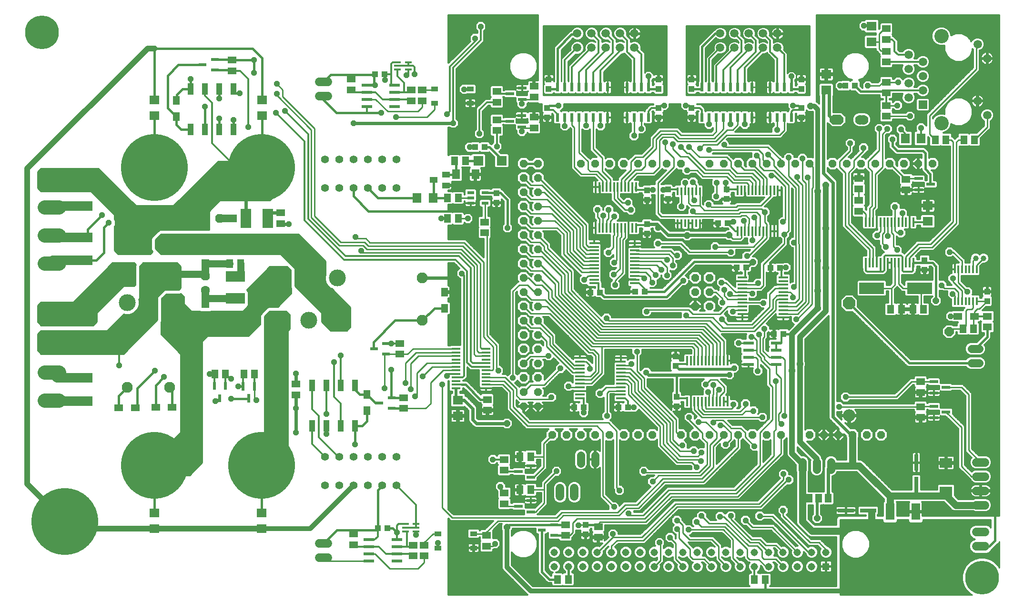
<source format=gtl>
G75*
G70*
%OFA0B0*%
%FSLAX24Y24*%
%IPPOS*%
%LPD*%
%AMOC8*
5,1,8,0,0,1.08239X$1,22.5*
%
%ADD10R,0.0394X0.0787*%
%ADD11R,0.0472X0.0591*%
%ADD12R,0.0591X0.0472*%
%ADD13R,0.0220X0.0600*%
%ADD14R,0.0709X0.0630*%
%ADD15R,0.0630X0.0140*%
%ADD16R,0.0591X0.0512*%
%ADD17R,0.0512X0.0591*%
%ADD18R,0.0520X0.0220*%
%ADD19R,0.0220X0.0520*%
%ADD20R,0.0669X0.0709*%
%ADD21C,0.0594*%
%ADD22R,0.0866X0.0709*%
%ADD23C,0.4685*%
%ADD24C,0.0515*%
%ADD25R,0.0515X0.0515*%
%ADD26C,0.0560*%
%ADD27R,0.2283X0.2441*%
%ADD28R,0.0630X0.1181*%
%ADD29R,0.1130X0.0300*%
%ADD30R,0.0394X0.0433*%
%ADD31C,0.0594*%
%ADD32R,0.0240X0.0610*%
%ADD33R,0.0236X0.0610*%
%ADD34C,0.0397*%
%ADD35R,0.0780X0.0220*%
%ADD36R,0.0433X0.0394*%
%ADD37R,0.0140X0.0580*%
%ADD38R,0.0170X0.0650*%
%ADD39R,0.1772X0.0787*%
%ADD40OC8,0.0650*%
%ADD41R,0.0600X0.0220*%
%ADD42C,0.0700*%
%ADD43OC8,0.0700*%
%ADD44R,0.0460X0.0140*%
%ADD45R,0.0630X0.0709*%
%ADD46OC8,0.0630*%
%ADD47C,0.0630*%
%ADD48R,0.0551X0.1417*%
%ADD49R,0.0748X0.1339*%
%ADD50R,0.1339X0.0748*%
%ADD51R,0.0650X0.0170*%
%ADD52R,0.0300X0.1130*%
%ADD53R,0.1417X0.0551*%
%ADD54C,0.0860*%
%ADD55OC8,0.0860*%
%ADD56OC8,0.0554*%
%ADD57OC8,0.0600*%
%ADD58C,0.0554*%
%ADD59C,0.1000*%
%ADD60R,0.0551X0.0394*%
%ADD61R,0.0630X0.0710*%
%ADD62R,0.0500X0.0220*%
%ADD63R,0.0551X0.0709*%
%ADD64R,0.0709X0.0669*%
%ADD65C,0.1181*%
%ADD66C,0.0768*%
%ADD67R,0.0500X0.0350*%
%ADD68R,0.0594X0.0594*%
%ADD69C,0.1004*%
%ADD70C,0.0100*%
%ADD71C,0.0160*%
%ADD72C,0.0120*%
%ADD73OC8,0.0396*%
%ADD74C,0.0240*%
%ADD75C,0.0400*%
%ADD76C,0.0320*%
%ADD77C,0.0140*%
%ADD78OC8,0.0436*%
%ADD79C,0.0200*%
%ADD80C,0.0500*%
%ADD81C,0.2362*%
%ADD82C,0.0660*%
D10*
X032834Y017944D03*
X033834Y017944D03*
X034834Y017944D03*
X035834Y017944D03*
X035834Y020778D03*
X034834Y020778D03*
X033834Y020778D03*
X032834Y020778D03*
X027334Y038719D03*
X026334Y038719D03*
X025334Y038719D03*
X024334Y038719D03*
X024334Y041553D03*
X025334Y041553D03*
X026334Y041553D03*
X027334Y041553D03*
D11*
X023346Y040730D03*
X023346Y039589D03*
X042109Y027307D03*
X042109Y026165D03*
X036684Y020132D03*
X036684Y018990D03*
D12*
X023030Y019236D03*
X021888Y019236D03*
X020455Y019211D03*
X019313Y019211D03*
X078013Y025611D03*
X079155Y025611D03*
D13*
X028809Y020711D03*
X028009Y020711D03*
X028409Y019861D03*
D14*
X043035Y019736D03*
X043035Y018634D03*
X029310Y011838D03*
X029310Y010736D03*
X021809Y010735D03*
X021809Y011837D03*
X075909Y032260D03*
X075909Y033362D03*
X068809Y041460D03*
X068809Y042562D03*
X071984Y044835D03*
X071984Y045937D03*
X029331Y040787D03*
X029331Y039684D03*
X021809Y039685D03*
X021809Y040787D03*
D15*
X042908Y023340D03*
X042908Y023080D03*
X042908Y022840D03*
X042908Y022580D03*
X042908Y022340D03*
X042908Y022080D03*
X042908Y021840D03*
X042908Y021580D03*
X042908Y021340D03*
X042908Y021080D03*
X042908Y020840D03*
X042908Y020580D03*
X045008Y020580D03*
X045008Y020840D03*
X045008Y021080D03*
X045008Y021340D03*
X045008Y021580D03*
X045008Y021840D03*
X045008Y022080D03*
X045008Y022340D03*
X045008Y022580D03*
X045008Y022840D03*
X045008Y023080D03*
X045008Y023340D03*
D16*
X038984Y023710D03*
X038984Y022962D03*
X039234Y019910D03*
X039234Y019162D03*
X045110Y019039D03*
X045110Y019787D03*
X046259Y015585D03*
X046259Y014837D03*
X046284Y013235D03*
X046284Y012487D03*
X045034Y010260D03*
X045034Y009512D03*
X040684Y009585D03*
X040684Y008837D03*
X039909Y008837D03*
X039909Y009585D03*
X035734Y009612D03*
X035734Y010360D03*
X050559Y010262D03*
X050559Y011010D03*
X052859Y010885D03*
X052859Y010137D03*
X031709Y020112D03*
X031709Y020860D03*
X044909Y031462D03*
X044909Y032210D03*
X045759Y038637D03*
X045759Y039385D03*
X045759Y040612D03*
X045759Y041360D03*
X048359Y040987D03*
X048359Y041735D03*
X048359Y039560D03*
X048359Y038812D03*
X040534Y040712D03*
X040534Y041460D03*
X039759Y041460D03*
X039759Y040712D03*
X035584Y041487D03*
X035584Y042235D03*
X027234Y042812D03*
X027234Y043560D03*
X030634Y032860D03*
X030634Y032112D03*
X071084Y032987D03*
X071084Y033735D03*
X071084Y034537D03*
X071084Y035285D03*
X074384Y035210D03*
X074384Y034462D03*
X073009Y039637D03*
X073009Y040385D03*
X073009Y041262D03*
X073009Y042010D03*
X073009Y043437D03*
X073009Y044185D03*
X073009Y045012D03*
X073009Y045760D03*
X080084Y025610D03*
X080084Y024862D03*
X075409Y021035D03*
X075409Y020287D03*
X075409Y019285D03*
X075409Y018537D03*
D17*
X078360Y024736D03*
X079108Y024736D03*
X075608Y026111D03*
X074860Y026111D03*
X074058Y026111D03*
X073310Y026111D03*
X076435Y037986D03*
X077183Y037986D03*
X078435Y037986D03*
X079183Y037986D03*
X043558Y036511D03*
X042810Y036511D03*
X043058Y033911D03*
X042310Y033911D03*
X042310Y032461D03*
X043058Y032461D03*
X027833Y029311D03*
X027085Y029311D03*
X026783Y021586D03*
X026035Y021586D03*
X028060Y021571D03*
X028808Y021571D03*
X047385Y015786D03*
X048133Y015786D03*
X048133Y013461D03*
X047385Y013461D03*
X050010Y007186D03*
X050758Y007186D03*
X063785Y007161D03*
X064533Y007161D03*
X067590Y012861D03*
X068259Y012861D03*
X068928Y012861D03*
D18*
X049764Y011006D03*
X048904Y010636D03*
X049764Y010266D03*
X038389Y019166D03*
X038389Y019906D03*
X037529Y019536D03*
X038014Y022966D03*
X037154Y023336D03*
X038014Y023706D03*
X026039Y042866D03*
X026039Y043606D03*
X025179Y043236D03*
D19*
X026014Y020741D03*
X026754Y020741D03*
X026384Y019881D03*
D20*
X017134Y019679D03*
X017134Y021293D03*
X017134Y023929D03*
X017134Y025543D03*
X017134Y029529D03*
X017134Y031143D03*
X017134Y033329D03*
X017134Y034943D03*
D21*
X033337Y041036D02*
X033931Y041036D01*
X033931Y042036D02*
X033337Y042036D01*
X079311Y015386D02*
X079905Y015386D01*
X079905Y014386D02*
X079311Y014386D01*
X079311Y013386D02*
X079905Y013386D01*
X079905Y012386D02*
X079311Y012386D01*
X079312Y010511D02*
X079906Y010511D01*
X079906Y009511D02*
X079312Y009511D01*
X051184Y012989D02*
X051184Y013583D01*
X050184Y013583D02*
X050184Y012989D01*
X033931Y009711D02*
X033337Y009711D01*
X033337Y008711D02*
X033931Y008711D01*
D22*
X077185Y013332D03*
X077185Y015340D03*
D23*
X029319Y015185D03*
X021819Y015185D03*
X015520Y011248D03*
X021819Y036051D03*
X029319Y036051D03*
D24*
X049784Y009086D03*
X050784Y009086D03*
X051784Y009086D03*
X052784Y009086D03*
X053784Y009086D03*
X054784Y009086D03*
X055784Y009086D03*
X056784Y009086D03*
X057784Y009086D03*
X058784Y009086D03*
X059784Y009086D03*
X060784Y009086D03*
X061784Y009086D03*
X062784Y009086D03*
X063784Y009086D03*
X064784Y009086D03*
X065784Y009086D03*
X066784Y009086D03*
X067784Y009086D03*
X068784Y009086D03*
X067784Y008086D03*
X066784Y008086D03*
X065784Y008086D03*
X064784Y008086D03*
X063784Y008086D03*
X062784Y008086D03*
X061784Y008086D03*
X060784Y008086D03*
X059784Y008086D03*
X058784Y008086D03*
X057784Y008086D03*
X056784Y008086D03*
X055784Y008086D03*
X054784Y008086D03*
X053784Y008086D03*
X052784Y008086D03*
X051784Y008086D03*
X050784Y008086D03*
X049784Y008086D03*
D25*
X068784Y008086D03*
D26*
X069134Y014856D02*
X069134Y015416D01*
X068134Y015416D02*
X068134Y014856D01*
X067134Y014856D02*
X067134Y015416D01*
X078954Y022336D02*
X079514Y022336D01*
X079514Y023336D02*
X078954Y023336D01*
X052634Y015866D02*
X052634Y015306D01*
X051634Y015306D02*
X051634Y015866D01*
D27*
X074159Y009099D03*
D28*
X073261Y011926D03*
X075057Y011926D03*
D29*
X071739Y012011D03*
X070179Y012011D03*
D30*
X058334Y019301D03*
X058334Y019970D03*
X058259Y022151D03*
X058259Y022820D03*
X056259Y031406D03*
X056259Y032075D03*
X056284Y033771D03*
X056284Y034440D03*
X057734Y034495D03*
X057734Y033826D03*
X061834Y033826D03*
X061834Y034495D03*
X059384Y039551D03*
X059384Y040220D03*
X057084Y040220D03*
X057084Y039551D03*
X057059Y041551D03*
X057059Y042220D03*
X059384Y042220D03*
X059384Y041551D03*
X067059Y041551D03*
X067059Y042220D03*
X070149Y041761D03*
X070819Y041761D03*
X067059Y040220D03*
X067059Y039551D03*
X049284Y039551D03*
X049284Y040220D03*
X049384Y041551D03*
X049384Y042220D03*
X044919Y037461D03*
X044249Y037461D03*
X045734Y034245D03*
X045734Y033576D03*
X075684Y029545D03*
X075684Y028876D03*
X080059Y027345D03*
X080059Y026676D03*
X051959Y010995D03*
X051959Y010326D03*
D31*
X080059Y039696D03*
X079390Y040696D03*
X075559Y041436D03*
X074559Y041936D03*
X074559Y040936D03*
X075559Y042436D03*
X074559Y042936D03*
X075559Y043436D03*
X074559Y043936D03*
X079390Y044676D03*
X080059Y043676D03*
X065384Y044436D03*
X065384Y045436D03*
X064384Y045436D03*
X063384Y045436D03*
X062384Y045436D03*
X061384Y045436D03*
X061384Y044436D03*
X062384Y044436D03*
X063384Y044436D03*
X064384Y044436D03*
X055384Y044436D03*
X055384Y045436D03*
X054384Y045436D03*
X053384Y045436D03*
X052384Y045436D03*
X051384Y045436D03*
X051384Y044436D03*
X052384Y044436D03*
X053384Y044436D03*
X054384Y044436D03*
D32*
X053509Y041671D03*
X053009Y041671D03*
X052509Y041671D03*
X052009Y041671D03*
X051509Y041671D03*
X051009Y041671D03*
X050509Y041671D03*
X050009Y041671D03*
X050009Y039551D03*
X050509Y039551D03*
X051009Y039551D03*
X051509Y039551D03*
X052009Y039551D03*
X052509Y039551D03*
X053009Y039551D03*
X053509Y039551D03*
X060109Y039551D03*
X060609Y039551D03*
X061109Y039551D03*
X061609Y039551D03*
X062109Y039551D03*
X062609Y039551D03*
X063109Y039551D03*
X063609Y039551D03*
X063609Y041671D03*
X063109Y041671D03*
X062609Y041671D03*
X062109Y041671D03*
X061609Y041671D03*
X061109Y041671D03*
X060609Y041671D03*
X060109Y041671D03*
D33*
X056357Y041674D03*
X055857Y041674D03*
X055357Y041674D03*
X054857Y041674D03*
X054857Y039548D03*
X055357Y039548D03*
X055857Y039548D03*
X056357Y039548D03*
X064857Y039548D03*
X065357Y039548D03*
X065857Y039548D03*
X066357Y039548D03*
X066357Y041674D03*
X065857Y041674D03*
X065357Y041674D03*
X064857Y041674D03*
D34*
X079259Y029686D03*
X079810Y029686D03*
D35*
X065304Y023736D03*
X065304Y023236D03*
X065304Y022736D03*
X065304Y022236D03*
X063364Y022236D03*
X063364Y022736D03*
X063364Y023236D03*
X063364Y023736D03*
X038754Y009961D03*
X038754Y009461D03*
X038754Y008961D03*
X038754Y008461D03*
X036814Y008461D03*
X036814Y008961D03*
X036814Y009461D03*
X036814Y009961D03*
X036664Y040311D03*
X036664Y040811D03*
X036664Y041311D03*
X036664Y041811D03*
X038604Y041811D03*
X038604Y041311D03*
X038604Y040811D03*
X038604Y040311D03*
D36*
X037894Y042586D03*
X037224Y042586D03*
X061224Y032136D03*
X061894Y032136D03*
X062524Y029036D03*
X063194Y029036D03*
X064899Y029011D03*
X065569Y029011D03*
X065819Y024386D03*
X065149Y024386D03*
X056094Y027336D03*
X055424Y027336D03*
X052969Y027286D03*
X052299Y027286D03*
X051844Y019236D03*
X051174Y019236D03*
X054274Y019236D03*
X054944Y019236D03*
X038094Y010761D03*
X037424Y010761D03*
D37*
X077789Y026676D03*
X078049Y026676D03*
X078299Y026676D03*
X078559Y026676D03*
X078819Y026676D03*
X079069Y026676D03*
X079329Y026676D03*
X079329Y028896D03*
X079069Y028896D03*
X078819Y028896D03*
X078559Y028896D03*
X078299Y028896D03*
X078049Y028896D03*
X077789Y028896D03*
X059954Y032151D03*
X059694Y032151D03*
X059444Y032151D03*
X059184Y032151D03*
X058924Y032151D03*
X058674Y032151D03*
X058414Y032151D03*
X058414Y034371D03*
X058674Y034371D03*
X058924Y034371D03*
X059184Y034371D03*
X059444Y034371D03*
X059694Y034371D03*
X059954Y034371D03*
D38*
X062599Y034441D03*
X062859Y034441D03*
X063109Y034441D03*
X063369Y034441D03*
X063629Y034441D03*
X063879Y034441D03*
X064139Y034441D03*
X064389Y034441D03*
X064649Y034441D03*
X064909Y034441D03*
X065159Y034441D03*
X065419Y034441D03*
X065419Y031581D03*
X065159Y031581D03*
X064909Y031581D03*
X064649Y031581D03*
X064389Y031581D03*
X064139Y031581D03*
X063879Y031581D03*
X063629Y031581D03*
X063369Y031581D03*
X063109Y031581D03*
X062859Y031581D03*
X062599Y031581D03*
X055494Y031806D03*
X055234Y031806D03*
X054984Y031806D03*
X054724Y031806D03*
X054464Y031806D03*
X054214Y031806D03*
X053954Y031806D03*
X053704Y031806D03*
X053444Y031806D03*
X053184Y031806D03*
X052934Y031806D03*
X052674Y031806D03*
X052674Y034666D03*
X052934Y034666D03*
X053184Y034666D03*
X053444Y034666D03*
X053704Y034666D03*
X053954Y034666D03*
X054214Y034666D03*
X054464Y034666D03*
X054724Y034666D03*
X054984Y034666D03*
X055234Y034666D03*
X055494Y034666D03*
X071574Y032216D03*
X071824Y032216D03*
X072084Y032216D03*
X072334Y032216D03*
X072594Y032216D03*
X072854Y032216D03*
X073104Y032216D03*
X073364Y032216D03*
X073614Y032216D03*
X073874Y032216D03*
X074134Y032216D03*
X074384Y032216D03*
X074644Y032216D03*
X074894Y032216D03*
X074894Y029356D03*
X074644Y029356D03*
X074384Y029356D03*
X074134Y029356D03*
X073874Y029356D03*
X073614Y029356D03*
X073364Y029356D03*
X073104Y029356D03*
X072854Y029356D03*
X072594Y029356D03*
X072334Y029356D03*
X072084Y029356D03*
X071824Y029356D03*
X071574Y029356D03*
X061894Y022491D03*
X061634Y022491D03*
X061384Y022491D03*
X061124Y022491D03*
X060864Y022491D03*
X060614Y022491D03*
X060354Y022491D03*
X060104Y022491D03*
X059844Y022491D03*
X059584Y022491D03*
X059334Y022491D03*
X059074Y022491D03*
X059074Y019631D03*
X059334Y019631D03*
X059584Y019631D03*
X059844Y019631D03*
X060104Y019631D03*
X060354Y019631D03*
X060614Y019631D03*
X060864Y019631D03*
X061124Y019631D03*
X061384Y019631D03*
X061634Y019631D03*
X061894Y019631D03*
D39*
X071986Y027586D03*
X075332Y027586D03*
D40*
X077409Y024536D03*
D41*
X076334Y021036D03*
X076334Y020236D03*
X077184Y020636D03*
X076334Y019311D03*
X076334Y018511D03*
X077184Y018911D03*
X048134Y015136D03*
X047284Y014736D03*
X048134Y014336D03*
X048134Y012711D03*
X047284Y012311D03*
X048134Y011911D03*
X075259Y034461D03*
X076109Y034861D03*
X075259Y035261D03*
X047509Y038886D03*
X047509Y039686D03*
X046659Y039286D03*
X047534Y040811D03*
X046684Y041211D03*
X047534Y041611D03*
D42*
X071159Y039386D03*
X071409Y039386D03*
D43*
X069659Y039386D03*
X069409Y039386D03*
D44*
X039554Y042901D03*
X039554Y043161D03*
X039554Y043421D03*
X038814Y043421D03*
X038814Y043161D03*
X038814Y042901D03*
X039364Y011071D03*
X039364Y010811D03*
X039364Y010551D03*
X040104Y010551D03*
X040104Y010811D03*
X040104Y011071D03*
D45*
X074333Y038061D03*
X075435Y038061D03*
D46*
X026384Y032486D03*
X025359Y028436D03*
D47*
X025359Y027436D03*
X025384Y032486D03*
D48*
X025359Y028920D03*
X025359Y026912D03*
D49*
X028191Y032486D03*
X029727Y032486D03*
D50*
X027459Y028404D03*
X027459Y026868D03*
D51*
X051579Y022696D03*
X051579Y022436D03*
X051579Y022186D03*
X051579Y021926D03*
X051579Y021666D03*
X051579Y021416D03*
X051579Y021156D03*
X051579Y020906D03*
X051579Y020646D03*
X051579Y020386D03*
X051579Y020136D03*
X051579Y019876D03*
X054439Y019876D03*
X054439Y020136D03*
X054439Y020386D03*
X054439Y020646D03*
X054439Y020906D03*
X054439Y021156D03*
X054439Y021416D03*
X054439Y021666D03*
X054439Y021926D03*
X054439Y022186D03*
X054439Y022436D03*
X054439Y022696D03*
X062929Y025526D03*
X062929Y025786D03*
X062929Y026036D03*
X062929Y026296D03*
X062929Y026556D03*
X062929Y026806D03*
X062929Y027066D03*
X062929Y027316D03*
X062929Y027576D03*
X062929Y027836D03*
X062929Y028086D03*
X062929Y028346D03*
X065789Y028346D03*
X065789Y028086D03*
X065789Y027836D03*
X065789Y027576D03*
X065789Y027316D03*
X065789Y027066D03*
X065789Y026806D03*
X065789Y026556D03*
X065789Y026296D03*
X065789Y026036D03*
X065789Y025786D03*
X065789Y025526D03*
X055414Y027926D03*
X055414Y028186D03*
X055414Y028436D03*
X055414Y028696D03*
X055414Y028956D03*
X055414Y029206D03*
X055414Y029466D03*
X055414Y029716D03*
X055414Y029976D03*
X055414Y030236D03*
X055414Y030486D03*
X055414Y030746D03*
X052554Y030746D03*
X052554Y030486D03*
X052554Y030236D03*
X052554Y029976D03*
X052554Y029716D03*
X052554Y029466D03*
X052554Y029206D03*
X052554Y028956D03*
X052554Y028696D03*
X052554Y028436D03*
X052554Y028186D03*
X052554Y027926D03*
D52*
X075109Y015366D03*
X075109Y013806D03*
D53*
X026868Y032486D03*
X024860Y032486D03*
D54*
X070409Y018656D03*
D55*
X070409Y026526D03*
D56*
X060634Y026311D03*
X060634Y027311D03*
X059634Y027311D03*
X059634Y028311D03*
X060634Y028311D03*
X048634Y028311D03*
X048634Y029311D03*
X047634Y029311D03*
X047634Y028311D03*
X047634Y027311D03*
X048634Y027311D03*
X048634Y026311D03*
X047634Y026311D03*
X047634Y025311D03*
X048634Y025311D03*
X048634Y024311D03*
X047634Y024311D03*
X047634Y023311D03*
X048634Y023311D03*
X048634Y022311D03*
X047634Y022311D03*
X047634Y021311D03*
X048634Y021311D03*
X048634Y020311D03*
X047634Y020311D03*
X047634Y019311D03*
X048634Y019311D03*
X049634Y017311D03*
X050634Y017311D03*
X051634Y017311D03*
X052634Y017311D03*
X053634Y017311D03*
X054634Y017311D03*
X055634Y017311D03*
X056634Y017311D03*
X058634Y017311D03*
X059634Y017311D03*
X060634Y017311D03*
X061634Y017311D03*
X062634Y017311D03*
X063634Y017311D03*
X064634Y017311D03*
X065634Y017311D03*
X067634Y017311D03*
X068634Y017311D03*
X069634Y017311D03*
X070634Y017311D03*
X071634Y017311D03*
X072634Y017311D03*
X048634Y030311D03*
X047634Y030311D03*
X047634Y031311D03*
X048634Y031311D03*
X048634Y032311D03*
X048634Y033311D03*
X047634Y033311D03*
X047634Y032311D03*
X047634Y034311D03*
X048634Y034311D03*
X048634Y035311D03*
X047634Y035311D03*
X047634Y036311D03*
X048634Y036311D03*
X051634Y036311D03*
X052634Y036311D03*
X053634Y036311D03*
X054634Y036311D03*
X055634Y036311D03*
X056634Y036311D03*
X057634Y036311D03*
X058634Y036311D03*
X060634Y036311D03*
X061634Y036311D03*
X062634Y036311D03*
X063634Y036311D03*
X064634Y036311D03*
X065634Y036311D03*
X066634Y036311D03*
X067634Y036311D03*
X069234Y036311D03*
X070234Y036311D03*
X071234Y036311D03*
X072234Y036311D03*
X073234Y036311D03*
X074234Y036311D03*
X075234Y036311D03*
X076234Y036311D03*
D57*
X059634Y026311D03*
D58*
X038734Y034611D03*
X037734Y034611D03*
X036734Y034611D03*
X035734Y034611D03*
X034734Y034611D03*
X033734Y034611D03*
X033734Y036611D03*
X034734Y036611D03*
X035734Y036611D03*
X036734Y036611D03*
X037734Y036611D03*
X038734Y036611D03*
X038734Y015761D03*
X037734Y015761D03*
X036734Y015761D03*
X035734Y015761D03*
X034734Y015761D03*
X033734Y015761D03*
X033734Y013761D03*
X034734Y013761D03*
X035734Y013761D03*
X036734Y013761D03*
X037734Y013761D03*
X038734Y013761D03*
D59*
X015134Y019705D02*
X014134Y019705D01*
X014134Y021674D02*
X015134Y021674D01*
X015134Y023642D02*
X014134Y023642D01*
X014134Y025611D02*
X015134Y025611D01*
X015134Y029305D02*
X014134Y029305D01*
X014134Y031274D02*
X015134Y031274D01*
X015134Y033242D02*
X014134Y033242D01*
X014134Y035211D02*
X015134Y035211D01*
D60*
X041326Y035161D03*
X042192Y035535D03*
X042192Y034787D03*
D61*
X041294Y033911D03*
X040174Y033911D03*
D62*
X043924Y033911D03*
X043924Y034281D03*
X043924Y033541D03*
X044944Y033541D03*
X044944Y034281D03*
D63*
X044253Y035561D03*
X042915Y035561D03*
D64*
X044477Y036511D03*
X046091Y036511D03*
D65*
X034592Y028299D03*
X032608Y028299D03*
X030623Y028299D03*
X030623Y025323D03*
X032608Y025323D03*
X034592Y025323D03*
X022872Y026578D03*
X019896Y026578D03*
X019896Y028562D03*
X022872Y028562D03*
X022872Y030546D03*
X019896Y030546D03*
D66*
X019896Y020625D03*
X022872Y020625D03*
X040545Y025323D03*
X040545Y028299D03*
D67*
X041409Y040536D03*
X041409Y041536D03*
X043909Y041536D03*
X043909Y040536D03*
X044134Y010386D03*
X044134Y009386D03*
X041634Y009386D03*
X041634Y010386D03*
D68*
X075559Y040436D03*
D69*
X076858Y039135D03*
X076858Y045237D03*
D70*
X079309Y044586D02*
X079384Y044661D01*
X079309Y044586D02*
X079309Y042936D01*
X076034Y039661D01*
X076034Y038386D01*
X076434Y037986D01*
X077183Y037986D02*
X077534Y037986D01*
X077684Y037836D01*
X077684Y032236D01*
X076109Y030661D01*
X075234Y030661D01*
X074384Y029811D01*
X074384Y029356D01*
X074134Y029356D02*
X074134Y029436D01*
X073874Y029356D02*
X073874Y027871D01*
X074169Y027576D01*
X075322Y027576D01*
X075332Y027586D01*
X075334Y027586D01*
X075334Y027461D01*
X075434Y027461D01*
X075434Y026111D01*
X075608Y026111D01*
X077789Y026676D02*
X077789Y026906D01*
X077789Y027031D01*
X077634Y027186D01*
X077784Y026911D02*
X077789Y026906D01*
X078049Y026676D02*
X078049Y027321D01*
X077784Y027586D01*
X077084Y027586D01*
X076884Y027786D01*
X077659Y028036D02*
X077659Y028261D01*
X077659Y028036D02*
X078299Y027396D01*
X078299Y026676D01*
X078684Y026111D02*
X078959Y026111D01*
X079069Y026221D01*
X079069Y026676D01*
X079329Y026676D02*
X080059Y026676D01*
X080059Y026676D01*
X080059Y026686D02*
X079509Y026136D01*
X079359Y026136D01*
X079155Y025932D01*
X079155Y025757D01*
X079155Y025611D02*
X079108Y025564D01*
X079108Y024736D01*
X078584Y024960D02*
X078360Y024736D01*
X077609Y024736D01*
X077409Y024536D01*
X078359Y024735D02*
X078360Y024736D01*
X078584Y024960D02*
X078584Y026011D01*
X078684Y026111D01*
X078684Y027336D02*
X078049Y027971D01*
X078049Y028896D01*
X078299Y028896D02*
X078299Y029496D01*
X077684Y030111D01*
X077434Y030111D01*
X076209Y030436D02*
X077909Y032136D01*
X077909Y037836D01*
X078059Y037986D01*
X078435Y037986D01*
X079183Y037986D02*
X080059Y038862D01*
X080059Y039696D01*
X077183Y037986D02*
X077183Y037735D01*
X074334Y038062D02*
X074333Y038061D01*
X074334Y038062D02*
X074334Y038086D01*
X074334Y038411D01*
X074034Y038711D01*
X073084Y038736D02*
X072734Y038386D01*
X072734Y036061D01*
X072234Y035561D01*
X072234Y033261D01*
X072084Y033111D01*
X072084Y032216D01*
X071834Y032226D02*
X071834Y033186D01*
X072009Y033361D01*
X072009Y035786D01*
X071734Y036061D01*
X071734Y036461D01*
X072509Y037236D01*
X072509Y038761D01*
X073008Y039636D02*
X073009Y039637D01*
X073010Y039636D01*
X074659Y039636D01*
X073784Y040386D02*
X073508Y040385D01*
X073009Y040385D01*
X073009Y041262D02*
X072984Y041287D01*
X072509Y041761D02*
X071709Y041761D01*
X072509Y041761D02*
X072734Y041986D01*
X072984Y041986D01*
X072985Y041986D02*
X073009Y042010D01*
X073010Y042011D01*
X073834Y042011D01*
X073033Y042011D02*
X073009Y042010D01*
X073034Y044186D02*
X073009Y044211D01*
X072634Y044211D01*
X072509Y044336D01*
X072509Y044836D01*
X072508Y044835D01*
X071984Y044835D01*
X072509Y044836D02*
X072509Y045411D01*
X072859Y045761D01*
X073009Y045761D01*
X073008Y045761D02*
X073009Y045760D01*
X073009Y045012D02*
X073183Y045012D01*
X067634Y045037D02*
X065586Y045037D01*
X065556Y045022D02*
X065618Y045054D01*
X065675Y045095D01*
X065725Y045145D01*
X065766Y045202D01*
X065798Y045264D01*
X065820Y045331D01*
X065829Y045387D01*
X065433Y045387D01*
X065433Y045484D01*
X065829Y045484D01*
X065820Y045540D01*
X065798Y045607D01*
X065766Y045670D01*
X065725Y045727D01*
X065675Y045777D01*
X065618Y045818D01*
X065556Y045850D01*
X065489Y045872D01*
X065433Y045881D01*
X065433Y045484D01*
X065336Y045484D01*
X065336Y045387D01*
X065433Y045387D01*
X065433Y044991D01*
X065489Y045000D01*
X065556Y045022D01*
X065433Y045037D02*
X065336Y045037D01*
X065336Y044991D02*
X065336Y045387D01*
X064939Y045387D01*
X064948Y045331D01*
X064970Y045264D01*
X065002Y045202D01*
X065043Y045145D01*
X065093Y045095D01*
X065150Y045054D01*
X065213Y045022D01*
X065279Y045000D01*
X065336Y044991D01*
X065295Y044883D02*
X065131Y044815D01*
X065094Y044778D01*
X065094Y045023D01*
X064813Y045304D01*
X064831Y045347D01*
X064831Y045525D01*
X064763Y045689D01*
X064637Y045815D01*
X064473Y045883D01*
X064295Y045883D01*
X064131Y045815D01*
X064005Y045689D01*
X063937Y045525D01*
X063937Y045347D01*
X064005Y045183D01*
X064131Y045057D01*
X064295Y044989D01*
X064473Y044989D01*
X064516Y045007D01*
X064674Y044849D01*
X064674Y044778D01*
X064637Y044815D01*
X064473Y044883D01*
X064295Y044883D01*
X064131Y044815D01*
X064094Y044778D01*
X064094Y045023D01*
X063813Y045304D01*
X063831Y045347D01*
X063831Y045525D01*
X063763Y045689D01*
X063637Y045815D01*
X063473Y045883D01*
X063295Y045883D01*
X063131Y045815D01*
X063005Y045689D01*
X062937Y045525D01*
X062937Y045347D01*
X063005Y045183D01*
X063131Y045057D01*
X063295Y044989D01*
X063473Y044989D01*
X063516Y045007D01*
X063674Y044849D01*
X063674Y044778D01*
X063637Y044815D01*
X063473Y044883D01*
X063295Y044883D01*
X063131Y044815D01*
X063094Y044778D01*
X063094Y045023D01*
X062813Y045304D01*
X062831Y045347D01*
X062831Y045525D01*
X062763Y045689D01*
X062637Y045815D01*
X062473Y045883D01*
X062295Y045883D01*
X062131Y045815D01*
X062005Y045689D01*
X061937Y045525D01*
X061937Y045347D01*
X062005Y045183D01*
X062131Y045057D01*
X062295Y044989D01*
X062473Y044989D01*
X062516Y045007D01*
X062674Y044849D01*
X062674Y044778D01*
X062637Y044815D01*
X062473Y044883D01*
X062295Y044883D01*
X062131Y044815D01*
X062005Y044689D01*
X061937Y044525D01*
X061937Y044347D01*
X061955Y044304D01*
X060899Y043248D01*
X060899Y042098D01*
X060859Y042058D01*
X060819Y042098D01*
X060819Y043574D01*
X061252Y044007D01*
X061295Y043989D01*
X061473Y043989D01*
X061637Y044057D01*
X061763Y044183D01*
X061831Y044347D01*
X061831Y044525D01*
X061763Y044689D01*
X061637Y044815D01*
X061473Y044883D01*
X061295Y044883D01*
X061131Y044815D01*
X061005Y044689D01*
X060937Y044525D01*
X060937Y044347D01*
X060955Y044304D01*
X060399Y043748D01*
X060399Y042098D01*
X060359Y042058D01*
X060339Y042078D01*
X060339Y044416D01*
X061056Y045132D01*
X061131Y045057D01*
X061295Y044989D01*
X061473Y044989D01*
X061637Y045057D01*
X061763Y045183D01*
X061831Y045347D01*
X061831Y045525D01*
X061763Y045689D01*
X061637Y045815D01*
X061473Y045883D01*
X061295Y045883D01*
X061131Y045815D01*
X061005Y045689D01*
X060996Y045666D01*
X060939Y045666D01*
X060804Y045531D01*
X059879Y044606D01*
X059879Y042078D01*
X059839Y042038D01*
X059839Y041781D01*
X059731Y041781D01*
X059731Y041830D01*
X059675Y041886D01*
X059701Y041912D01*
X059721Y041946D01*
X059731Y041984D01*
X059839Y041984D01*
X059839Y041885D02*
X059675Y041885D01*
X059731Y041787D02*
X059839Y041787D01*
X059731Y041984D02*
X059731Y042172D01*
X059433Y042172D01*
X059433Y042269D01*
X059731Y042269D01*
X059731Y042457D01*
X059721Y042495D01*
X059701Y042529D01*
X059673Y042557D01*
X059639Y042577D01*
X059601Y042587D01*
X059433Y042587D01*
X059433Y042269D01*
X059336Y042269D01*
X059336Y042587D01*
X059168Y042587D01*
X059129Y042577D01*
X059095Y042557D01*
X059067Y042529D01*
X059047Y042495D01*
X059037Y042457D01*
X059037Y042269D01*
X059336Y042269D01*
X059336Y042172D01*
X059037Y042172D01*
X059037Y041984D01*
X059047Y041946D01*
X059067Y041912D01*
X059093Y041886D01*
X059037Y041830D01*
X059037Y041273D01*
X059125Y041185D01*
X059643Y041185D01*
X059731Y041273D01*
X059731Y041321D01*
X059839Y041321D01*
X059839Y041304D01*
X059927Y041216D01*
X060291Y041216D01*
X060359Y041284D01*
X060427Y041216D01*
X060791Y041216D01*
X060859Y041284D01*
X060927Y041216D01*
X061291Y041216D01*
X061359Y041284D01*
X061427Y041216D01*
X061791Y041216D01*
X061859Y041284D01*
X061927Y041216D01*
X062291Y041216D01*
X062359Y041284D01*
X062427Y041216D01*
X062791Y041216D01*
X062859Y041284D01*
X062927Y041216D01*
X063291Y041216D01*
X063362Y041286D01*
X063369Y041274D01*
X063397Y041246D01*
X063431Y041226D01*
X063469Y041216D01*
X063599Y041216D01*
X063599Y041661D01*
X063619Y041661D01*
X063619Y041681D01*
X063599Y041681D01*
X063599Y042126D01*
X063469Y042126D01*
X063431Y042116D01*
X063397Y042096D01*
X063369Y042068D01*
X063362Y042055D01*
X063319Y042098D01*
X063319Y042949D01*
X064359Y043989D01*
X064473Y043989D01*
X064637Y044057D01*
X064674Y044094D01*
X064674Y044049D01*
X064797Y043926D01*
X065147Y043576D01*
X065147Y042099D01*
X065104Y042056D01*
X065095Y042071D01*
X065067Y042099D01*
X065033Y042119D01*
X064995Y042129D01*
X064866Y042129D01*
X064866Y041683D01*
X064848Y041683D01*
X064848Y042129D01*
X064719Y042129D01*
X064681Y042119D01*
X064647Y042099D01*
X064619Y042071D01*
X064599Y042037D01*
X064589Y041999D01*
X064589Y041683D01*
X064848Y041683D01*
X064848Y041665D01*
X064589Y041665D01*
X064589Y041349D01*
X064599Y041311D01*
X064619Y041277D01*
X064647Y041249D01*
X064681Y041229D01*
X064719Y041219D01*
X064848Y041219D01*
X064848Y041665D01*
X064866Y041665D01*
X064866Y041219D01*
X064995Y041219D01*
X065033Y041229D01*
X065067Y041249D01*
X065095Y041277D01*
X065104Y041292D01*
X065177Y041219D01*
X065537Y041219D01*
X065607Y041288D01*
X065677Y041219D01*
X066037Y041219D01*
X066107Y041288D01*
X066177Y041219D01*
X066537Y041219D01*
X066625Y041307D01*
X066625Y041321D01*
X066712Y041321D01*
X066712Y041273D01*
X066800Y041185D01*
X067318Y041185D01*
X067406Y041273D01*
X067406Y041830D01*
X067350Y041886D01*
X067376Y041912D01*
X067396Y041946D01*
X067406Y041984D01*
X067634Y041984D01*
X067634Y042082D02*
X067406Y042082D01*
X067406Y042172D02*
X067108Y042172D01*
X067108Y042269D01*
X067406Y042269D01*
X067406Y042457D01*
X067396Y042495D01*
X067376Y042529D01*
X067348Y042557D01*
X067314Y042577D01*
X067276Y042587D01*
X067108Y042587D01*
X067108Y042269D01*
X067011Y042269D01*
X067011Y042587D01*
X066843Y042587D01*
X066804Y042577D01*
X066770Y042557D01*
X066742Y042529D01*
X066722Y042495D01*
X066712Y042457D01*
X066712Y042269D01*
X067011Y042269D01*
X067011Y042172D01*
X066712Y042172D01*
X066712Y041984D01*
X066722Y041946D01*
X066742Y041912D01*
X066768Y041886D01*
X066712Y041830D01*
X066712Y041781D01*
X066625Y041781D01*
X066625Y042041D01*
X066587Y042079D01*
X066587Y042172D01*
X066707Y042292D01*
X066707Y042580D01*
X066503Y042784D01*
X066215Y042784D01*
X066067Y042636D01*
X066067Y044050D01*
X065813Y044304D01*
X065831Y044347D01*
X065831Y044525D01*
X065763Y044689D01*
X065637Y044815D01*
X065473Y044883D01*
X065295Y044883D01*
X065193Y044840D02*
X065094Y044840D01*
X065094Y044939D02*
X067634Y044939D01*
X067634Y044840D02*
X065575Y044840D01*
X065710Y044742D02*
X067634Y044742D01*
X067634Y044643D02*
X065782Y044643D01*
X065823Y044545D02*
X067634Y044545D01*
X067634Y044446D02*
X065831Y044446D01*
X065831Y044348D02*
X067634Y044348D01*
X067634Y044249D02*
X065868Y044249D01*
X065966Y044151D02*
X067634Y044151D01*
X067634Y044052D02*
X066065Y044052D01*
X066067Y043954D02*
X067634Y043954D01*
X067634Y043855D02*
X066067Y043855D01*
X066067Y043757D02*
X067634Y043757D01*
X067634Y043658D02*
X066067Y043658D01*
X066067Y043560D02*
X067634Y043560D01*
X067634Y043461D02*
X066067Y043461D01*
X066067Y043363D02*
X067634Y043363D01*
X067634Y043264D02*
X066067Y043264D01*
X066067Y043166D02*
X067634Y043166D01*
X067634Y043067D02*
X066067Y043067D01*
X066067Y042969D02*
X067634Y042969D01*
X067634Y042870D02*
X066067Y042870D01*
X066067Y042772D02*
X066203Y042772D01*
X066104Y042673D02*
X066067Y042673D01*
X066515Y042772D02*
X067634Y042772D01*
X067634Y042673D02*
X066614Y042673D01*
X066707Y042575D02*
X066801Y042575D01*
X066718Y042476D02*
X066707Y042476D01*
X066707Y042378D02*
X066712Y042378D01*
X066712Y042279D02*
X066695Y042279D01*
X066597Y042181D02*
X067011Y042181D01*
X067108Y042181D02*
X067634Y042181D01*
X067634Y042279D02*
X067406Y042279D01*
X067406Y042378D02*
X067634Y042378D01*
X067634Y042476D02*
X067401Y042476D01*
X067317Y042575D02*
X067634Y042575D01*
X067406Y042172D02*
X067406Y041984D01*
X067350Y041885D02*
X067634Y041885D01*
X067634Y041787D02*
X067406Y041787D01*
X067406Y041688D02*
X067634Y041688D01*
X067634Y041590D02*
X067406Y041590D01*
X067406Y041491D02*
X067634Y041491D01*
X067634Y041393D02*
X067406Y041393D01*
X067406Y041294D02*
X067634Y041294D01*
X067634Y041196D02*
X067329Y041196D01*
X067634Y041111D02*
X059009Y041111D01*
X059009Y045986D01*
X067634Y045986D01*
X067634Y041111D01*
X066789Y041196D02*
X059654Y041196D01*
X059731Y041294D02*
X059848Y041294D01*
X059114Y041196D02*
X059009Y041196D01*
X059009Y041294D02*
X059037Y041294D01*
X059037Y041393D02*
X059009Y041393D01*
X059009Y041491D02*
X059037Y041491D01*
X059037Y041590D02*
X059009Y041590D01*
X059009Y041688D02*
X059037Y041688D01*
X059037Y041787D02*
X059009Y041787D01*
X059009Y041885D02*
X059093Y041885D01*
X059037Y041984D02*
X059009Y041984D01*
X059009Y042082D02*
X059037Y042082D01*
X059009Y042181D02*
X059336Y042181D01*
X059433Y042181D02*
X059879Y042181D01*
X059879Y042279D02*
X059731Y042279D01*
X059731Y042378D02*
X059879Y042378D01*
X059879Y042476D02*
X059726Y042476D01*
X059642Y042575D02*
X059879Y042575D01*
X059879Y042673D02*
X059009Y042673D01*
X059009Y042575D02*
X059126Y042575D01*
X059043Y042476D02*
X059009Y042476D01*
X059009Y042378D02*
X059037Y042378D01*
X059037Y042279D02*
X059009Y042279D01*
X059336Y042279D02*
X059433Y042279D01*
X059433Y042378D02*
X059336Y042378D01*
X059336Y042476D02*
X059433Y042476D01*
X059433Y042575D02*
X059336Y042575D01*
X059009Y042772D02*
X059879Y042772D01*
X059879Y042870D02*
X059009Y042870D01*
X059009Y042969D02*
X059879Y042969D01*
X059879Y043067D02*
X059009Y043067D01*
X059009Y043166D02*
X059879Y043166D01*
X059879Y043264D02*
X059009Y043264D01*
X059009Y043363D02*
X059879Y043363D01*
X059879Y043461D02*
X059009Y043461D01*
X059009Y043560D02*
X059879Y043560D01*
X059879Y043658D02*
X059009Y043658D01*
X059009Y043757D02*
X059879Y043757D01*
X059879Y043855D02*
X059009Y043855D01*
X059009Y043954D02*
X059879Y043954D01*
X059879Y044052D02*
X059009Y044052D01*
X059009Y044151D02*
X059879Y044151D01*
X059879Y044249D02*
X059009Y044249D01*
X059009Y044348D02*
X059879Y044348D01*
X059879Y044446D02*
X059009Y044446D01*
X059009Y044545D02*
X059879Y044545D01*
X059916Y044643D02*
X059009Y044643D01*
X059009Y044742D02*
X060015Y044742D01*
X060113Y044840D02*
X059009Y044840D01*
X059009Y044939D02*
X060212Y044939D01*
X060310Y045037D02*
X059009Y045037D01*
X059009Y045136D02*
X060409Y045136D01*
X060507Y045234D02*
X059009Y045234D01*
X059009Y045333D02*
X060606Y045333D01*
X060704Y045431D02*
X059009Y045431D01*
X059009Y045530D02*
X060803Y045530D01*
X060901Y045628D02*
X059009Y045628D01*
X059009Y045727D02*
X061043Y045727D01*
X061157Y045825D02*
X059009Y045825D01*
X059009Y045924D02*
X067634Y045924D01*
X067634Y045825D02*
X065604Y045825D01*
X065725Y045727D02*
X067634Y045727D01*
X067634Y045628D02*
X065787Y045628D01*
X065822Y045530D02*
X067634Y045530D01*
X067634Y045431D02*
X065433Y045431D01*
X065336Y045431D02*
X064831Y045431D01*
X064825Y045333D02*
X064948Y045333D01*
X064985Y045234D02*
X064883Y045234D01*
X064981Y045136D02*
X065052Y045136D01*
X065080Y045037D02*
X065182Y045037D01*
X065336Y045136D02*
X065433Y045136D01*
X065433Y045234D02*
X065336Y045234D01*
X065336Y045333D02*
X065433Y045333D01*
X065336Y045484D02*
X064939Y045484D01*
X064948Y045540D01*
X064970Y045607D01*
X065002Y045670D01*
X065043Y045727D01*
X064725Y045727D01*
X064788Y045628D02*
X064981Y045628D01*
X064947Y045530D02*
X064829Y045530D01*
X065043Y045727D02*
X065093Y045777D01*
X065150Y045818D01*
X065213Y045850D01*
X065279Y045872D01*
X065336Y045881D01*
X065336Y045484D01*
X065336Y045530D02*
X065433Y045530D01*
X065433Y045628D02*
X065336Y045628D01*
X065336Y045727D02*
X065433Y045727D01*
X065433Y045825D02*
X065336Y045825D01*
X065164Y045825D02*
X064611Y045825D01*
X064157Y045825D02*
X063611Y045825D01*
X063725Y045727D02*
X064043Y045727D01*
X063980Y045628D02*
X063788Y045628D01*
X063829Y045530D02*
X063939Y045530D01*
X063937Y045431D02*
X063831Y045431D01*
X063825Y045333D02*
X063943Y045333D01*
X063984Y045234D02*
X063883Y045234D01*
X063981Y045136D02*
X064052Y045136D01*
X064080Y045037D02*
X064178Y045037D01*
X064094Y044939D02*
X064584Y044939D01*
X064575Y044840D02*
X064674Y044840D01*
X064193Y044840D02*
X064094Y044840D01*
X063674Y044840D02*
X063575Y044840D01*
X063584Y044939D02*
X063094Y044939D01*
X063094Y044840D02*
X063193Y044840D01*
X063178Y045037D02*
X063080Y045037D01*
X063052Y045136D02*
X062981Y045136D01*
X062984Y045234D02*
X062883Y045234D01*
X062825Y045333D02*
X062943Y045333D01*
X062937Y045431D02*
X062831Y045431D01*
X062829Y045530D02*
X062939Y045530D01*
X062980Y045628D02*
X062788Y045628D01*
X062725Y045727D02*
X063043Y045727D01*
X063157Y045825D02*
X062611Y045825D01*
X062157Y045825D02*
X061611Y045825D01*
X061725Y045727D02*
X062043Y045727D01*
X061980Y045628D02*
X061788Y045628D01*
X061829Y045530D02*
X061939Y045530D01*
X061937Y045431D02*
X061831Y045431D01*
X061825Y045333D02*
X061943Y045333D01*
X061984Y045234D02*
X061784Y045234D01*
X061716Y045136D02*
X062052Y045136D01*
X062178Y045037D02*
X061590Y045037D01*
X061575Y044840D02*
X062193Y044840D01*
X062058Y044742D02*
X061710Y044742D01*
X061782Y044643D02*
X061986Y044643D01*
X061946Y044545D02*
X061823Y044545D01*
X061831Y044446D02*
X061937Y044446D01*
X061937Y044348D02*
X061831Y044348D01*
X061791Y044249D02*
X061901Y044249D01*
X061802Y044151D02*
X061731Y044151D01*
X061704Y044052D02*
X061626Y044052D01*
X061605Y043954D02*
X061199Y043954D01*
X061101Y043855D02*
X061507Y043855D01*
X061408Y043757D02*
X061002Y043757D01*
X060904Y043658D02*
X061310Y043658D01*
X061211Y043560D02*
X060819Y043560D01*
X060819Y043461D02*
X061113Y043461D01*
X061014Y043363D02*
X060819Y043363D01*
X060819Y043264D02*
X060916Y043264D01*
X060899Y043166D02*
X060819Y043166D01*
X060819Y043067D02*
X060899Y043067D01*
X060899Y042969D02*
X060819Y042969D01*
X060819Y042870D02*
X060899Y042870D01*
X060899Y042772D02*
X060819Y042772D01*
X060819Y042673D02*
X060899Y042673D01*
X060899Y042575D02*
X060819Y042575D01*
X060819Y042476D02*
X060899Y042476D01*
X060899Y042378D02*
X060819Y042378D01*
X060819Y042279D02*
X060899Y042279D01*
X060899Y042181D02*
X060819Y042181D01*
X060835Y042082D02*
X060884Y042082D01*
X060399Y042181D02*
X060339Y042181D01*
X060339Y042279D02*
X060399Y042279D01*
X060399Y042378D02*
X060339Y042378D01*
X060339Y042476D02*
X060399Y042476D01*
X060399Y042575D02*
X060339Y042575D01*
X060339Y042673D02*
X060399Y042673D01*
X060399Y042772D02*
X060339Y042772D01*
X060339Y042870D02*
X060399Y042870D01*
X060399Y042969D02*
X060339Y042969D01*
X060339Y043067D02*
X060399Y043067D01*
X060399Y043166D02*
X060339Y043166D01*
X060339Y043264D02*
X060399Y043264D01*
X060399Y043363D02*
X060339Y043363D01*
X060339Y043461D02*
X060399Y043461D01*
X060399Y043560D02*
X060339Y043560D01*
X060339Y043658D02*
X060399Y043658D01*
X060408Y043757D02*
X060339Y043757D01*
X060339Y043855D02*
X060507Y043855D01*
X060605Y043954D02*
X060339Y043954D01*
X060339Y044052D02*
X060704Y044052D01*
X060802Y044151D02*
X060339Y044151D01*
X060339Y044249D02*
X060901Y044249D01*
X060937Y044348D02*
X060339Y044348D01*
X060370Y044446D02*
X060937Y044446D01*
X060946Y044545D02*
X060468Y044545D01*
X060567Y044643D02*
X060986Y044643D01*
X061058Y044742D02*
X060665Y044742D01*
X060764Y044840D02*
X061193Y044840D01*
X061178Y045037D02*
X060961Y045037D01*
X060862Y044939D02*
X062584Y044939D01*
X062575Y044840D02*
X062674Y044840D01*
X063930Y043560D02*
X065147Y043560D01*
X065147Y043461D02*
X063832Y043461D01*
X063733Y043363D02*
X065147Y043363D01*
X065147Y043264D02*
X063635Y043264D01*
X063536Y043166D02*
X065147Y043166D01*
X065147Y043067D02*
X063438Y043067D01*
X063339Y042969D02*
X065147Y042969D01*
X065147Y042870D02*
X063319Y042870D01*
X063319Y042772D02*
X065147Y042772D01*
X065147Y042673D02*
X063319Y042673D01*
X063319Y042575D02*
X065147Y042575D01*
X065147Y042476D02*
X063319Y042476D01*
X063319Y042378D02*
X065147Y042378D01*
X065147Y042279D02*
X063319Y042279D01*
X063319Y042181D02*
X065147Y042181D01*
X065130Y042082D02*
X065084Y042082D01*
X064866Y042082D02*
X064848Y042082D01*
X064848Y041984D02*
X064866Y041984D01*
X064866Y041885D02*
X064848Y041885D01*
X064848Y041787D02*
X064866Y041787D01*
X064866Y041688D02*
X064848Y041688D01*
X064848Y041590D02*
X064866Y041590D01*
X064866Y041491D02*
X064848Y041491D01*
X064848Y041393D02*
X064866Y041393D01*
X064866Y041294D02*
X064848Y041294D01*
X064609Y041294D02*
X063861Y041294D01*
X063869Y041308D02*
X063879Y041346D01*
X063879Y041661D01*
X063619Y041661D01*
X063619Y041216D01*
X063749Y041216D01*
X063787Y041226D01*
X063821Y041246D01*
X063849Y041274D01*
X063869Y041308D01*
X063879Y041393D02*
X064589Y041393D01*
X064589Y041491D02*
X063879Y041491D01*
X063879Y041590D02*
X064589Y041590D01*
X064589Y041688D02*
X063879Y041688D01*
X063879Y041681D02*
X063879Y041996D01*
X063869Y042034D01*
X063849Y042068D01*
X063821Y042096D01*
X063787Y042116D01*
X063749Y042126D01*
X063619Y042126D01*
X063619Y041681D01*
X063879Y041681D01*
X063879Y041787D02*
X064589Y041787D01*
X064589Y041885D02*
X063879Y041885D01*
X063879Y041984D02*
X064589Y041984D01*
X064630Y042082D02*
X063835Y042082D01*
X063619Y042082D02*
X063599Y042082D01*
X063599Y041984D02*
X063619Y041984D01*
X063619Y041885D02*
X063599Y041885D01*
X063599Y041787D02*
X063619Y041787D01*
X063619Y041688D02*
X063599Y041688D01*
X063599Y041590D02*
X063619Y041590D01*
X063619Y041491D02*
X063599Y041491D01*
X063599Y041393D02*
X063619Y041393D01*
X063619Y041294D02*
X063599Y041294D01*
X063384Y042082D02*
X063335Y042082D01*
X064029Y043658D02*
X065065Y043658D01*
X064966Y043757D02*
X064127Y043757D01*
X064226Y043855D02*
X064868Y043855D01*
X064769Y043954D02*
X064324Y043954D01*
X064626Y044052D02*
X064674Y044052D01*
X065716Y045136D02*
X067634Y045136D01*
X067634Y045234D02*
X065783Y045234D01*
X065820Y045333D02*
X067634Y045333D01*
X067108Y042575D02*
X067011Y042575D01*
X067011Y042476D02*
X067108Y042476D01*
X067108Y042378D02*
X067011Y042378D01*
X067011Y042279D02*
X067108Y042279D01*
X066712Y042082D02*
X066587Y042082D01*
X066625Y041984D02*
X066712Y041984D01*
X066768Y041885D02*
X066625Y041885D01*
X066625Y041787D02*
X066712Y041787D01*
X066712Y041294D02*
X066613Y041294D01*
X065857Y039548D02*
X065857Y038634D01*
X065534Y038311D01*
X061834Y038311D01*
X061159Y037636D01*
X060209Y037636D01*
X059959Y037386D01*
X059934Y036761D02*
X059209Y037486D01*
X059209Y037036D02*
X059084Y037036D01*
X058634Y037486D01*
X058409Y037861D02*
X061059Y037861D01*
X061884Y038686D01*
X062259Y038686D01*
X062609Y039036D01*
X062609Y039486D01*
X062584Y039511D01*
X062584Y039526D01*
X062609Y039551D01*
X062109Y039551D02*
X062109Y039061D01*
X061609Y038736D02*
X060959Y038086D01*
X058509Y038086D01*
X058209Y038386D01*
X057284Y038386D01*
X056909Y038011D01*
X056909Y037386D01*
X056134Y036611D01*
X056134Y036136D01*
X055859Y035861D01*
X055434Y035861D01*
X054704Y035131D01*
X054704Y034706D01*
X054724Y034666D01*
X054959Y034661D02*
X054984Y034686D01*
X054984Y035086D01*
X055534Y035636D01*
X056709Y035636D01*
X057134Y036061D01*
X057134Y037936D01*
X057359Y038161D01*
X058109Y038161D01*
X058409Y037861D01*
X058084Y037661D02*
X058084Y037336D01*
X058609Y036811D01*
X059109Y036811D01*
X060284Y035636D01*
X061934Y035636D01*
X062384Y035186D01*
X063409Y035186D01*
X063629Y034966D01*
X063629Y034441D01*
X063879Y034441D02*
X063879Y035066D01*
X063534Y035411D01*
X062484Y035411D01*
X062034Y035861D01*
X060384Y035861D01*
X059209Y037036D01*
X059934Y036761D02*
X061834Y036761D01*
X062134Y036461D01*
X062134Y036086D01*
X062584Y035636D01*
X063634Y035636D01*
X064139Y035131D01*
X064139Y034441D01*
X064389Y034441D02*
X064389Y035231D01*
X063759Y035861D01*
X063084Y035861D01*
X062634Y036311D01*
X063634Y036286D02*
X064649Y035271D01*
X064649Y034441D01*
X064909Y034441D02*
X064909Y034036D01*
X064234Y033361D01*
X062609Y033361D01*
X062509Y033261D01*
X060759Y033261D01*
X060584Y033436D01*
X060284Y033036D02*
X059959Y033361D01*
X059934Y033361D01*
X059954Y033381D01*
X059954Y034371D01*
X059694Y034371D02*
X059694Y034801D01*
X059484Y035011D01*
X058934Y034961D02*
X058924Y034951D01*
X058924Y034371D01*
X058684Y034361D02*
X058684Y033311D01*
X059184Y033536D02*
X059359Y033361D01*
X059934Y033361D01*
X060284Y033036D02*
X062609Y033036D01*
X062709Y033136D01*
X064284Y033136D01*
X064509Y032911D01*
X064509Y032211D01*
X064649Y032071D01*
X064649Y031581D01*
X064649Y031101D01*
X063384Y029836D01*
X063259Y029836D01*
X063709Y030486D02*
X064384Y031161D01*
X064384Y031586D01*
X064139Y031581D02*
X064139Y031866D01*
X064159Y031886D01*
X064159Y032686D01*
X063934Y032911D01*
X062809Y032911D01*
X062709Y032811D01*
X059634Y032811D01*
X059484Y032961D01*
X059184Y033536D02*
X059184Y034371D01*
X059444Y034371D02*
X059444Y033876D01*
X059584Y033736D01*
X058684Y034361D02*
X058674Y034371D01*
X057034Y034961D02*
X057034Y032836D01*
X057259Y032611D01*
X062809Y032611D01*
X062884Y032686D01*
X063184Y032686D01*
X063409Y032461D01*
X063409Y032136D01*
X063359Y032086D01*
X063359Y031586D01*
X063109Y031581D02*
X063109Y032236D01*
X063034Y032311D01*
X063784Y032536D02*
X063879Y032441D01*
X063879Y031581D01*
X063634Y031576D02*
X063629Y031581D01*
X063634Y031576D02*
X063634Y030936D01*
X063709Y030486D02*
X061034Y030486D01*
X062134Y030111D02*
X059234Y030111D01*
X058634Y030711D01*
X057034Y030711D01*
X057904Y030216D02*
X055564Y030216D01*
X055414Y030236D01*
X055414Y029976D02*
X055564Y029956D01*
X057814Y029956D01*
X058084Y029686D01*
X058084Y029186D01*
X058059Y029161D01*
X057659Y029036D02*
X057239Y029456D01*
X055564Y029456D01*
X055414Y029466D01*
X055414Y029716D02*
X057529Y029716D01*
X057659Y029586D01*
X057659Y029036D02*
X057659Y028486D01*
X057284Y028861D02*
X056929Y029216D01*
X055564Y029216D01*
X055414Y029206D01*
X055414Y028956D02*
X056439Y028956D01*
X056884Y028511D01*
X056509Y028361D02*
X056174Y028696D01*
X055414Y028696D01*
X055414Y028436D02*
X055909Y028436D01*
X056084Y028261D01*
X056509Y028361D02*
X056509Y028111D01*
X056634Y027986D01*
X055484Y028191D02*
X055419Y028191D01*
X055414Y028186D01*
X054584Y028661D02*
X054034Y028111D01*
X054034Y027811D01*
X053934Y028536D02*
X054359Y028936D01*
X054359Y031086D01*
X054464Y031191D01*
X054464Y031806D01*
X054214Y031806D02*
X054214Y031241D01*
X054134Y031161D01*
X054134Y029536D01*
X053984Y029386D01*
X053559Y030086D02*
X053909Y030436D01*
X053909Y031261D01*
X053954Y031306D01*
X053954Y031806D01*
X053704Y031806D02*
X053704Y032281D01*
X053984Y032561D01*
X053984Y032611D01*
X053584Y032486D02*
X053584Y033086D01*
X053209Y032686D02*
X053184Y032661D01*
X053184Y031806D01*
X052934Y031806D02*
X052934Y032436D01*
X052809Y032561D01*
X052809Y033086D01*
X053444Y032346D02*
X053444Y031806D01*
X053444Y032346D02*
X053584Y032486D01*
X054734Y033061D02*
X055134Y033061D01*
X054734Y033061D02*
X053964Y033831D01*
X053954Y034666D01*
X053704Y034666D02*
X053704Y035216D01*
X053134Y035786D01*
X053134Y036711D01*
X052509Y037336D01*
X052509Y039551D01*
X052009Y039551D02*
X052009Y038986D01*
X051509Y039561D02*
X051509Y037086D01*
X052134Y036461D01*
X052134Y035936D01*
X052284Y035786D01*
X052809Y035786D01*
X053444Y035151D01*
X053444Y034666D01*
X053184Y034666D02*
X053184Y035086D01*
X052709Y035561D01*
X051684Y035561D01*
X051184Y036061D01*
X051184Y038836D01*
X051009Y039011D01*
X051009Y039551D01*
X050509Y039551D02*
X050509Y038936D01*
X048359Y038812D02*
X047560Y038812D01*
X047509Y038886D02*
X047509Y038561D01*
X047514Y040491D02*
X047514Y040791D01*
X047534Y040811D01*
X048184Y040811D01*
X048359Y040986D01*
X049009Y041111D02*
X049009Y045986D01*
X057634Y045986D01*
X057634Y041111D01*
X049009Y041111D01*
X049009Y041196D02*
X049086Y041196D01*
X049117Y041165D02*
X049651Y041165D01*
X049751Y041264D01*
X049819Y041196D01*
X050200Y041196D01*
X050319Y041196D01*
X050700Y041196D01*
X050819Y041196D01*
X051200Y041196D01*
X051319Y041196D01*
X051700Y041196D01*
X051819Y041196D01*
X052200Y041196D01*
X052319Y041196D01*
X052700Y041196D01*
X052819Y041196D01*
X053200Y041196D01*
X056761Y041196D01*
X056792Y041165D02*
X057326Y041165D01*
X057426Y041264D01*
X057426Y041838D01*
X057364Y041900D01*
X057376Y041912D01*
X057396Y041946D01*
X057406Y041984D01*
X057634Y041984D01*
X057634Y042082D02*
X057406Y042082D01*
X057406Y042172D02*
X057108Y042172D01*
X057108Y042269D01*
X057406Y042269D01*
X057406Y042457D01*
X057396Y042495D01*
X057376Y042529D01*
X057348Y042557D01*
X057314Y042577D01*
X057276Y042587D01*
X057108Y042587D01*
X057108Y042269D01*
X057011Y042269D01*
X057011Y042587D01*
X056843Y042587D01*
X056804Y042577D01*
X056770Y042557D01*
X056742Y042529D01*
X056727Y042503D01*
X056727Y042588D01*
X056512Y042804D01*
X056207Y042804D01*
X056087Y042684D01*
X056087Y044058D01*
X055837Y044309D01*
X055851Y044343D01*
X055851Y044529D01*
X055780Y044700D01*
X055649Y044832D01*
X055477Y044903D01*
X055291Y044903D01*
X055120Y044832D01*
X055114Y044826D01*
X055114Y045031D01*
X054837Y045309D01*
X054851Y045343D01*
X054851Y045529D01*
X054780Y045700D01*
X054649Y045832D01*
X054477Y045903D01*
X054291Y045903D01*
X054120Y045832D01*
X053988Y045700D01*
X053917Y045529D01*
X053917Y045343D01*
X053988Y045171D01*
X054120Y045040D01*
X054291Y044969D01*
X054477Y044969D01*
X054511Y044983D01*
X054654Y044841D01*
X054654Y044826D01*
X054649Y044832D01*
X054477Y044903D01*
X054291Y044903D01*
X054120Y044832D01*
X054114Y044826D01*
X054114Y045031D01*
X053979Y045166D01*
X053837Y045309D01*
X053851Y045343D01*
X053851Y045529D01*
X053780Y045700D01*
X053649Y045832D01*
X053477Y045903D01*
X053291Y045903D01*
X053120Y045832D01*
X052988Y045700D01*
X052917Y045529D01*
X052917Y045343D01*
X052988Y045171D01*
X053120Y045040D01*
X053291Y044969D01*
X053477Y044969D01*
X053511Y044983D01*
X053654Y044841D01*
X053654Y044826D01*
X053649Y044832D01*
X053477Y044903D01*
X053291Y044903D01*
X053120Y044832D01*
X053114Y044826D01*
X053114Y045031D01*
X052837Y045309D01*
X052851Y045343D01*
X052851Y045529D01*
X052780Y045700D01*
X052649Y045832D01*
X052477Y045903D01*
X052291Y045903D01*
X052120Y045832D01*
X051988Y045700D01*
X051917Y045529D01*
X051917Y045343D01*
X051988Y045171D01*
X052120Y045040D01*
X052291Y044969D01*
X052477Y044969D01*
X052511Y044983D01*
X052654Y044841D01*
X052654Y044826D01*
X052649Y044832D01*
X052477Y044903D01*
X052291Y044903D01*
X052120Y044832D01*
X051988Y044700D01*
X051917Y044529D01*
X051917Y044343D01*
X051932Y044309D01*
X050779Y043156D01*
X050779Y042106D01*
X050759Y042086D01*
X050739Y042106D01*
X050739Y043466D01*
X051257Y043983D01*
X051291Y043969D01*
X051477Y043969D01*
X051649Y044040D01*
X051780Y044171D01*
X051851Y044343D01*
X051851Y044529D01*
X051780Y044700D01*
X051649Y044832D01*
X051477Y044903D01*
X051291Y044903D01*
X051120Y044832D01*
X050988Y044700D01*
X050917Y044529D01*
X050917Y044343D01*
X050932Y044309D01*
X050279Y043656D01*
X050279Y042106D01*
X050259Y042086D01*
X050259Y044282D01*
X051068Y045091D01*
X051120Y045040D01*
X051291Y044969D01*
X051477Y044969D01*
X051649Y045040D01*
X051780Y045171D01*
X051851Y045343D01*
X051851Y045529D01*
X051780Y045700D01*
X051649Y045832D01*
X051477Y045903D01*
X051291Y045903D01*
X051120Y045832D01*
X050988Y045700D01*
X050951Y045611D01*
X050934Y045611D01*
X050843Y045573D01*
X050772Y045502D01*
X049797Y044527D01*
X049759Y044436D01*
X049759Y042086D01*
X049731Y042058D01*
X049731Y042172D01*
X049433Y042172D01*
X049433Y042269D01*
X049731Y042269D01*
X049731Y042457D01*
X049721Y042495D01*
X049701Y042529D01*
X049673Y042557D01*
X049639Y042577D01*
X049601Y042587D01*
X049433Y042587D01*
X049433Y042269D01*
X049336Y042269D01*
X049336Y042587D01*
X049168Y042587D01*
X049129Y042577D01*
X049095Y042557D01*
X049067Y042529D01*
X049047Y042495D01*
X049037Y042457D01*
X049037Y042269D01*
X049336Y042269D01*
X049336Y042172D01*
X049037Y042172D01*
X049037Y041984D01*
X049047Y041946D01*
X049067Y041912D01*
X049079Y041900D01*
X049017Y041838D01*
X049017Y041264D01*
X049117Y041165D01*
X049017Y041294D02*
X049009Y041294D01*
X049009Y041393D02*
X049017Y041393D01*
X049009Y041491D02*
X049017Y041491D01*
X049009Y041590D02*
X049017Y041590D01*
X049009Y041688D02*
X049017Y041688D01*
X049009Y041787D02*
X049017Y041787D01*
X049009Y041885D02*
X049065Y041885D01*
X049037Y041984D02*
X049009Y041984D01*
X049009Y042082D02*
X049037Y042082D01*
X049009Y042181D02*
X049336Y042181D01*
X049433Y042181D02*
X049759Y042181D01*
X049759Y042279D02*
X049731Y042279D01*
X049731Y042378D02*
X049759Y042378D01*
X049759Y042476D02*
X049726Y042476D01*
X049759Y042575D02*
X049642Y042575D01*
X049759Y042673D02*
X049009Y042673D01*
X049009Y042575D02*
X049126Y042575D01*
X049043Y042476D02*
X049009Y042476D01*
X049009Y042378D02*
X049037Y042378D01*
X049037Y042279D02*
X049009Y042279D01*
X049336Y042279D02*
X049433Y042279D01*
X049433Y042378D02*
X049336Y042378D01*
X049336Y042476D02*
X049433Y042476D01*
X049433Y042575D02*
X049336Y042575D01*
X049009Y042772D02*
X049759Y042772D01*
X049759Y042870D02*
X049009Y042870D01*
X049009Y042969D02*
X049759Y042969D01*
X049759Y043067D02*
X049009Y043067D01*
X049009Y043166D02*
X049759Y043166D01*
X049759Y043264D02*
X049009Y043264D01*
X049009Y043363D02*
X049759Y043363D01*
X049759Y043461D02*
X049009Y043461D01*
X049009Y043560D02*
X049759Y043560D01*
X049759Y043658D02*
X049009Y043658D01*
X049009Y043757D02*
X049759Y043757D01*
X049759Y043855D02*
X049009Y043855D01*
X049009Y043954D02*
X049759Y043954D01*
X049759Y044052D02*
X049009Y044052D01*
X049009Y044151D02*
X049759Y044151D01*
X049759Y044249D02*
X049009Y044249D01*
X049009Y044348D02*
X049759Y044348D01*
X049764Y044446D02*
X049009Y044446D01*
X049009Y044545D02*
X049815Y044545D01*
X049913Y044643D02*
X049009Y044643D01*
X049009Y044742D02*
X050012Y044742D01*
X050110Y044840D02*
X049009Y044840D01*
X049009Y044939D02*
X050209Y044939D01*
X050307Y045037D02*
X049009Y045037D01*
X049009Y045136D02*
X050406Y045136D01*
X050504Y045234D02*
X049009Y045234D01*
X049009Y045333D02*
X050603Y045333D01*
X050701Y045431D02*
X049009Y045431D01*
X049009Y045530D02*
X050800Y045530D01*
X050959Y045628D02*
X049009Y045628D01*
X049009Y045727D02*
X051015Y045727D01*
X051113Y045825D02*
X049009Y045825D01*
X049009Y045924D02*
X057634Y045924D01*
X057634Y045825D02*
X055604Y045825D01*
X055618Y045818D02*
X055556Y045850D01*
X055489Y045872D01*
X055433Y045881D01*
X055433Y045484D01*
X055829Y045484D01*
X055820Y045540D01*
X055798Y045607D01*
X055766Y045670D01*
X055725Y045727D01*
X055675Y045777D01*
X055618Y045818D01*
X055725Y045727D02*
X057634Y045727D01*
X057634Y045628D02*
X055787Y045628D01*
X055822Y045530D02*
X057634Y045530D01*
X057634Y045431D02*
X055433Y045431D01*
X055433Y045387D02*
X055433Y045484D01*
X055336Y045484D01*
X055336Y045387D01*
X055433Y045387D01*
X055829Y045387D01*
X055820Y045331D01*
X055798Y045264D01*
X055766Y045202D01*
X055725Y045145D01*
X055675Y045095D01*
X055618Y045054D01*
X055556Y045022D01*
X055489Y045000D01*
X055433Y044991D01*
X055433Y045387D01*
X055433Y045333D02*
X055336Y045333D01*
X055336Y045387D02*
X055336Y044991D01*
X055279Y045000D01*
X055213Y045022D01*
X055150Y045054D01*
X055093Y045095D01*
X055043Y045145D01*
X055002Y045202D01*
X054970Y045264D01*
X054948Y045331D01*
X054939Y045387D01*
X055336Y045387D01*
X055336Y045431D02*
X054851Y045431D01*
X054847Y045333D02*
X054948Y045333D01*
X054911Y045234D02*
X054985Y045234D01*
X055009Y045136D02*
X055052Y045136D01*
X055108Y045037D02*
X055182Y045037D01*
X055114Y044939D02*
X057634Y044939D01*
X057634Y045037D02*
X055586Y045037D01*
X055433Y045037D02*
X055336Y045037D01*
X055336Y045136D02*
X055433Y045136D01*
X055433Y045234D02*
X055336Y045234D01*
X055336Y045484D02*
X054939Y045484D01*
X054948Y045540D01*
X054970Y045607D01*
X055002Y045670D01*
X055043Y045727D01*
X054753Y045727D01*
X054810Y045628D02*
X054981Y045628D01*
X054947Y045530D02*
X054850Y045530D01*
X055043Y045727D02*
X055093Y045777D01*
X055150Y045818D01*
X055213Y045850D01*
X055279Y045872D01*
X055336Y045881D01*
X055336Y045484D01*
X055336Y045530D02*
X055433Y045530D01*
X055433Y045628D02*
X055336Y045628D01*
X055336Y045727D02*
X055433Y045727D01*
X055433Y045825D02*
X055336Y045825D01*
X055164Y045825D02*
X054655Y045825D01*
X054113Y045825D02*
X053655Y045825D01*
X053753Y045727D02*
X054015Y045727D01*
X053959Y045628D02*
X053810Y045628D01*
X053850Y045530D02*
X053918Y045530D01*
X053917Y045431D02*
X053851Y045431D01*
X053847Y045333D02*
X053921Y045333D01*
X053911Y045234D02*
X053962Y045234D01*
X053979Y045166D02*
X053979Y045166D01*
X054009Y045136D02*
X054024Y045136D01*
X054108Y045037D02*
X054126Y045037D01*
X054114Y044939D02*
X054556Y044939D01*
X054627Y044840D02*
X054654Y044840D01*
X055114Y044840D02*
X055141Y044840D01*
X055627Y044840D02*
X057634Y044840D01*
X057634Y044742D02*
X055738Y044742D01*
X055803Y044643D02*
X057634Y044643D01*
X057634Y044545D02*
X055844Y044545D01*
X055851Y044446D02*
X057634Y044446D01*
X057634Y044348D02*
X055851Y044348D01*
X055896Y044249D02*
X057634Y044249D01*
X057634Y044151D02*
X055994Y044151D01*
X056087Y044052D02*
X057634Y044052D01*
X057634Y043954D02*
X056087Y043954D01*
X056087Y043855D02*
X057634Y043855D01*
X057634Y043757D02*
X056087Y043757D01*
X056087Y043658D02*
X057634Y043658D01*
X057634Y043560D02*
X056087Y043560D01*
X056087Y043461D02*
X057634Y043461D01*
X057634Y043363D02*
X056087Y043363D01*
X056087Y043264D02*
X057634Y043264D01*
X057634Y043166D02*
X056087Y043166D01*
X056087Y043067D02*
X057634Y043067D01*
X057634Y042969D02*
X056087Y042969D01*
X056087Y042870D02*
X057634Y042870D01*
X057634Y042772D02*
X056544Y042772D01*
X056642Y042673D02*
X057634Y042673D01*
X057634Y042575D02*
X057317Y042575D01*
X057401Y042476D02*
X057634Y042476D01*
X057634Y042378D02*
X057406Y042378D01*
X057406Y042279D02*
X057634Y042279D01*
X057634Y042181D02*
X057108Y042181D01*
X057011Y042181D02*
X056625Y042181D01*
X056607Y042163D02*
X056713Y042269D01*
X057011Y042269D01*
X057011Y042172D01*
X056712Y042172D01*
X056712Y041984D01*
X056722Y041946D01*
X056742Y041912D01*
X056754Y041900D01*
X056692Y041838D01*
X056692Y041801D01*
X056645Y041801D01*
X056645Y042049D01*
X056607Y042087D01*
X056607Y042163D01*
X056612Y042082D02*
X056712Y042082D01*
X056712Y041984D02*
X056645Y041984D01*
X056645Y041885D02*
X056740Y041885D01*
X057011Y042279D02*
X057108Y042279D01*
X057108Y042378D02*
X057011Y042378D01*
X057011Y042476D02*
X057108Y042476D01*
X057108Y042575D02*
X057011Y042575D01*
X056801Y042575D02*
X056727Y042575D01*
X056175Y042772D02*
X056087Y042772D01*
X055127Y042772D02*
X053270Y042772D01*
X053239Y042741D02*
X054468Y043969D01*
X054477Y043969D01*
X054649Y044040D01*
X054654Y044046D01*
X054654Y044041D01*
X054789Y043906D01*
X055127Y043568D01*
X055127Y042107D01*
X055093Y042073D01*
X055067Y042099D01*
X055033Y042119D01*
X054995Y042129D01*
X054866Y042129D01*
X054866Y041683D01*
X054848Y041683D01*
X054848Y042129D01*
X054719Y042129D01*
X054681Y042119D01*
X054647Y042099D01*
X054619Y042071D01*
X054599Y042037D01*
X054589Y041999D01*
X054589Y041683D01*
X054848Y041683D01*
X054848Y041665D01*
X054589Y041665D01*
X054589Y041349D01*
X054599Y041311D01*
X054619Y041277D01*
X054647Y041249D01*
X054681Y041229D01*
X054719Y041219D01*
X054848Y041219D01*
X054848Y041665D01*
X054866Y041665D01*
X054866Y041219D01*
X054995Y041219D01*
X055033Y041229D01*
X055067Y041249D01*
X055093Y041274D01*
X055169Y041199D01*
X055546Y041199D01*
X055607Y041260D01*
X055669Y041199D01*
X056046Y041199D01*
X056107Y041260D01*
X056169Y041199D01*
X056546Y041199D01*
X056645Y041298D01*
X056645Y041301D01*
X056692Y041301D01*
X056692Y041264D01*
X056792Y041165D01*
X056692Y041294D02*
X056641Y041294D01*
X057358Y041196D02*
X057634Y041196D01*
X057634Y041294D02*
X057426Y041294D01*
X057426Y041393D02*
X057634Y041393D01*
X057634Y041491D02*
X057426Y041491D01*
X057426Y041590D02*
X057634Y041590D01*
X057634Y041688D02*
X057426Y041688D01*
X057426Y041787D02*
X057634Y041787D01*
X057634Y041885D02*
X057379Y041885D01*
X057406Y041984D02*
X057406Y042172D01*
X055127Y042181D02*
X053239Y042181D01*
X053239Y042106D02*
X053239Y042741D01*
X053239Y042673D02*
X055127Y042673D01*
X055127Y042575D02*
X053239Y042575D01*
X053239Y042476D02*
X055127Y042476D01*
X055127Y042378D02*
X053239Y042378D01*
X053239Y042279D02*
X055127Y042279D01*
X055102Y042082D02*
X055084Y042082D01*
X054866Y042082D02*
X054848Y042082D01*
X054848Y041984D02*
X054866Y041984D01*
X054866Y041885D02*
X054848Y041885D01*
X054848Y041787D02*
X054866Y041787D01*
X054866Y041688D02*
X054848Y041688D01*
X054848Y041590D02*
X054866Y041590D01*
X054866Y041491D02*
X054848Y041491D01*
X054848Y041393D02*
X054866Y041393D01*
X054866Y041294D02*
X054848Y041294D01*
X054609Y041294D02*
X053761Y041294D01*
X053769Y041308D02*
X053779Y041346D01*
X053779Y041661D01*
X053519Y041661D01*
X053519Y041681D01*
X053499Y041681D01*
X053499Y042126D01*
X053369Y042126D01*
X053331Y042116D01*
X053297Y042096D01*
X053273Y042072D01*
X053239Y042106D01*
X053263Y042082D02*
X053284Y042082D01*
X053499Y042082D02*
X053519Y042082D01*
X053519Y042126D02*
X053519Y041681D01*
X053779Y041681D01*
X053779Y041996D01*
X053769Y042034D01*
X053749Y042068D01*
X053721Y042096D01*
X053687Y042116D01*
X053649Y042126D01*
X053519Y042126D01*
X053519Y041984D02*
X053499Y041984D01*
X053499Y041885D02*
X053519Y041885D01*
X053519Y041787D02*
X053499Y041787D01*
X053499Y041688D02*
X053519Y041688D01*
X053519Y041661D02*
X053519Y041216D01*
X053649Y041216D01*
X053687Y041226D01*
X053721Y041246D01*
X053749Y041274D01*
X053769Y041308D01*
X053779Y041393D02*
X054589Y041393D01*
X054589Y041491D02*
X053779Y041491D01*
X053779Y041590D02*
X054589Y041590D01*
X054589Y041688D02*
X053779Y041688D01*
X053779Y041787D02*
X054589Y041787D01*
X054589Y041885D02*
X053779Y041885D01*
X053779Y041984D02*
X054589Y041984D01*
X054630Y042082D02*
X053735Y042082D01*
X053519Y041661D02*
X053499Y041661D01*
X053499Y041216D01*
X053369Y041216D01*
X053331Y041226D01*
X053297Y041246D01*
X053273Y041270D01*
X053200Y041196D01*
X053499Y041294D02*
X053519Y041294D01*
X053519Y041393D02*
X053499Y041393D01*
X053499Y041491D02*
X053519Y041491D01*
X053519Y041590D02*
X053499Y041590D01*
X052819Y041196D02*
X052759Y041255D01*
X052700Y041196D01*
X052319Y041196D02*
X052259Y041255D01*
X052200Y041196D01*
X051819Y041196D02*
X051759Y041255D01*
X051700Y041196D01*
X051319Y041196D02*
X051259Y041255D01*
X051200Y041196D01*
X050819Y041196D02*
X050759Y041255D01*
X050700Y041196D01*
X050319Y041196D02*
X050259Y041255D01*
X050200Y041196D01*
X049819Y041196D02*
X049683Y041196D01*
X049731Y042082D02*
X049755Y042082D01*
X050259Y042086D02*
X050259Y042086D01*
X050259Y042181D02*
X050279Y042181D01*
X050279Y042279D02*
X050259Y042279D01*
X050259Y042378D02*
X050279Y042378D01*
X050279Y042476D02*
X050259Y042476D01*
X050259Y042575D02*
X050279Y042575D01*
X050279Y042673D02*
X050259Y042673D01*
X050259Y042772D02*
X050279Y042772D01*
X050279Y042870D02*
X050259Y042870D01*
X050259Y042969D02*
X050279Y042969D01*
X050279Y043067D02*
X050259Y043067D01*
X050259Y043166D02*
X050279Y043166D01*
X050279Y043264D02*
X050259Y043264D01*
X050259Y043363D02*
X050279Y043363D01*
X050279Y043461D02*
X050259Y043461D01*
X050259Y043560D02*
X050279Y043560D01*
X050281Y043658D02*
X050259Y043658D01*
X050259Y043757D02*
X050380Y043757D01*
X050478Y043855D02*
X050259Y043855D01*
X050259Y043954D02*
X050577Y043954D01*
X050675Y044052D02*
X050259Y044052D01*
X050259Y044151D02*
X050774Y044151D01*
X050872Y044249D02*
X050259Y044249D01*
X050325Y044348D02*
X050917Y044348D01*
X050917Y044446D02*
X050423Y044446D01*
X050522Y044545D02*
X050924Y044545D01*
X050965Y044643D02*
X050620Y044643D01*
X050719Y044742D02*
X051030Y044742D01*
X051141Y044840D02*
X050817Y044840D01*
X050916Y044939D02*
X052556Y044939D01*
X052627Y044840D02*
X052654Y044840D01*
X053114Y044840D02*
X053141Y044840D01*
X053114Y044939D02*
X053556Y044939D01*
X053627Y044840D02*
X053654Y044840D01*
X054114Y044840D02*
X054141Y044840D01*
X054452Y043954D02*
X054741Y043954D01*
X054839Y043855D02*
X054354Y043855D01*
X054255Y043757D02*
X054938Y043757D01*
X055036Y043658D02*
X054157Y043658D01*
X054058Y043560D02*
X055127Y043560D01*
X055127Y043461D02*
X053960Y043461D01*
X053861Y043363D02*
X055127Y043363D01*
X055127Y043264D02*
X053763Y043264D01*
X053664Y043166D02*
X055127Y043166D01*
X055127Y043067D02*
X053566Y043067D01*
X053467Y042969D02*
X055127Y042969D01*
X055127Y042870D02*
X053369Y042870D01*
X051872Y044249D02*
X051812Y044249D01*
X051774Y044151D02*
X051759Y044151D01*
X051675Y044052D02*
X051661Y044052D01*
X051577Y043954D02*
X051227Y043954D01*
X051129Y043855D02*
X051478Y043855D01*
X051380Y043757D02*
X051030Y043757D01*
X050932Y043658D02*
X051281Y043658D01*
X051183Y043560D02*
X050833Y043560D01*
X050739Y043461D02*
X051084Y043461D01*
X050986Y043363D02*
X050739Y043363D01*
X050739Y043264D02*
X050887Y043264D01*
X050789Y043166D02*
X050739Y043166D01*
X050739Y043067D02*
X050779Y043067D01*
X050779Y042969D02*
X050739Y042969D01*
X050739Y042870D02*
X050779Y042870D01*
X050779Y042772D02*
X050739Y042772D01*
X050739Y042673D02*
X050779Y042673D01*
X050779Y042575D02*
X050739Y042575D01*
X050739Y042476D02*
X050779Y042476D01*
X050779Y042378D02*
X050739Y042378D01*
X050739Y042279D02*
X050779Y042279D01*
X050779Y042181D02*
X050739Y042181D01*
X051851Y044348D02*
X051917Y044348D01*
X051917Y044446D02*
X051851Y044446D01*
X051844Y044545D02*
X051924Y044545D01*
X051965Y044643D02*
X051803Y044643D01*
X051738Y044742D02*
X052030Y044742D01*
X052141Y044840D02*
X051627Y044840D01*
X051642Y045037D02*
X052126Y045037D01*
X052024Y045136D02*
X051744Y045136D01*
X051806Y045234D02*
X051962Y045234D01*
X051921Y045333D02*
X051847Y045333D01*
X051851Y045431D02*
X051917Y045431D01*
X051918Y045530D02*
X051850Y045530D01*
X051810Y045628D02*
X051959Y045628D01*
X052015Y045727D02*
X051753Y045727D01*
X051655Y045825D02*
X052113Y045825D01*
X052655Y045825D02*
X053113Y045825D01*
X053015Y045727D02*
X052753Y045727D01*
X052810Y045628D02*
X052959Y045628D01*
X052918Y045530D02*
X052850Y045530D01*
X052851Y045431D02*
X052917Y045431D01*
X052921Y045333D02*
X052847Y045333D01*
X052911Y045234D02*
X052962Y045234D01*
X053009Y045136D02*
X053024Y045136D01*
X053108Y045037D02*
X053126Y045037D01*
X051126Y045037D02*
X051014Y045037D01*
X055716Y045136D02*
X057634Y045136D01*
X057634Y045234D02*
X055783Y045234D01*
X055820Y045333D02*
X057634Y045333D01*
X059731Y042082D02*
X059879Y042082D01*
X060339Y042082D02*
X060384Y042082D01*
X060609Y039551D02*
X060609Y039061D01*
X061109Y039551D02*
X061109Y038561D01*
X060859Y038311D01*
X058634Y038311D01*
X058334Y038611D01*
X057209Y038611D01*
X056684Y038086D01*
X056684Y037486D01*
X055984Y036786D01*
X055484Y036786D01*
X055134Y036436D01*
X055134Y035886D01*
X054464Y035216D01*
X054464Y034666D01*
X054214Y034666D02*
X054204Y033916D01*
X054534Y033586D01*
X054934Y033586D01*
X054964Y034666D02*
X054984Y034666D01*
X057034Y034961D02*
X058134Y036061D01*
X058134Y036711D01*
X057534Y037311D01*
X057534Y037811D01*
X055859Y038736D02*
X055859Y039546D01*
X055857Y039548D01*
X055384Y039536D02*
X055359Y039511D01*
X055359Y038261D01*
X053009Y038961D02*
X053009Y039551D01*
X059059Y035836D02*
X059759Y035836D01*
X060184Y035411D01*
X061834Y035411D01*
X062284Y034961D01*
X063234Y034961D01*
X063369Y034826D01*
X063369Y034441D01*
X063109Y034441D02*
X063109Y034306D01*
X063129Y034286D01*
X061134Y034036D02*
X061109Y034011D01*
X061134Y034036D02*
X061134Y034961D01*
X064134Y036136D02*
X064134Y036661D01*
X063934Y036861D01*
X064059Y037261D02*
X064359Y036961D01*
X064359Y036586D01*
X064634Y036311D01*
X064434Y035836D02*
X065134Y035836D01*
X066159Y034811D01*
X066159Y031611D01*
X065884Y031336D01*
X065884Y030711D01*
X064409Y029236D01*
X064409Y027786D01*
X064199Y027576D01*
X062929Y027576D01*
X062929Y027836D02*
X063934Y027836D01*
X064034Y027936D01*
X063529Y027316D02*
X062929Y027316D01*
X062454Y027316D01*
X061784Y027986D01*
X061484Y027986D01*
X061659Y027461D02*
X061659Y027061D01*
X061914Y026806D01*
X062929Y026806D01*
X062929Y026556D02*
X064389Y026556D01*
X064409Y026536D01*
X064834Y026261D02*
X063609Y025036D01*
X061884Y025036D01*
X061509Y025411D01*
X061359Y025761D02*
X059459Y025761D01*
X059159Y026061D01*
X056359Y026061D01*
X056234Y025936D01*
X059009Y025686D02*
X059159Y025536D01*
X060859Y025536D01*
X061584Y024811D01*
X063684Y024811D01*
X065059Y026186D01*
X065059Y026786D01*
X065339Y027066D01*
X065789Y027066D01*
X065789Y027316D02*
X066279Y027316D01*
X066459Y027136D01*
X066459Y026936D01*
X066629Y026556D02*
X066909Y026836D01*
X066884Y034611D01*
X066884Y034736D01*
X066184Y035436D01*
X066184Y036736D01*
X065634Y036561D02*
X065634Y036311D01*
X065634Y036561D02*
X064709Y037486D01*
X061809Y037486D01*
X061659Y037636D01*
X060609Y037261D02*
X064059Y037261D01*
X064734Y036936D02*
X065134Y036536D01*
X065134Y036161D01*
X066684Y034611D01*
X066684Y030786D01*
X066534Y030786D01*
X066684Y030786D02*
X066684Y027786D01*
X066534Y027661D01*
X065789Y027576D02*
X065249Y027576D01*
X064834Y027161D01*
X064834Y026261D01*
X065284Y026086D02*
X065284Y026711D01*
X065379Y026806D01*
X065789Y026806D01*
X065789Y026556D02*
X066629Y026556D01*
X066694Y026296D02*
X067134Y026736D01*
X067134Y034811D01*
X066759Y035186D01*
X066759Y035386D01*
X067134Y035161D02*
X067359Y034936D01*
X067359Y026636D01*
X066759Y026036D01*
X065789Y026036D01*
X065789Y025786D02*
X066809Y025786D01*
X067584Y026561D01*
X067584Y035261D01*
X067509Y035336D01*
X067134Y035161D02*
X067134Y036686D01*
X067634Y036311D02*
X067884Y036061D01*
X067884Y034636D01*
X067809Y034561D01*
X067809Y026461D01*
X066759Y025411D01*
X066709Y025411D01*
X066694Y026296D02*
X065789Y026296D01*
X065284Y026086D02*
X063784Y024586D01*
X061409Y024586D01*
X060684Y025311D01*
X053609Y025311D01*
X053434Y025486D01*
X053284Y025111D02*
X050959Y027436D01*
X050959Y028736D01*
X049309Y030386D01*
X049309Y030611D01*
X048634Y031286D01*
X048634Y031311D01*
X048784Y030811D02*
X048135Y030811D01*
X047635Y031311D01*
X047634Y031311D01*
X048135Y031811D02*
X047635Y032311D01*
X047634Y032311D01*
X048135Y032811D02*
X047635Y033311D01*
X047634Y033311D01*
X048135Y033811D02*
X047635Y034311D01*
X047634Y034311D01*
X048135Y034811D02*
X047635Y035311D01*
X047634Y035311D01*
X048135Y034811D02*
X048909Y034811D01*
X051784Y031936D01*
X051784Y030536D01*
X052084Y030236D01*
X052554Y030236D01*
X052554Y030486D02*
X052159Y030486D01*
X052009Y030636D01*
X052009Y032011D01*
X048708Y035312D01*
X048708Y035311D01*
X048634Y035311D01*
X048634Y034311D02*
X049083Y034311D01*
X049083Y034312D01*
X051559Y031836D01*
X051559Y030436D01*
X052019Y029976D01*
X052554Y029976D01*
X052554Y029716D02*
X051954Y029716D01*
X051334Y030336D01*
X051334Y031736D01*
X049259Y033811D01*
X048135Y033811D01*
X048634Y033311D02*
X049433Y033311D01*
X049433Y033312D01*
X051109Y031636D01*
X051109Y030236D01*
X051879Y029466D01*
X052554Y029466D01*
X052554Y029206D02*
X051814Y029206D01*
X050884Y030136D01*
X050884Y031536D01*
X049609Y032811D01*
X048135Y032811D01*
X048634Y032311D02*
X049808Y032311D01*
X049808Y032312D01*
X050659Y031461D01*
X050659Y030061D01*
X051764Y028956D01*
X052554Y028956D01*
X052554Y028696D02*
X051699Y028696D01*
X050434Y029961D01*
X050434Y031361D01*
X049984Y031811D01*
X048135Y031811D01*
X048784Y030811D02*
X049084Y030511D01*
X049084Y030286D01*
X050734Y028636D01*
X050734Y027361D01*
X053184Y024911D01*
X060284Y024911D01*
X061384Y023811D01*
X061384Y022491D01*
X061634Y022491D02*
X061634Y023886D01*
X060409Y025111D01*
X053284Y025111D01*
X053084Y024711D02*
X050509Y027286D01*
X050509Y028536D01*
X048733Y030312D01*
X048733Y030311D01*
X048634Y030311D01*
X048909Y029811D02*
X050284Y028436D01*
X050284Y027211D01*
X052984Y024511D01*
X060034Y024511D01*
X060864Y023681D01*
X060864Y022491D01*
X060614Y022491D02*
X060614Y023606D01*
X059909Y024311D01*
X052859Y024311D01*
X050059Y027111D01*
X050059Y027986D01*
X048733Y029312D01*
X048635Y029312D01*
X048634Y029311D01*
X048909Y029811D02*
X048135Y029811D01*
X047635Y030311D01*
X047634Y030311D01*
X047635Y029311D02*
X048135Y028811D01*
X048909Y028811D01*
X049834Y027886D01*
X049834Y027036D01*
X052759Y024111D01*
X059784Y024111D01*
X060354Y023541D01*
X060354Y022491D01*
X060104Y022491D02*
X060104Y023466D01*
X059659Y023911D01*
X052634Y023911D01*
X049609Y026936D01*
X049609Y027436D01*
X048733Y028312D01*
X048733Y028311D01*
X048634Y028311D01*
X048459Y027811D02*
X047958Y028312D01*
X047958Y028311D01*
X047634Y028311D01*
X047909Y027811D02*
X048409Y027311D01*
X048633Y027311D01*
X048459Y027811D02*
X048909Y027811D01*
X049384Y027336D01*
X049384Y026836D01*
X052509Y023711D01*
X059534Y023711D01*
X059844Y023401D01*
X059844Y022491D01*
X059584Y022491D02*
X059584Y023336D01*
X059409Y023511D01*
X053109Y023511D01*
X053109Y021636D01*
X052379Y020906D01*
X051579Y020906D01*
X051579Y021156D02*
X052329Y021156D01*
X052884Y021711D01*
X052884Y022936D01*
X052534Y023286D01*
X052309Y023286D01*
X049284Y026311D01*
X048634Y026311D01*
X048160Y026786D02*
X047635Y027311D01*
X047634Y027311D01*
X047909Y027811D02*
X047334Y027811D01*
X046884Y027361D01*
X046884Y021311D01*
X046330Y021340D02*
X045008Y021340D01*
X045008Y021080D02*
X046265Y021080D01*
X046909Y020436D01*
X046909Y019261D01*
X048009Y018161D01*
X053559Y018161D01*
X054134Y017586D01*
X054134Y013611D01*
X054334Y013411D01*
X053184Y013036D02*
X053959Y012261D01*
X054209Y011886D02*
X054734Y012411D01*
X055559Y012411D01*
X057384Y014236D01*
X060109Y014236D01*
X060909Y015036D01*
X060909Y016511D01*
X061634Y017236D01*
X061634Y017311D01*
X061134Y017461D02*
X060384Y018211D01*
X059884Y018211D01*
X060109Y018536D02*
X059584Y019061D01*
X059584Y019631D01*
X059844Y019631D02*
X059844Y019101D01*
X060209Y018736D01*
X062909Y018736D01*
X063159Y018986D01*
X063709Y018986D01*
X063159Y019311D02*
X063159Y019486D01*
X063159Y019311D02*
X062784Y018936D01*
X060309Y018936D01*
X060104Y019141D01*
X060104Y019631D01*
X060354Y019631D02*
X060359Y019626D01*
X060359Y019186D01*
X060409Y019136D01*
X062159Y019136D01*
X062309Y019286D01*
X062309Y019436D01*
X061384Y019631D02*
X061384Y020036D01*
X061684Y020336D01*
X061684Y020636D01*
X061159Y021161D01*
X060709Y021161D01*
X060384Y020836D01*
X060909Y020811D02*
X060909Y020161D01*
X060864Y020116D01*
X060864Y019631D01*
X060614Y019631D02*
X060614Y020231D01*
X060534Y020311D01*
X061124Y020301D02*
X061124Y019631D01*
X061124Y020301D02*
X061309Y020486D01*
X064009Y021786D02*
X064009Y022611D01*
X063884Y022736D01*
X063364Y022736D01*
X063364Y023236D02*
X063909Y023236D01*
X063934Y023211D01*
X063934Y023936D01*
X063709Y024161D01*
X063559Y024161D01*
X063364Y023736D02*
X062684Y023736D01*
X063934Y023211D02*
X063934Y023011D01*
X064234Y022711D01*
X064234Y022536D01*
X064834Y021936D01*
X064834Y020861D01*
X065034Y020661D01*
X065034Y018361D01*
X064159Y017486D01*
X064159Y015161D01*
X062434Y013436D01*
X057784Y013436D01*
X056009Y011661D01*
X055084Y011661D01*
X054984Y011811D01*
X054834Y012186D02*
X054309Y011661D01*
X050409Y011661D01*
X050034Y011286D01*
X045834Y011286D01*
X045009Y010461D01*
X045034Y010260D01*
X044883Y010386D01*
X044134Y010386D01*
X042634Y011511D02*
X041934Y012211D01*
X041934Y020836D01*
X041134Y020986D02*
X041989Y021840D01*
X042908Y021840D01*
X042908Y022080D02*
X041229Y022080D01*
X040559Y021411D01*
X040159Y021636D02*
X040159Y020136D01*
X040034Y020011D01*
X039734Y020511D02*
X039734Y022311D01*
X040264Y022840D01*
X042908Y022840D01*
X042908Y023080D02*
X040104Y023080D01*
X039359Y022336D01*
X039359Y020936D01*
X040159Y021636D02*
X040864Y022340D01*
X042908Y022340D01*
X044159Y022961D02*
X044159Y029111D01*
X043209Y030061D01*
X036409Y030061D01*
X036259Y030211D01*
X036409Y030586D02*
X034734Y030586D01*
X032784Y032536D01*
X032784Y038686D01*
X030359Y041111D01*
X030359Y041211D01*
X030784Y041011D02*
X030784Y041486D01*
X030359Y041911D01*
X030784Y041011D02*
X033009Y038786D01*
X033009Y032636D01*
X034834Y030811D01*
X036509Y030811D01*
X036784Y030536D01*
X043384Y030536D01*
X044609Y029311D01*
X044609Y023436D01*
X044705Y023340D01*
X044930Y023340D01*
X045008Y023080D02*
X044515Y023080D01*
X044384Y023211D01*
X044384Y029211D01*
X043284Y030311D01*
X036684Y030311D01*
X036409Y030586D01*
X036884Y030761D02*
X036884Y030786D01*
X036609Y031061D01*
X035984Y031061D01*
X035859Y031186D01*
X036884Y030761D02*
X043484Y030761D01*
X044834Y029411D01*
X044834Y024161D01*
X045509Y023486D01*
X045509Y021911D01*
X045439Y021840D01*
X045008Y021840D01*
X045734Y021936D02*
X045734Y023586D01*
X045059Y024261D01*
X045059Y031312D01*
X044909Y031462D01*
X044909Y032210D02*
X044944Y032245D01*
X044944Y033541D01*
X043924Y033911D02*
X043058Y033911D01*
X043058Y032461D02*
X043734Y032461D01*
X042310Y032461D02*
X041884Y032461D01*
X047634Y029311D02*
X047635Y029311D01*
X048160Y026786D02*
X049134Y026786D01*
X052409Y023511D01*
X053109Y023511D01*
X052659Y022836D02*
X052434Y023061D01*
X052209Y023061D01*
X049459Y025811D01*
X048135Y025811D01*
X047635Y026311D01*
X047634Y026311D01*
X047634Y025311D02*
X048134Y024811D01*
X048784Y024811D01*
X049459Y024136D01*
X049459Y023611D01*
X051144Y021926D01*
X051579Y021926D01*
X051579Y022186D02*
X051184Y022186D01*
X049684Y023686D01*
X049684Y024236D01*
X048634Y025286D01*
X048634Y024311D02*
X048809Y024311D01*
X049234Y023886D01*
X049234Y023511D01*
X051079Y021666D01*
X051579Y021666D01*
X051579Y021416D02*
X052289Y021416D01*
X052659Y021786D01*
X052659Y022836D01*
X052009Y022436D02*
X052284Y022161D01*
X052284Y021936D01*
X052009Y022436D02*
X051579Y022436D01*
X050209Y021961D02*
X049059Y020811D01*
X048133Y020811D01*
X047634Y020312D01*
X047634Y020311D01*
X047134Y020536D02*
X047134Y020061D01*
X047384Y019811D01*
X049459Y019811D01*
X049584Y019936D01*
X050784Y020711D02*
X050849Y020646D01*
X051579Y020646D01*
X051579Y020391D02*
X051584Y020386D01*
X051579Y020386D02*
X051579Y020391D01*
X051154Y020386D02*
X051144Y020396D01*
X051134Y020386D01*
X052984Y020211D02*
X053419Y020646D01*
X054439Y020646D01*
X054439Y020906D02*
X054814Y020906D01*
X054959Y020761D01*
X054959Y020136D01*
X057184Y017911D01*
X057184Y016561D01*
X058384Y015361D01*
X059409Y015361D01*
X059734Y015036D01*
X059909Y014686D02*
X060459Y015236D01*
X060459Y016761D01*
X060134Y017086D01*
X060134Y017436D01*
X059209Y018361D01*
X059209Y018536D01*
X060109Y018536D02*
X064334Y018536D01*
X065484Y018786D02*
X065484Y018261D01*
X065659Y018086D01*
X065259Y017686D02*
X065134Y017561D01*
X065134Y015836D01*
X062509Y013211D01*
X057884Y013211D01*
X056109Y011436D01*
X051384Y011436D01*
X051084Y011136D01*
X051084Y010486D01*
X050859Y010261D01*
X050560Y010261D01*
X050559Y010262D01*
X051459Y010986D02*
X051469Y010995D01*
X051959Y010995D01*
X052809Y011011D02*
X052859Y011061D01*
X052859Y011086D01*
X052984Y011211D01*
X056184Y011211D01*
X057959Y012986D01*
X062609Y012986D01*
X065634Y016011D01*
X065634Y017311D01*
X065259Y017686D02*
X065259Y021086D01*
X065634Y021286D02*
X065634Y018936D01*
X065484Y018786D01*
X065859Y018661D02*
X065909Y018711D01*
X065909Y022561D01*
X065734Y022736D01*
X065334Y022736D01*
X065304Y022736D01*
X064834Y022736D01*
X064384Y023186D01*
X064384Y024086D01*
X064484Y024186D01*
X064484Y024736D01*
X064109Y024336D02*
X064159Y024286D01*
X064159Y023086D01*
X064484Y022761D01*
X064484Y022611D01*
X064859Y022236D01*
X065304Y022236D01*
X065304Y021616D01*
X065634Y021286D01*
X065309Y022711D02*
X065334Y022736D01*
X061124Y022491D02*
X061124Y023746D01*
X060159Y024711D01*
X053084Y024711D01*
X055559Y023136D02*
X055559Y021786D01*
X056084Y021261D01*
X056084Y020611D01*
X058309Y018386D01*
X058309Y017511D01*
X058509Y017311D01*
X058634Y017311D01*
X058084Y016961D02*
X058084Y018286D01*
X055859Y020511D01*
X055859Y021161D01*
X055094Y021926D01*
X054439Y021926D01*
X054439Y022186D02*
X055084Y022186D01*
X055184Y022286D01*
X055029Y021666D02*
X054439Y021666D01*
X054439Y021416D02*
X054954Y021416D01*
X055409Y020961D01*
X055409Y020336D01*
X057634Y018111D01*
X057634Y016761D01*
X058584Y015811D01*
X059834Y015811D01*
X060084Y016061D01*
X059934Y015586D02*
X058484Y015586D01*
X057409Y016661D01*
X057409Y018011D01*
X055184Y020236D01*
X055184Y020861D01*
X054889Y021156D01*
X054439Y021156D01*
X054439Y020386D02*
X053609Y020386D01*
X053459Y020236D01*
X053459Y018636D01*
X052759Y017936D02*
X053184Y017511D01*
X053184Y013036D01*
X054834Y012186D02*
X055659Y012186D01*
X057484Y014011D01*
X060209Y014011D01*
X062634Y016436D01*
X062634Y017311D01*
X062809Y017786D02*
X062134Y017786D01*
X062059Y017861D01*
X061559Y018336D01*
X061059Y018336D01*
X060909Y018186D01*
X061409Y017986D02*
X061609Y017986D01*
X062134Y017461D01*
X062134Y017011D01*
X061759Y016636D01*
X061134Y017061D02*
X060684Y016611D01*
X060684Y015136D01*
X060009Y014461D01*
X057084Y014461D01*
X056659Y014036D01*
X056109Y014686D02*
X056034Y014761D01*
X056109Y014686D02*
X059909Y014686D01*
X060034Y015486D02*
X059934Y015586D01*
X059509Y016161D02*
X058559Y016161D01*
X057859Y016861D01*
X057859Y018186D01*
X055634Y020411D01*
X055634Y021061D01*
X055029Y021666D01*
X049409Y022811D02*
X048109Y022811D01*
X047634Y022336D01*
X046330Y021340D02*
X047134Y020536D01*
X046684Y020336D02*
X046180Y020840D01*
X045008Y020840D01*
X045859Y021811D02*
X045734Y021936D01*
X045008Y022840D02*
X044280Y022840D01*
X044159Y022961D01*
X042908Y023340D02*
X039889Y023340D01*
X039509Y022961D01*
X038985Y022961D01*
X038984Y022962D01*
X038018Y022962D01*
X038014Y022966D01*
X038014Y022961D01*
X037909Y022961D01*
X037909Y020586D01*
X039234Y019162D02*
X040785Y019162D01*
X041134Y019511D01*
X041134Y020986D01*
X046684Y020336D02*
X046684Y019161D01*
X047909Y017936D01*
X052759Y017936D01*
X049634Y017311D02*
X049633Y017311D01*
X049034Y016712D01*
X049034Y015786D01*
X048133Y015786D01*
X049034Y015786D02*
X049034Y015036D01*
X048334Y014336D01*
X048134Y014336D01*
X048133Y013461D02*
X049084Y013461D01*
X049084Y012536D01*
X048459Y011911D01*
X048134Y011911D01*
X047284Y012311D02*
X046334Y012311D01*
X046159Y012486D01*
X049084Y013461D02*
X049084Y013911D01*
X049934Y014761D01*
X050309Y011886D02*
X049934Y011511D01*
X042634Y011511D01*
X041634Y010386D02*
X041309Y010386D01*
X040684Y009761D01*
X040684Y009585D01*
X040684Y008837D02*
X040684Y008386D01*
X040234Y007936D01*
X038259Y007936D01*
X037234Y008961D01*
X036809Y008961D01*
X036784Y008986D01*
X036814Y008461D02*
X033884Y008461D01*
X033634Y008711D01*
X040109Y010311D02*
X040109Y010546D01*
X040104Y010551D01*
X045034Y009512D02*
X045460Y009512D01*
X045634Y009686D01*
X050309Y011886D02*
X054209Y011886D01*
X053884Y010361D02*
X053884Y010136D01*
X055909Y010136D01*
X058259Y012486D01*
X064109Y012486D01*
X065809Y014186D01*
X065809Y014561D01*
X066109Y014161D02*
X066184Y014161D01*
X066109Y014161D02*
X064209Y012261D01*
X058359Y012261D01*
X056009Y009911D01*
X054159Y009911D01*
X053784Y009536D01*
X053784Y009086D01*
X053791Y009093D01*
X052841Y009093D02*
X053884Y010136D01*
X052841Y009093D02*
X052784Y009086D01*
X056784Y008086D02*
X057209Y008511D01*
X057209Y009686D01*
X057134Y009761D01*
X057884Y010111D02*
X058284Y009711D01*
X058284Y008611D01*
X058784Y008111D01*
X058784Y008086D01*
X059484Y008611D02*
X060259Y008611D01*
X060784Y008086D01*
X061284Y008636D02*
X061284Y009511D01*
X060809Y009986D01*
X059234Y009986D01*
X058784Y010436D01*
X058784Y010961D01*
X058434Y011311D01*
X058359Y011311D01*
X058384Y010711D02*
X058509Y010586D01*
X058509Y010086D01*
X059284Y009311D01*
X059284Y008811D01*
X059484Y008611D01*
X061284Y008636D02*
X061784Y008136D01*
X061784Y008086D01*
X062284Y008661D02*
X062284Y009986D01*
X061609Y010661D01*
X059159Y010661D01*
X059734Y011211D02*
X060059Y010886D01*
X061709Y010886D01*
X063284Y009311D01*
X063284Y008736D01*
X063434Y008586D01*
X064084Y008586D01*
X064577Y008093D01*
X064784Y008086D01*
X064434Y008611D02*
X064309Y008736D01*
X064309Y009211D01*
X063984Y009536D01*
X063359Y009536D01*
X061784Y011111D01*
X060609Y011111D01*
X060084Y011636D01*
X061384Y011586D02*
X061634Y011586D01*
X063459Y009761D01*
X064084Y009761D01*
X064752Y009093D01*
X064784Y009086D01*
X064777Y009093D01*
X064584Y009586D02*
X064184Y009986D01*
X063559Y009986D01*
X062134Y011411D01*
X062134Y011636D01*
X063159Y011311D02*
X063634Y010836D01*
X065041Y010836D01*
X066784Y009086D01*
X067559Y009086D02*
X067777Y009086D01*
X067784Y009086D01*
X067559Y009086D02*
X065027Y011618D01*
X064159Y011618D01*
X065784Y011636D02*
X067659Y009761D01*
X068309Y009761D01*
X068784Y009286D01*
X068784Y009086D01*
X069759Y009085D02*
X070037Y009085D01*
X070016Y009106D02*
X070292Y008830D01*
X070652Y008681D01*
X071042Y008681D01*
X071402Y008830D01*
X071678Y009106D01*
X071827Y009466D01*
X071827Y009856D01*
X071678Y010216D01*
X071402Y010491D01*
X071042Y010641D01*
X070652Y010641D01*
X070292Y010491D01*
X070016Y010216D01*
X069867Y009856D01*
X069867Y009466D01*
X070016Y009106D01*
X069984Y009183D02*
X069759Y009183D01*
X069759Y009282D02*
X069943Y009282D01*
X069903Y009380D02*
X069759Y009380D01*
X069759Y009479D02*
X069867Y009479D01*
X069867Y009577D02*
X069759Y009577D01*
X069759Y009676D02*
X069867Y009676D01*
X069867Y009774D02*
X069759Y009774D01*
X069759Y009873D02*
X069874Y009873D01*
X069915Y009971D02*
X069759Y009971D01*
X069759Y010070D02*
X069956Y010070D01*
X069997Y010168D02*
X069759Y010168D01*
X069759Y010267D02*
X070068Y010267D01*
X070166Y010365D02*
X069759Y010365D01*
X069759Y010464D02*
X070265Y010464D01*
X070463Y010562D02*
X069759Y010562D01*
X069759Y010661D02*
X078826Y010661D01*
X078805Y010612D02*
X078805Y010410D01*
X078883Y010224D01*
X079025Y010081D01*
X079195Y010011D01*
X079025Y009941D01*
X078883Y009798D01*
X078805Y009612D01*
X078805Y009410D01*
X078883Y009224D01*
X079025Y009081D01*
X079211Y009004D01*
X080007Y009004D01*
X080193Y009081D01*
X080336Y009224D01*
X080348Y009255D01*
X080373Y009265D01*
X080773Y009665D01*
X080855Y009747D01*
X080898Y009851D01*
X080898Y008006D01*
X080806Y008165D01*
X080547Y008424D01*
X080230Y008607D01*
X079876Y008702D01*
X079510Y008702D01*
X079156Y008607D01*
X078839Y008424D01*
X078580Y008165D01*
X078397Y007848D01*
X078302Y007494D01*
X078302Y007127D01*
X078397Y006774D01*
X078580Y006456D01*
X078839Y006197D01*
X078998Y006106D01*
X069759Y006106D01*
X069759Y011361D01*
X072737Y011361D01*
X072737Y011248D01*
X072860Y011125D01*
X073663Y011125D01*
X073786Y011248D01*
X073786Y011361D01*
X074532Y011361D01*
X074532Y011248D01*
X074655Y011125D01*
X075459Y011125D01*
X075582Y011248D01*
X075582Y011361D01*
X080319Y011361D01*
X080319Y010814D01*
X080193Y010941D01*
X080007Y011018D01*
X079211Y011018D01*
X079025Y010941D01*
X078883Y010798D01*
X078805Y010612D01*
X078805Y010562D02*
X071231Y010562D01*
X071430Y010464D02*
X078805Y010464D01*
X078824Y010365D02*
X071528Y010365D01*
X071627Y010267D02*
X078865Y010267D01*
X078938Y010168D02*
X071697Y010168D01*
X071738Y010070D02*
X079052Y010070D01*
X079100Y009971D02*
X071779Y009971D01*
X071820Y009873D02*
X078957Y009873D01*
X078873Y009774D02*
X071827Y009774D01*
X071827Y009676D02*
X078832Y009676D01*
X078805Y009577D02*
X071827Y009577D01*
X071827Y009479D02*
X078805Y009479D01*
X078818Y009380D02*
X071792Y009380D01*
X071751Y009282D02*
X078859Y009282D01*
X078923Y009183D02*
X071710Y009183D01*
X071657Y009085D02*
X079021Y009085D01*
X079131Y008592D02*
X069759Y008592D01*
X069759Y008494D02*
X078960Y008494D01*
X078811Y008395D02*
X069759Y008395D01*
X069759Y008297D02*
X078712Y008297D01*
X078614Y008198D02*
X069759Y008198D01*
X069759Y008100D02*
X078543Y008100D01*
X078486Y008001D02*
X069759Y008001D01*
X069759Y007903D02*
X078429Y007903D01*
X078385Y007804D02*
X069759Y007804D01*
X069759Y007706D02*
X078359Y007706D01*
X078333Y007607D02*
X069759Y007607D01*
X069759Y007509D02*
X078306Y007509D01*
X078302Y007410D02*
X069759Y007410D01*
X069759Y007312D02*
X078302Y007312D01*
X078302Y007213D02*
X069759Y007213D01*
X069759Y007115D02*
X078305Y007115D01*
X078332Y007016D02*
X069759Y007016D01*
X069759Y006918D02*
X078358Y006918D01*
X078385Y006819D02*
X069759Y006819D01*
X069759Y006721D02*
X078427Y006721D01*
X078484Y006622D02*
X069759Y006622D01*
X069759Y006524D02*
X078541Y006524D01*
X078611Y006425D02*
X069759Y006425D01*
X069759Y006327D02*
X078710Y006327D01*
X078808Y006228D02*
X069759Y006228D01*
X069759Y006130D02*
X078956Y006130D01*
X080844Y008100D02*
X080898Y008100D01*
X080898Y008198D02*
X080773Y008198D01*
X080674Y008297D02*
X080898Y008297D01*
X080898Y008395D02*
X080576Y008395D01*
X080426Y008494D02*
X080898Y008494D01*
X080898Y008592D02*
X080255Y008592D01*
X079917Y008691D02*
X080898Y008691D01*
X080898Y008789D02*
X071304Y008789D01*
X071460Y008888D02*
X080898Y008888D01*
X080898Y008986D02*
X071559Y008986D01*
X071066Y008691D02*
X079469Y008691D01*
X080197Y009085D02*
X080898Y009085D01*
X080898Y009183D02*
X080295Y009183D01*
X080390Y009282D02*
X080898Y009282D01*
X080898Y009380D02*
X080489Y009380D01*
X080587Y009479D02*
X080898Y009479D01*
X080898Y009577D02*
X080686Y009577D01*
X080784Y009676D02*
X080898Y009676D01*
X080898Y009774D02*
X080866Y009774D01*
X080319Y010858D02*
X080276Y010858D01*
X080319Y010956D02*
X080155Y010956D01*
X080319Y011055D02*
X069759Y011055D01*
X069759Y011153D02*
X072831Y011153D01*
X072737Y011252D02*
X069759Y011252D01*
X069759Y011350D02*
X072737Y011350D01*
X073692Y011153D02*
X074627Y011153D01*
X074532Y011252D02*
X073786Y011252D01*
X073786Y011350D02*
X074532Y011350D01*
X075487Y011153D02*
X080319Y011153D01*
X080319Y011252D02*
X075582Y011252D01*
X075582Y011350D02*
X080319Y011350D01*
X079063Y010956D02*
X069759Y010956D01*
X069759Y010858D02*
X078942Y010858D01*
X078867Y010759D02*
X069759Y010759D01*
X069759Y008986D02*
X070136Y008986D01*
X070234Y008888D02*
X069759Y008888D01*
X069759Y008789D02*
X070390Y008789D01*
X070628Y008691D02*
X069759Y008691D01*
X065784Y009086D02*
X065777Y009093D01*
X065284Y009586D01*
X064584Y009586D01*
X064434Y008611D02*
X065259Y008611D01*
X065777Y008093D01*
X065784Y008086D01*
X062784Y008086D02*
X062784Y008161D01*
X062284Y008661D01*
X065784Y011636D02*
X065784Y012011D01*
X063784Y016511D02*
X063134Y017161D01*
X063134Y017461D01*
X062809Y017786D01*
X061134Y017461D02*
X061134Y017061D01*
X059534Y016186D02*
X059509Y016161D01*
X058734Y016561D02*
X058484Y016561D01*
X058084Y016961D01*
X065859Y018636D02*
X065859Y018661D01*
X069709Y019286D02*
X075408Y019286D01*
X075409Y019285D01*
X075435Y019311D01*
X076334Y019311D01*
X077184Y018911D02*
X078259Y017836D01*
X078259Y015111D01*
X078984Y014386D01*
X079608Y014386D01*
X079608Y015386D02*
X078759Y016235D01*
X078759Y020136D01*
X078259Y020636D01*
X077184Y020636D01*
X076334Y021036D02*
X075409Y021036D01*
X075409Y021035D01*
X074783Y021035D01*
X074784Y021036D02*
X073709Y019961D01*
X070159Y019961D01*
X063029Y025786D02*
X062929Y025786D01*
X062929Y026036D02*
X062359Y026036D01*
X062259Y025936D01*
X061894Y026296D02*
X061359Y025761D01*
X061894Y026296D02*
X062929Y026296D01*
X062929Y027066D02*
X062179Y027066D01*
X062084Y027161D01*
X061534Y026861D02*
X061534Y026586D01*
X061534Y026861D02*
X061084Y027311D01*
X060634Y027311D01*
X063529Y027316D02*
X063634Y027211D01*
X065789Y028346D02*
X065799Y028336D01*
X065809Y028336D01*
X062859Y031111D02*
X062784Y031036D01*
X062284Y031036D01*
X062009Y031311D01*
X062859Y031111D02*
X062859Y031581D01*
X065784Y032236D02*
X065934Y032386D01*
X065934Y034711D01*
X065184Y035461D01*
X064984Y035461D01*
X064434Y035836D02*
X064134Y036136D01*
X069734Y036061D02*
X069734Y036461D01*
X070484Y037211D01*
X070484Y037736D01*
X071409Y037411D02*
X071409Y037211D01*
X070734Y036536D01*
X070734Y036061D01*
X070359Y035686D01*
X070359Y032086D01*
X072084Y030361D01*
X072084Y029356D01*
X071824Y029356D02*
X071824Y030296D01*
X070134Y031986D01*
X070134Y035661D01*
X069734Y036061D01*
X071059Y034511D02*
X071084Y034486D01*
X071084Y033735D01*
X071084Y032987D02*
X071358Y032987D01*
X071574Y032771D01*
X071574Y032216D01*
X072259Y031711D02*
X071959Y031436D01*
X072259Y031711D02*
X072334Y031786D01*
X072594Y031571D02*
X072594Y032216D01*
X072854Y032216D02*
X072854Y031506D01*
X072734Y031386D01*
X072734Y030736D01*
X072984Y030486D01*
X073509Y030511D02*
X073759Y030261D01*
X073509Y030511D02*
X073509Y031336D01*
X073359Y031486D01*
X073359Y032211D01*
X073364Y032216D01*
X073609Y032211D02*
X073609Y031611D01*
X073759Y031461D01*
X074009Y031461D01*
X074634Y031561D02*
X074644Y031571D01*
X074644Y032216D01*
X074134Y032216D02*
X074134Y032186D01*
X074134Y032216D02*
X074134Y032836D01*
X074634Y032786D02*
X074859Y032786D01*
X074809Y032911D01*
X073609Y033286D02*
X073609Y032211D01*
X073614Y032216D01*
X073104Y032216D02*
X073104Y031416D01*
X073109Y031236D01*
X072594Y031571D02*
X072359Y031336D01*
X072359Y031286D01*
X074644Y029746D02*
X075334Y030436D01*
X076209Y030436D01*
X075684Y029545D02*
X075659Y029361D01*
X074984Y029361D02*
X074899Y029361D01*
X074644Y029356D02*
X074644Y029746D01*
X073614Y029356D02*
X073614Y027841D01*
X073359Y027586D01*
X073359Y026111D01*
X073310Y026111D01*
X073359Y027586D02*
X072009Y027586D01*
X072009Y027611D02*
X071984Y027611D01*
X071984Y027711D01*
X073104Y028741D02*
X073109Y028736D01*
X073104Y028741D02*
X073104Y029356D01*
X071574Y029356D02*
X071574Y029396D01*
X075334Y027586D02*
X075359Y027586D01*
X079069Y028896D02*
X079069Y029496D01*
X079259Y029686D01*
X079329Y029205D02*
X079810Y029686D01*
X079329Y029205D02*
X079329Y028896D01*
X075259Y035261D02*
X074434Y035261D01*
X074384Y035211D01*
X074384Y035210D02*
X073282Y036312D01*
X073235Y036312D01*
X073234Y036311D01*
X073009Y039637D02*
X073033Y039661D01*
X065359Y039546D02*
X065359Y038661D01*
X065359Y039546D02*
X065357Y039548D01*
X063109Y039551D02*
X063109Y039061D01*
X061609Y038736D02*
X061609Y039551D01*
X061609Y039536D02*
X061634Y039561D01*
X059444Y032151D02*
X059434Y032151D01*
X059434Y031686D01*
X059484Y031686D01*
X057904Y030216D02*
X058234Y029886D01*
X058384Y029886D01*
X054724Y031126D02*
X054724Y031806D01*
X054724Y031126D02*
X054584Y030986D01*
X054584Y028661D01*
X052554Y028436D02*
X052134Y028436D01*
X051884Y028186D01*
X035509Y026236D02*
X035509Y024861D01*
X035259Y024611D01*
X034134Y024611D01*
X033509Y025236D01*
X033509Y025861D01*
X031634Y027736D01*
X031634Y028986D01*
X030634Y029986D01*
X022259Y029986D01*
X021884Y030361D01*
X032884Y030361D01*
X032786Y030459D02*
X021884Y030459D01*
X021884Y030361D02*
X021884Y030986D01*
X022259Y031361D01*
X031884Y031361D01*
X033759Y029486D01*
X033759Y028485D01*
X033751Y028466D01*
X033751Y028132D01*
X033759Y028113D01*
X033759Y027986D01*
X033849Y027896D01*
X033879Y027823D01*
X034116Y027586D01*
X034189Y027556D01*
X035509Y026236D01*
X035509Y026224D02*
X033146Y026224D01*
X033048Y026322D02*
X035423Y026322D01*
X035324Y026421D02*
X032949Y026421D01*
X032851Y026519D02*
X035226Y026519D01*
X035127Y026618D02*
X032752Y026618D01*
X032654Y026716D02*
X035029Y026716D01*
X034930Y026815D02*
X032555Y026815D01*
X032457Y026913D02*
X034832Y026913D01*
X034733Y027012D02*
X032358Y027012D01*
X032260Y027110D02*
X034635Y027110D01*
X034536Y027209D02*
X032161Y027209D01*
X032063Y027307D02*
X034438Y027307D01*
X034339Y027406D02*
X031964Y027406D01*
X031866Y027504D02*
X034241Y027504D01*
X034099Y027603D02*
X031767Y027603D01*
X031669Y027701D02*
X034001Y027701D01*
X033902Y027800D02*
X031634Y027800D01*
X031634Y027898D02*
X033847Y027898D01*
X033759Y027997D02*
X031634Y027997D01*
X031634Y028095D02*
X033759Y028095D01*
X033751Y028194D02*
X031634Y028194D01*
X031634Y028292D02*
X033751Y028292D01*
X033751Y028391D02*
X031634Y028391D01*
X031634Y028489D02*
X033759Y028489D01*
X033759Y028588D02*
X031634Y028588D01*
X031634Y028686D02*
X033759Y028686D01*
X033759Y028785D02*
X031634Y028785D01*
X031634Y028883D02*
X033759Y028883D01*
X033759Y028982D02*
X031634Y028982D01*
X031540Y029080D02*
X033759Y029080D01*
X033759Y029179D02*
X031441Y029179D01*
X031343Y029277D02*
X033759Y029277D01*
X033759Y029376D02*
X031244Y029376D01*
X031146Y029474D02*
X033759Y029474D01*
X033672Y029573D02*
X031047Y029573D01*
X030949Y029671D02*
X033574Y029671D01*
X033475Y029770D02*
X030850Y029770D01*
X030752Y029868D02*
X033377Y029868D01*
X033278Y029967D02*
X030653Y029967D01*
X031085Y029111D02*
X029884Y029111D01*
X028259Y027486D01*
X028259Y027459D01*
X028270Y027454D01*
X028340Y027384D01*
X028378Y027292D01*
X028378Y026444D01*
X028340Y026352D01*
X028270Y026282D01*
X028259Y026278D01*
X028259Y026236D01*
X028009Y025986D01*
X025762Y025986D01*
X025684Y025954D01*
X025034Y025954D01*
X024956Y025986D01*
X024384Y025986D01*
X023884Y026486D01*
X023884Y026986D01*
X023650Y027220D01*
X023569Y027186D01*
X022633Y027186D01*
X022309Y026862D01*
X022309Y025301D01*
X022263Y025191D01*
X022259Y025187D01*
X022259Y024361D01*
X023634Y022986D01*
X023634Y017486D01*
X022634Y016486D01*
X022634Y014611D01*
X022759Y014486D01*
X024259Y014486D01*
X025134Y015361D01*
X025134Y023861D01*
X025509Y024236D01*
X028384Y024236D01*
X029209Y025061D01*
X029209Y025671D01*
X029255Y025781D01*
X029630Y026156D01*
X029630Y026156D01*
X029714Y026240D01*
X029824Y026286D01*
X030434Y026286D01*
X031384Y027236D01*
X031384Y027562D01*
X031380Y027566D01*
X031334Y027676D01*
X031334Y028862D01*
X031085Y029111D01*
X031115Y029080D02*
X029854Y029080D01*
X029755Y028982D02*
X031214Y028982D01*
X031312Y028883D02*
X029657Y028883D01*
X029558Y028785D02*
X031334Y028785D01*
X031334Y028686D02*
X029460Y028686D01*
X029361Y028588D02*
X031334Y028588D01*
X031334Y028489D02*
X029263Y028489D01*
X029164Y028391D02*
X031334Y028391D01*
X031334Y028292D02*
X029066Y028292D01*
X028967Y028194D02*
X031334Y028194D01*
X031334Y028095D02*
X028869Y028095D01*
X028770Y027997D02*
X031334Y027997D01*
X031334Y027898D02*
X028672Y027898D01*
X028573Y027800D02*
X031334Y027800D01*
X031334Y027701D02*
X028475Y027701D01*
X028376Y027603D02*
X031364Y027603D01*
X031384Y027504D02*
X028278Y027504D01*
X028318Y027406D02*
X031384Y027406D01*
X031384Y027307D02*
X028372Y027307D01*
X028378Y027209D02*
X031357Y027209D01*
X031259Y027110D02*
X028378Y027110D01*
X028378Y027012D02*
X031160Y027012D01*
X031062Y026913D02*
X028378Y026913D01*
X028378Y026815D02*
X030963Y026815D01*
X030865Y026716D02*
X028378Y026716D01*
X028378Y026618D02*
X030766Y026618D01*
X030668Y026519D02*
X028378Y026519D01*
X028369Y026421D02*
X030569Y026421D01*
X030471Y026322D02*
X028310Y026322D01*
X028247Y026224D02*
X029698Y026224D01*
X029599Y026125D02*
X028149Y026125D01*
X028050Y026027D02*
X029501Y026027D01*
X029402Y025928D02*
X022309Y025928D01*
X022309Y025830D02*
X029304Y025830D01*
X029234Y025731D02*
X022309Y025731D01*
X022309Y025633D02*
X029209Y025633D01*
X029209Y025534D02*
X022309Y025534D01*
X022309Y025436D02*
X029209Y025436D01*
X029209Y025337D02*
X022309Y025337D01*
X022283Y025239D02*
X029209Y025239D01*
X029209Y025140D02*
X022259Y025140D01*
X022259Y025042D02*
X029190Y025042D01*
X029092Y024943D02*
X022259Y024943D01*
X022259Y024845D02*
X028993Y024845D01*
X028895Y024746D02*
X022259Y024746D01*
X022259Y024648D02*
X028796Y024648D01*
X028698Y024549D02*
X022259Y024549D01*
X022259Y024451D02*
X028599Y024451D01*
X028501Y024352D02*
X022268Y024352D01*
X022366Y024254D02*
X028402Y024254D01*
X029509Y024254D02*
X031134Y024254D01*
X031134Y024352D02*
X029509Y024352D01*
X029509Y024451D02*
X031134Y024451D01*
X031134Y024549D02*
X029509Y024549D01*
X029509Y024648D02*
X031171Y024648D01*
X031134Y024611D02*
X031134Y015486D01*
X030759Y015111D01*
X028884Y015111D01*
X028884Y016736D01*
X029509Y017361D01*
X029509Y025611D01*
X029884Y025986D01*
X031009Y025986D01*
X031259Y025736D01*
X031259Y024736D01*
X031134Y024611D01*
X031259Y024746D02*
X029509Y024746D01*
X029509Y024845D02*
X031259Y024845D01*
X031259Y024943D02*
X029509Y024943D01*
X029509Y025042D02*
X031259Y025042D01*
X031259Y025140D02*
X029509Y025140D01*
X029509Y025239D02*
X031259Y025239D01*
X031259Y025337D02*
X029509Y025337D01*
X029509Y025436D02*
X031259Y025436D01*
X031259Y025534D02*
X029509Y025534D01*
X029531Y025633D02*
X031259Y025633D01*
X031259Y025731D02*
X029630Y025731D01*
X029728Y025830D02*
X031165Y025830D01*
X031067Y025928D02*
X029827Y025928D01*
X033245Y026125D02*
X035509Y026125D01*
X035509Y026027D02*
X033343Y026027D01*
X033442Y025928D02*
X035509Y025928D01*
X035509Y025830D02*
X033509Y025830D01*
X033509Y025731D02*
X035509Y025731D01*
X035509Y025633D02*
X033509Y025633D01*
X033509Y025534D02*
X035509Y025534D01*
X035509Y025436D02*
X033509Y025436D01*
X033509Y025337D02*
X035509Y025337D01*
X035509Y025239D02*
X033509Y025239D01*
X033605Y025140D02*
X035509Y025140D01*
X035509Y025042D02*
X033703Y025042D01*
X033802Y024943D02*
X035509Y024943D01*
X035493Y024845D02*
X033900Y024845D01*
X033999Y024746D02*
X035395Y024746D01*
X035296Y024648D02*
X034097Y024648D01*
X031134Y024155D02*
X029509Y024155D01*
X029509Y024057D02*
X031134Y024057D01*
X031134Y023958D02*
X029509Y023958D01*
X029509Y023860D02*
X031134Y023860D01*
X031134Y023761D02*
X029509Y023761D01*
X029509Y023663D02*
X031134Y023663D01*
X031134Y023564D02*
X029509Y023564D01*
X029509Y023466D02*
X031134Y023466D01*
X031134Y023367D02*
X029509Y023367D01*
X029509Y023269D02*
X031134Y023269D01*
X031134Y023170D02*
X029509Y023170D01*
X029509Y023072D02*
X031134Y023072D01*
X031134Y022973D02*
X029509Y022973D01*
X029509Y022875D02*
X031134Y022875D01*
X031134Y022776D02*
X029509Y022776D01*
X029509Y022678D02*
X031134Y022678D01*
X031134Y022579D02*
X029509Y022579D01*
X029509Y022481D02*
X031134Y022481D01*
X031134Y022382D02*
X029509Y022382D01*
X029509Y022284D02*
X031134Y022284D01*
X031134Y022185D02*
X029509Y022185D01*
X029509Y022087D02*
X031134Y022087D01*
X031134Y021988D02*
X029509Y021988D01*
X029509Y021890D02*
X031134Y021890D01*
X031134Y021791D02*
X029509Y021791D01*
X029509Y021693D02*
X031134Y021693D01*
X031134Y021594D02*
X029509Y021594D01*
X029509Y021496D02*
X031134Y021496D01*
X031134Y021397D02*
X029509Y021397D01*
X029509Y021299D02*
X031134Y021299D01*
X031134Y021200D02*
X029509Y021200D01*
X029509Y021102D02*
X031134Y021102D01*
X031134Y021003D02*
X029509Y021003D01*
X029509Y020905D02*
X031134Y020905D01*
X031134Y020806D02*
X029509Y020806D01*
X029509Y020708D02*
X031134Y020708D01*
X031134Y020609D02*
X029509Y020609D01*
X029509Y020511D02*
X031134Y020511D01*
X031134Y020412D02*
X029509Y020412D01*
X029509Y020314D02*
X031134Y020314D01*
X031134Y020215D02*
X029509Y020215D01*
X029509Y020117D02*
X031134Y020117D01*
X031134Y020018D02*
X029509Y020018D01*
X029509Y019920D02*
X031134Y019920D01*
X031134Y019821D02*
X029509Y019821D01*
X029509Y019723D02*
X031134Y019723D01*
X031134Y019624D02*
X029509Y019624D01*
X029509Y019526D02*
X031134Y019526D01*
X031134Y019427D02*
X029509Y019427D01*
X029509Y019329D02*
X031134Y019329D01*
X031134Y019230D02*
X029509Y019230D01*
X029509Y019132D02*
X031134Y019132D01*
X031134Y019033D02*
X029509Y019033D01*
X029509Y018935D02*
X031134Y018935D01*
X031134Y018836D02*
X029509Y018836D01*
X029509Y018738D02*
X031134Y018738D01*
X031134Y018639D02*
X029509Y018639D01*
X029509Y018541D02*
X031134Y018541D01*
X031134Y018442D02*
X029509Y018442D01*
X029509Y018344D02*
X031134Y018344D01*
X031134Y018245D02*
X029509Y018245D01*
X029509Y018147D02*
X031134Y018147D01*
X031134Y018048D02*
X029509Y018048D01*
X029509Y017950D02*
X031134Y017950D01*
X031134Y017851D02*
X029509Y017851D01*
X029509Y017753D02*
X031134Y017753D01*
X031134Y017654D02*
X029509Y017654D01*
X029509Y017556D02*
X031134Y017556D01*
X031134Y017457D02*
X029509Y017457D01*
X029507Y017359D02*
X031134Y017359D01*
X031134Y017260D02*
X029409Y017260D01*
X029310Y017162D02*
X031134Y017162D01*
X031134Y017063D02*
X029212Y017063D01*
X029113Y016965D02*
X031134Y016965D01*
X031134Y016866D02*
X029015Y016866D01*
X028916Y016768D02*
X031134Y016768D01*
X031134Y016669D02*
X028884Y016669D01*
X028884Y016571D02*
X031134Y016571D01*
X031134Y016472D02*
X028884Y016472D01*
X028884Y016374D02*
X031134Y016374D01*
X031134Y016275D02*
X028884Y016275D01*
X028884Y016177D02*
X031134Y016177D01*
X031134Y016078D02*
X028884Y016078D01*
X028884Y015980D02*
X031134Y015980D01*
X031134Y015881D02*
X028884Y015881D01*
X028884Y015783D02*
X031134Y015783D01*
X031134Y015684D02*
X028884Y015684D01*
X028884Y015586D02*
X031134Y015586D01*
X031134Y015487D02*
X028884Y015487D01*
X028884Y015389D02*
X031037Y015389D01*
X030939Y015290D02*
X028884Y015290D01*
X028884Y015192D02*
X030840Y015192D01*
X025134Y015389D02*
X022634Y015389D01*
X022634Y015487D02*
X025134Y015487D01*
X025134Y015586D02*
X022634Y015586D01*
X022634Y015684D02*
X025134Y015684D01*
X025134Y015783D02*
X022634Y015783D01*
X022634Y015881D02*
X025134Y015881D01*
X025134Y015980D02*
X022634Y015980D01*
X022634Y016078D02*
X025134Y016078D01*
X025134Y016177D02*
X022634Y016177D01*
X022634Y016275D02*
X025134Y016275D01*
X025134Y016374D02*
X022634Y016374D01*
X022634Y016472D02*
X025134Y016472D01*
X025134Y016571D02*
X022719Y016571D01*
X022818Y016669D02*
X025134Y016669D01*
X025134Y016768D02*
X022916Y016768D01*
X023015Y016866D02*
X025134Y016866D01*
X025134Y016965D02*
X023113Y016965D01*
X023212Y017063D02*
X025134Y017063D01*
X025134Y017162D02*
X023310Y017162D01*
X023409Y017260D02*
X025134Y017260D01*
X025134Y017359D02*
X023507Y017359D01*
X023606Y017457D02*
X025134Y017457D01*
X025134Y017556D02*
X023634Y017556D01*
X023634Y017654D02*
X025134Y017654D01*
X025134Y017753D02*
X023634Y017753D01*
X023634Y017851D02*
X025134Y017851D01*
X025134Y017950D02*
X023634Y017950D01*
X023634Y018048D02*
X025134Y018048D01*
X025134Y018147D02*
X023634Y018147D01*
X023634Y018245D02*
X025134Y018245D01*
X025134Y018344D02*
X023634Y018344D01*
X023634Y018442D02*
X025134Y018442D01*
X025134Y018541D02*
X023634Y018541D01*
X023634Y018639D02*
X025134Y018639D01*
X025134Y018738D02*
X023634Y018738D01*
X023634Y018836D02*
X025134Y018836D01*
X025134Y018935D02*
X023634Y018935D01*
X023634Y019033D02*
X025134Y019033D01*
X025134Y019132D02*
X023634Y019132D01*
X023634Y019230D02*
X025134Y019230D01*
X025134Y019329D02*
X023634Y019329D01*
X023634Y019427D02*
X025134Y019427D01*
X025134Y019526D02*
X023634Y019526D01*
X023634Y019624D02*
X025134Y019624D01*
X025134Y019723D02*
X023634Y019723D01*
X023634Y019821D02*
X025134Y019821D01*
X025134Y019920D02*
X023634Y019920D01*
X023634Y020018D02*
X025134Y020018D01*
X025134Y020117D02*
X023634Y020117D01*
X023634Y020215D02*
X025134Y020215D01*
X025134Y020314D02*
X023634Y020314D01*
X023634Y020412D02*
X025134Y020412D01*
X025134Y020511D02*
X023634Y020511D01*
X023634Y020609D02*
X025134Y020609D01*
X025134Y020708D02*
X023634Y020708D01*
X023634Y020806D02*
X025134Y020806D01*
X025134Y020905D02*
X023634Y020905D01*
X023634Y021003D02*
X025134Y021003D01*
X025134Y021102D02*
X023634Y021102D01*
X023634Y021200D02*
X025134Y021200D01*
X025134Y021299D02*
X023634Y021299D01*
X023634Y021397D02*
X025134Y021397D01*
X025134Y021496D02*
X023634Y021496D01*
X023634Y021594D02*
X025134Y021594D01*
X025134Y021693D02*
X023634Y021693D01*
X023634Y021791D02*
X025134Y021791D01*
X025134Y021890D02*
X023634Y021890D01*
X023634Y021988D02*
X025134Y021988D01*
X025134Y022087D02*
X023634Y022087D01*
X023634Y022185D02*
X025134Y022185D01*
X025134Y022284D02*
X023634Y022284D01*
X023634Y022382D02*
X025134Y022382D01*
X025134Y022481D02*
X023634Y022481D01*
X023634Y022579D02*
X025134Y022579D01*
X025134Y022678D02*
X023634Y022678D01*
X023634Y022776D02*
X025134Y022776D01*
X025134Y022875D02*
X023634Y022875D01*
X023634Y022973D02*
X025134Y022973D01*
X025134Y023072D02*
X023548Y023072D01*
X023450Y023170D02*
X025134Y023170D01*
X025134Y023269D02*
X023351Y023269D01*
X023253Y023367D02*
X025134Y023367D01*
X025134Y023466D02*
X023154Y023466D01*
X023056Y023564D02*
X025134Y023564D01*
X025134Y023663D02*
X022957Y023663D01*
X022859Y023761D02*
X025134Y023761D01*
X025134Y023860D02*
X022760Y023860D01*
X022662Y023958D02*
X025232Y023958D01*
X025330Y024057D02*
X022563Y024057D01*
X022465Y024155D02*
X025429Y024155D01*
X022009Y025361D02*
X019634Y022986D01*
X013884Y022986D01*
X013634Y023236D01*
X013634Y024361D01*
X013884Y024611D01*
X018509Y024611D01*
X019663Y025765D01*
X019729Y025737D01*
X020063Y025737D01*
X020372Y025865D01*
X020609Y026102D01*
X020736Y026411D01*
X020736Y026745D01*
X020709Y026811D01*
X020759Y026861D01*
X020759Y029111D01*
X021009Y029361D01*
X023384Y029361D01*
X023634Y029111D01*
X023634Y027611D01*
X023509Y027486D01*
X022509Y027486D01*
X022009Y026986D01*
X022009Y025361D01*
X021986Y025337D02*
X019236Y025337D01*
X019137Y025239D02*
X021887Y025239D01*
X021789Y025140D02*
X019039Y025140D01*
X018940Y025042D02*
X021690Y025042D01*
X021592Y024943D02*
X018842Y024943D01*
X018743Y024845D02*
X021493Y024845D01*
X021395Y024746D02*
X018645Y024746D01*
X018546Y024648D02*
X021296Y024648D01*
X021198Y024549D02*
X013823Y024549D01*
X013724Y024451D02*
X021099Y024451D01*
X021001Y024352D02*
X013634Y024352D01*
X013634Y024254D02*
X020902Y024254D01*
X020804Y024155D02*
X013634Y024155D01*
X013634Y024057D02*
X020705Y024057D01*
X020607Y023958D02*
X013634Y023958D01*
X013634Y023860D02*
X020508Y023860D01*
X020410Y023761D02*
X013634Y023761D01*
X013634Y023663D02*
X020311Y023663D01*
X020213Y023564D02*
X013634Y023564D01*
X013634Y023466D02*
X020114Y023466D01*
X020016Y023367D02*
X013634Y023367D01*
X013634Y023269D02*
X019917Y023269D01*
X019819Y023170D02*
X013700Y023170D01*
X013798Y023072D02*
X019720Y023072D01*
X017664Y025140D02*
X013730Y025140D01*
X013634Y025236D02*
X013634Y026361D01*
X013884Y026611D01*
X016134Y026611D01*
X018884Y029361D01*
X020384Y029361D01*
X020493Y029252D01*
X020459Y029171D01*
X020459Y027811D01*
X020384Y027736D01*
X019634Y027736D01*
X017759Y025861D01*
X017759Y025236D01*
X017509Y024986D01*
X013884Y024986D01*
X013634Y025236D01*
X013634Y025239D02*
X017759Y025239D01*
X017759Y025337D02*
X013634Y025337D01*
X013634Y025436D02*
X017759Y025436D01*
X017759Y025534D02*
X013634Y025534D01*
X013634Y025633D02*
X017759Y025633D01*
X017759Y025731D02*
X013634Y025731D01*
X013634Y025830D02*
X017759Y025830D01*
X017827Y025928D02*
X013634Y025928D01*
X013634Y026027D02*
X017925Y026027D01*
X018024Y026125D02*
X013634Y026125D01*
X013634Y026224D02*
X018122Y026224D01*
X018221Y026322D02*
X013634Y026322D01*
X013694Y026421D02*
X018319Y026421D01*
X018418Y026519D02*
X013793Y026519D01*
X016141Y026618D02*
X018516Y026618D01*
X018615Y026716D02*
X016240Y026716D01*
X016338Y026815D02*
X018713Y026815D01*
X018812Y026913D02*
X016437Y026913D01*
X016535Y027012D02*
X018910Y027012D01*
X019009Y027110D02*
X016634Y027110D01*
X016732Y027209D02*
X019107Y027209D01*
X019206Y027307D02*
X016831Y027307D01*
X016929Y027406D02*
X019304Y027406D01*
X019403Y027504D02*
X017028Y027504D01*
X017126Y027603D02*
X019501Y027603D01*
X019600Y027701D02*
X017225Y027701D01*
X017323Y027800D02*
X020448Y027800D01*
X020459Y027898D02*
X017422Y027898D01*
X017520Y027997D02*
X020459Y027997D01*
X020459Y028095D02*
X017619Y028095D01*
X017717Y028194D02*
X020459Y028194D01*
X020459Y028292D02*
X017816Y028292D01*
X017914Y028391D02*
X020459Y028391D01*
X020459Y028489D02*
X018013Y028489D01*
X018111Y028588D02*
X020459Y028588D01*
X020459Y028686D02*
X018210Y028686D01*
X018308Y028785D02*
X020459Y028785D01*
X020459Y028883D02*
X018407Y028883D01*
X018505Y028982D02*
X020459Y028982D01*
X020459Y029080D02*
X018604Y029080D01*
X018702Y029179D02*
X020463Y029179D01*
X020468Y029277D02*
X018801Y029277D01*
X019259Y029986D02*
X019009Y030236D01*
X019009Y031927D01*
X019057Y031975D01*
X019057Y032346D01*
X019009Y032395D01*
X019009Y032736D01*
X017384Y034361D01*
X013884Y034361D01*
X013634Y034611D01*
X013634Y035736D01*
X013884Y035986D01*
X017884Y035986D01*
X020509Y033361D01*
X023134Y033361D01*
X026259Y036486D01*
X030134Y036486D01*
X030259Y036361D01*
X030259Y034111D01*
X029884Y033736D01*
X026384Y033736D01*
X025634Y032986D01*
X025634Y031661D01*
X022199Y031661D01*
X022089Y031615D01*
X021714Y031240D01*
X021630Y031156D01*
X021584Y031046D01*
X021584Y030301D01*
X021630Y030191D01*
X021672Y030149D01*
X021509Y029986D01*
X019259Y029986D01*
X019180Y030065D02*
X021589Y030065D01*
X021657Y030164D02*
X019081Y030164D01*
X019009Y030262D02*
X021600Y030262D01*
X021584Y030361D02*
X019009Y030361D01*
X019009Y030459D02*
X021584Y030459D01*
X021584Y030558D02*
X019009Y030558D01*
X019009Y030656D02*
X021584Y030656D01*
X021584Y030755D02*
X019009Y030755D01*
X019009Y030853D02*
X021584Y030853D01*
X021584Y030952D02*
X019009Y030952D01*
X019009Y031050D02*
X021586Y031050D01*
X021627Y031149D02*
X019009Y031149D01*
X019009Y031247D02*
X021721Y031247D01*
X021820Y031346D02*
X019009Y031346D01*
X019009Y031444D02*
X021918Y031444D01*
X022017Y031543D02*
X019009Y031543D01*
X019009Y031641D02*
X022153Y031641D01*
X022244Y031346D02*
X031899Y031346D01*
X031998Y031247D02*
X022146Y031247D01*
X022047Y031149D02*
X032096Y031149D01*
X032195Y031050D02*
X021949Y031050D01*
X021884Y030952D02*
X032293Y030952D01*
X032392Y030853D02*
X021884Y030853D01*
X021884Y030755D02*
X032490Y030755D01*
X032589Y030656D02*
X021884Y030656D01*
X021884Y030558D02*
X032687Y030558D01*
X032983Y030262D02*
X021983Y030262D01*
X022081Y030164D02*
X033081Y030164D01*
X033180Y030065D02*
X022180Y030065D01*
X020926Y029277D02*
X023468Y029277D01*
X023566Y029179D02*
X020827Y029179D01*
X020759Y029080D02*
X023634Y029080D01*
X023634Y028982D02*
X020759Y028982D01*
X020759Y028883D02*
X023634Y028883D01*
X023634Y028785D02*
X020759Y028785D01*
X020759Y028686D02*
X023634Y028686D01*
X023634Y028588D02*
X020759Y028588D01*
X020759Y028489D02*
X023634Y028489D01*
X023634Y028391D02*
X020759Y028391D01*
X020759Y028292D02*
X023634Y028292D01*
X023634Y028194D02*
X020759Y028194D01*
X020759Y028095D02*
X023634Y028095D01*
X023634Y027997D02*
X020759Y027997D01*
X020759Y027898D02*
X023634Y027898D01*
X023634Y027800D02*
X020759Y027800D01*
X020759Y027701D02*
X023634Y027701D01*
X023626Y027603D02*
X020759Y027603D01*
X020759Y027504D02*
X023528Y027504D01*
X023624Y027209D02*
X023661Y027209D01*
X023760Y027110D02*
X022558Y027110D01*
X022459Y027012D02*
X023858Y027012D01*
X023884Y026913D02*
X022361Y026913D01*
X022309Y026815D02*
X023884Y026815D01*
X023884Y026716D02*
X022309Y026716D01*
X022309Y026618D02*
X023884Y026618D01*
X023884Y026519D02*
X022309Y026519D01*
X022309Y026421D02*
X023949Y026421D01*
X024048Y026322D02*
X022309Y026322D01*
X022309Y026224D02*
X024146Y026224D01*
X024245Y026125D02*
X022309Y026125D01*
X022309Y026027D02*
X024343Y026027D01*
X022009Y026027D02*
X020534Y026027D01*
X020618Y026125D02*
X022009Y026125D01*
X022009Y026224D02*
X020659Y026224D01*
X020700Y026322D02*
X022009Y026322D01*
X022009Y026421D02*
X020736Y026421D01*
X020736Y026519D02*
X022009Y026519D01*
X022009Y026618D02*
X020736Y026618D01*
X020736Y026716D02*
X022009Y026716D01*
X022009Y026815D02*
X020713Y026815D01*
X020759Y026913D02*
X022009Y026913D01*
X022035Y027012D02*
X020759Y027012D01*
X020759Y027110D02*
X022134Y027110D01*
X022232Y027209D02*
X020759Y027209D01*
X020759Y027307D02*
X022331Y027307D01*
X022429Y027406D02*
X020759Y027406D01*
X020435Y025928D02*
X022009Y025928D01*
X022009Y025830D02*
X020286Y025830D01*
X019630Y025731D02*
X022009Y025731D01*
X022009Y025633D02*
X019531Y025633D01*
X019433Y025534D02*
X022009Y025534D01*
X022009Y025436D02*
X019334Y025436D01*
X017565Y025042D02*
X013828Y025042D01*
X026783Y021586D02*
X026809Y021586D01*
X027159Y021236D01*
X028808Y021571D02*
X028809Y021570D01*
X028809Y020711D02*
X028809Y019861D01*
X028934Y019736D01*
X025064Y015290D02*
X022634Y015290D01*
X022634Y015192D02*
X024965Y015192D01*
X024867Y015093D02*
X022634Y015093D01*
X022634Y014995D02*
X024768Y014995D01*
X024670Y014896D02*
X022634Y014896D01*
X022634Y014798D02*
X024571Y014798D01*
X024473Y014699D02*
X022634Y014699D01*
X022644Y014601D02*
X024374Y014601D01*
X024276Y014502D02*
X022743Y014502D01*
X025634Y031740D02*
X019009Y031740D01*
X019009Y031838D02*
X025634Y031838D01*
X025634Y031937D02*
X019019Y031937D01*
X019057Y032035D02*
X025634Y032035D01*
X025634Y032134D02*
X019057Y032134D01*
X019057Y032232D02*
X025634Y032232D01*
X025634Y032331D02*
X019057Y032331D01*
X019009Y032429D02*
X025634Y032429D01*
X025634Y032528D02*
X019009Y032528D01*
X019009Y032626D02*
X025634Y032626D01*
X025634Y032725D02*
X019009Y032725D01*
X018922Y032823D02*
X025634Y032823D01*
X025634Y032922D02*
X018823Y032922D01*
X018725Y033020D02*
X025669Y033020D01*
X025767Y033119D02*
X018626Y033119D01*
X018528Y033217D02*
X025866Y033217D01*
X025964Y033316D02*
X018429Y033316D01*
X018331Y033414D02*
X020456Y033414D01*
X020357Y033513D02*
X018232Y033513D01*
X018134Y033611D02*
X020259Y033611D01*
X020160Y033710D02*
X018035Y033710D01*
X017937Y033808D02*
X020062Y033808D01*
X019963Y033907D02*
X017838Y033907D01*
X017740Y034005D02*
X019865Y034005D01*
X019766Y034104D02*
X017641Y034104D01*
X017543Y034202D02*
X019668Y034202D01*
X019569Y034301D02*
X017444Y034301D01*
X018781Y035089D02*
X013634Y035089D01*
X013634Y035187D02*
X018683Y035187D01*
X018584Y035286D02*
X013634Y035286D01*
X013634Y035384D02*
X018486Y035384D01*
X018387Y035483D02*
X013634Y035483D01*
X013634Y035581D02*
X018289Y035581D01*
X018190Y035680D02*
X013634Y035680D01*
X013677Y035778D02*
X018092Y035778D01*
X017993Y035877D02*
X013775Y035877D01*
X013874Y035975D02*
X017895Y035975D01*
X018880Y034990D02*
X013634Y034990D01*
X013634Y034892D02*
X018978Y034892D01*
X019077Y034793D02*
X013634Y034793D01*
X013634Y034695D02*
X019175Y034695D01*
X019274Y034596D02*
X013649Y034596D01*
X013747Y034498D02*
X019372Y034498D01*
X019471Y034399D02*
X013846Y034399D01*
X023188Y033414D02*
X026063Y033414D01*
X026161Y033513D02*
X023286Y033513D01*
X023385Y033611D02*
X026260Y033611D01*
X026358Y033710D02*
X023483Y033710D01*
X023582Y033808D02*
X029957Y033808D01*
X030055Y033907D02*
X023680Y033907D01*
X023779Y034005D02*
X030154Y034005D01*
X030252Y034104D02*
X023877Y034104D01*
X023976Y034202D02*
X030259Y034202D01*
X030259Y034301D02*
X024074Y034301D01*
X024173Y034399D02*
X030259Y034399D01*
X030259Y034498D02*
X024271Y034498D01*
X024370Y034596D02*
X030259Y034596D01*
X030259Y034695D02*
X024468Y034695D01*
X024567Y034793D02*
X030259Y034793D01*
X030259Y034892D02*
X024665Y034892D01*
X024764Y034990D02*
X030259Y034990D01*
X030259Y035089D02*
X024862Y035089D01*
X024961Y035187D02*
X030259Y035187D01*
X030259Y035286D02*
X025059Y035286D01*
X025158Y035384D02*
X030259Y035384D01*
X030259Y035483D02*
X025256Y035483D01*
X025355Y035581D02*
X030259Y035581D01*
X030259Y035680D02*
X025453Y035680D01*
X025552Y035778D02*
X030259Y035778D01*
X030259Y035877D02*
X025650Y035877D01*
X025749Y035975D02*
X030259Y035975D01*
X030259Y036074D02*
X025847Y036074D01*
X025946Y036172D02*
X030259Y036172D01*
X030259Y036271D02*
X026044Y036271D01*
X026143Y036369D02*
X030251Y036369D01*
X030152Y036468D02*
X026241Y036468D01*
X036664Y040811D02*
X037284Y040811D01*
X038134Y039961D01*
X040234Y039961D01*
X040534Y040261D01*
X040534Y040712D01*
X040534Y041460D02*
X041333Y041460D01*
X041409Y041536D01*
X043484Y041511D02*
X043909Y041536D01*
X041409Y040536D02*
X041409Y040111D01*
X040884Y039586D01*
X038709Y039586D01*
D71*
X037684Y039861D02*
X036634Y039861D01*
X034534Y039861D01*
X033634Y040761D01*
X033634Y041036D01*
X033634Y042036D02*
X034134Y042536D01*
X035634Y042536D01*
X035584Y042486D01*
X035584Y042235D01*
X035634Y042536D02*
X037174Y042536D01*
X037184Y042561D02*
X037209Y042586D01*
X037224Y042586D01*
X037184Y042561D02*
X037184Y041811D01*
X037234Y041811D01*
X037185Y041812D02*
X037184Y041811D01*
X036664Y041811D01*
X029331Y040787D02*
X029331Y043714D01*
X028659Y044386D01*
X021809Y044386D01*
X021809Y040787D01*
X022734Y040200D02*
X023346Y039589D01*
X023346Y039049D01*
X023676Y038719D01*
X024334Y038719D01*
X025334Y038719D02*
X025334Y040311D01*
X026334Y040886D02*
X026334Y041553D01*
X027334Y041553D02*
X027334Y041261D01*
X027359Y041236D01*
X027784Y041236D01*
X027234Y042812D02*
X027180Y042866D01*
X026039Y042866D01*
X026039Y043606D02*
X027188Y043606D01*
X027234Y043560D01*
X028158Y043560D01*
X028784Y043561D01*
X028784Y042686D01*
X025179Y043236D02*
X023484Y043236D01*
X022734Y042486D01*
X022734Y040200D01*
X023346Y040730D02*
X023359Y040744D01*
X023359Y041136D01*
X023776Y041553D01*
X024334Y041553D01*
X024334Y042236D01*
X026334Y039461D02*
X026334Y038719D01*
X027334Y038719D02*
X027334Y039361D01*
X029331Y039684D02*
X029331Y036457D01*
X028684Y035811D01*
X021819Y036051D02*
X021809Y036061D01*
X021809Y039685D01*
X018134Y032711D02*
X017134Y031711D01*
X017134Y031143D01*
X018284Y031836D02*
X018609Y032161D01*
X018284Y031836D02*
X018284Y030061D01*
X017752Y029529D01*
X017134Y029529D01*
X021834Y021811D02*
X020609Y020586D01*
X020609Y019365D01*
X020455Y019211D01*
X019313Y019211D02*
X019313Y020043D01*
X019896Y020625D01*
X021888Y020765D02*
X021888Y019236D01*
X023030Y019236D02*
X023030Y020468D01*
X022872Y020625D01*
X022484Y021361D02*
X021888Y020765D01*
X025684Y021586D02*
X026035Y021586D01*
X027684Y020711D02*
X028009Y020711D01*
X028409Y019861D02*
X028384Y019836D01*
X027184Y019836D01*
X026384Y019881D02*
X026139Y019686D01*
X026084Y019686D01*
X029310Y015175D02*
X029310Y011838D01*
X033634Y009711D02*
X034559Y010636D01*
X035759Y010636D01*
X035734Y010611D01*
X035734Y010360D01*
X035759Y010636D02*
X037434Y010636D01*
X037434Y010751D01*
X037424Y010761D02*
X037424Y013451D01*
X037734Y013761D01*
X038094Y010761D02*
X038459Y010761D01*
X038759Y010461D01*
X046459Y010836D02*
X046629Y011006D01*
X049764Y011006D01*
X050555Y011006D01*
X050559Y011010D01*
X051949Y010986D02*
X051959Y010995D01*
X052820Y010995D01*
X052859Y010885D01*
X050559Y010262D02*
X049760Y010262D01*
X049759Y010261D01*
X048904Y010636D02*
X048904Y007716D01*
X049434Y007186D01*
X050010Y007186D01*
X050734Y007211D02*
X050759Y007186D01*
X050734Y007211D02*
X050784Y007261D01*
X050784Y008086D01*
X064533Y007161D02*
X064533Y006385D01*
X064509Y006361D01*
X071739Y012011D02*
X071859Y011886D01*
X071984Y011911D01*
X075109Y013040D02*
X075109Y013806D01*
X080609Y011711D02*
X080609Y009911D01*
X080209Y009511D01*
X079609Y009511D01*
X058334Y019970D02*
X058334Y021511D01*
X058499Y021911D02*
X058259Y022151D01*
X065304Y023736D02*
X065344Y023775D01*
X065819Y024386D02*
X065834Y024386D01*
X066384Y024386D01*
X066409Y024361D01*
X070409Y026526D02*
X074599Y022336D01*
X079234Y022336D01*
X079234Y023336D02*
X080084Y024186D01*
X080084Y024862D01*
X078013Y025611D02*
X077509Y025611D01*
X076484Y026711D02*
X076484Y029111D01*
X076234Y029361D01*
X075659Y029361D01*
X075574Y029361D02*
X075684Y029545D01*
X075574Y029361D02*
X074984Y029361D01*
X065984Y029036D02*
X065659Y029036D01*
X065569Y029011D01*
X063659Y029411D02*
X063194Y029020D01*
X063194Y029036D01*
X063634Y029436D02*
X059559Y029436D01*
X057459Y027336D01*
X056094Y027336D01*
X057634Y026961D02*
X058784Y028111D01*
X058809Y028111D01*
X057634Y026961D02*
X053284Y026961D01*
X052959Y027286D01*
X052969Y027286D01*
X059084Y031261D02*
X059084Y031311D01*
X057147Y031898D02*
X057059Y031811D01*
X057034Y031811D01*
X056659Y034486D02*
X056264Y034486D01*
X056284Y034440D01*
X057409Y034486D02*
X057419Y034495D01*
X057734Y034495D01*
X061759Y034586D02*
X061759Y034961D01*
X061759Y034586D02*
X061834Y034495D01*
X061849Y034386D01*
X061834Y033826D02*
X061749Y033826D01*
X062309Y032236D02*
X062209Y032136D01*
X061894Y032136D01*
X062009Y032151D01*
X063634Y029436D02*
X063659Y029411D01*
X076084Y034911D02*
X076109Y034886D01*
X076084Y034911D02*
X076084Y035586D01*
X075734Y035936D01*
X075734Y037036D01*
X075559Y037211D01*
X073759Y037211D01*
X073434Y037536D01*
X073434Y038011D01*
X071409Y039386D02*
X071159Y039386D01*
X071219Y041361D02*
X070819Y041761D01*
X071219Y041361D02*
X072934Y041361D01*
X072984Y041311D01*
X072984Y041287D01*
X073009Y041262D02*
X072883Y041136D01*
X070149Y041761D02*
X069784Y041761D01*
X067059Y041551D02*
X066357Y041551D01*
X066357Y041674D01*
X066357Y042434D01*
X066359Y042436D01*
X066484Y040386D02*
X066834Y040386D01*
X067009Y040211D01*
X067059Y040220D01*
X060109Y041551D02*
X060109Y041671D01*
X060109Y044511D01*
X061034Y045436D01*
X061384Y045436D01*
X056359Y042436D02*
X056357Y042434D01*
X056357Y041674D01*
X056357Y041551D01*
X057059Y041551D01*
X057234Y040386D02*
X057059Y040211D01*
X057234Y040386D02*
X057459Y040386D01*
X058984Y040386D02*
X059219Y040386D01*
X059384Y040220D01*
X059384Y041551D02*
X060109Y041551D01*
X051384Y045436D02*
X051309Y045361D01*
X050984Y045361D01*
X050009Y044386D01*
X050009Y041671D01*
X049889Y041551D01*
X049384Y041551D01*
X049449Y040386D02*
X049284Y040220D01*
X049449Y040386D02*
X050084Y040386D01*
X046091Y036604D02*
X045234Y037461D01*
X044919Y037461D01*
X044249Y037461D02*
X043859Y037461D01*
X043558Y036511D02*
X044477Y036511D01*
X042915Y036406D02*
X042810Y036511D01*
X042915Y036406D02*
X042915Y035561D01*
X042889Y035535D01*
X042192Y035535D01*
X041326Y035161D02*
X041326Y033943D01*
X041294Y033911D01*
X042310Y033911D01*
X043409Y032986D02*
X036784Y032986D01*
X035734Y034036D01*
X035734Y034611D01*
X036734Y034611D02*
X037434Y033911D01*
X040174Y033911D01*
X044944Y034281D02*
X045699Y034281D01*
X045734Y034245D01*
X045734Y034261D02*
X046009Y034261D01*
X046499Y033771D01*
X046499Y031800D01*
X047634Y036311D02*
X048634Y036311D01*
X046091Y036511D02*
X046091Y036604D01*
X042659Y027311D02*
X042655Y027307D01*
X042109Y027307D01*
X042109Y026165D02*
X041387Y026165D01*
X040545Y025323D01*
X038646Y025323D01*
X037134Y023811D01*
X037134Y023356D01*
X037154Y023336D01*
X038017Y023703D02*
X038377Y023703D01*
X038384Y023711D01*
X038977Y023703D02*
X038984Y023710D01*
X038983Y022963D02*
X038984Y022962D01*
X038384Y021886D02*
X038384Y019911D01*
X038389Y019906D01*
X038393Y019910D01*
X039234Y019910D01*
X039230Y019166D02*
X038389Y019166D01*
X039230Y019166D02*
X039234Y019162D01*
X037529Y019536D02*
X037280Y019536D01*
X036684Y020132D01*
X036163Y020132D01*
X035834Y020461D01*
X035834Y020786D01*
X036684Y018990D02*
X036684Y018286D01*
X036342Y017944D01*
X035834Y017944D01*
X035834Y016636D01*
X043554Y020841D02*
X044608Y019787D01*
X045110Y019787D01*
X043554Y020841D02*
X043319Y020841D01*
X021859Y015211D02*
X021809Y015161D01*
X021809Y011837D01*
D72*
X032834Y016661D02*
X033734Y015761D01*
X034684Y015761D02*
X033309Y017136D01*
X033309Y018636D01*
X032834Y019111D01*
X032834Y020778D01*
X033834Y020778D02*
X033834Y018761D01*
X033834Y017944D02*
X033834Y017361D01*
X032834Y017944D02*
X032834Y016661D01*
X034684Y015761D02*
X034734Y015761D01*
X034834Y017944D02*
X034834Y019511D01*
X034384Y019961D01*
X034384Y022411D01*
X034834Y022861D02*
X034834Y020778D01*
X038017Y023703D02*
X038014Y023706D01*
X038017Y023703D02*
X038977Y023703D01*
X042384Y023748D02*
X043219Y023748D01*
X043219Y023866D02*
X042384Y023866D01*
X042384Y023985D02*
X043219Y023985D01*
X043219Y024103D02*
X042384Y024103D01*
X042384Y024222D02*
X043219Y024222D01*
X043219Y024340D02*
X042384Y024340D01*
X042384Y024459D02*
X043219Y024459D01*
X043219Y024577D02*
X042384Y024577D01*
X042384Y024696D02*
X043219Y024696D01*
X043219Y024814D02*
X042384Y024814D01*
X042384Y024933D02*
X043219Y024933D01*
X043219Y025051D02*
X042384Y025051D01*
X042384Y025170D02*
X043219Y025170D01*
X043219Y025288D02*
X042384Y025288D01*
X042384Y025407D02*
X043219Y025407D01*
X043219Y025525D02*
X042384Y025525D01*
X042384Y025644D02*
X043219Y025644D01*
X043219Y025762D02*
X042493Y025762D01*
X042525Y025795D02*
X042525Y026535D01*
X042420Y026640D01*
X042384Y026640D01*
X042384Y026856D01*
X042407Y026862D01*
X042444Y026883D01*
X042473Y026913D01*
X042494Y026950D01*
X042505Y026990D01*
X042505Y027249D01*
X042384Y027249D01*
X042384Y027365D01*
X042505Y027365D01*
X042505Y027623D01*
X042494Y027664D01*
X042473Y027700D01*
X042444Y027730D01*
X042407Y027751D01*
X042384Y027757D01*
X042384Y029346D01*
X042785Y029346D01*
X043147Y028983D01*
X042931Y028767D01*
X042931Y028454D01*
X043153Y028233D01*
X043219Y028233D01*
X043219Y023590D01*
X042519Y023590D01*
X042499Y023570D01*
X042384Y023570D01*
X042384Y025690D01*
X042420Y025690D01*
X042525Y025795D01*
X042525Y025881D02*
X043219Y025881D01*
X043219Y025999D02*
X042525Y025999D01*
X042525Y026118D02*
X043219Y026118D01*
X043219Y026236D02*
X042525Y026236D01*
X042525Y026355D02*
X043219Y026355D01*
X043219Y026473D02*
X042525Y026473D01*
X042468Y026592D02*
X043219Y026592D01*
X043219Y026710D02*
X042384Y026710D01*
X042384Y026829D02*
X043219Y026829D01*
X043219Y026947D02*
X042493Y026947D01*
X042505Y027066D02*
X043219Y027066D01*
X043219Y027184D02*
X042505Y027184D01*
X042384Y027303D02*
X043219Y027303D01*
X043219Y027421D02*
X042505Y027421D01*
X042505Y027540D02*
X043219Y027540D01*
X043219Y027658D02*
X042496Y027658D01*
X042384Y027777D02*
X043219Y027777D01*
X043219Y027895D02*
X042384Y027895D01*
X042384Y028014D02*
X043219Y028014D01*
X043219Y028132D02*
X042384Y028132D01*
X042384Y028251D02*
X043134Y028251D01*
X043016Y028369D02*
X042384Y028369D01*
X042384Y028488D02*
X042931Y028488D01*
X042931Y028606D02*
X042384Y028606D01*
X042384Y028725D02*
X042931Y028725D01*
X043007Y028843D02*
X042384Y028843D01*
X042384Y028962D02*
X043125Y028962D01*
X043050Y029080D02*
X042384Y029080D01*
X042384Y029199D02*
X042932Y029199D01*
X042813Y029317D02*
X042384Y029317D01*
X042884Y029586D02*
X035059Y029586D01*
X032309Y032336D01*
X032309Y037861D01*
X030309Y039861D01*
X030934Y040011D02*
X032559Y038386D01*
X032559Y032436D01*
X035159Y029836D01*
X043109Y029836D01*
X043934Y029011D01*
X043934Y022486D01*
X044080Y022340D01*
X045008Y022340D01*
X045008Y022080D02*
X043990Y022080D01*
X043684Y022386D01*
X043684Y028786D01*
X042884Y029586D01*
X044068Y030502D02*
X044829Y030502D01*
X044829Y030384D02*
X044186Y030384D01*
X044305Y030265D02*
X044829Y030265D01*
X044829Y030147D02*
X044423Y030147D01*
X044542Y030028D02*
X044829Y030028D01*
X044829Y029910D02*
X044660Y029910D01*
X044779Y029791D02*
X044829Y029791D01*
X044829Y029741D02*
X043714Y030856D01*
X043579Y030991D01*
X042384Y030991D01*
X042384Y031986D01*
X042641Y031986D01*
X042684Y032029D01*
X042728Y031986D01*
X043389Y031986D01*
X043494Y032091D01*
X043494Y032166D01*
X043578Y032083D01*
X043891Y032083D01*
X044112Y032304D01*
X044112Y032617D01*
X043891Y032839D01*
X043578Y032839D01*
X043494Y032755D01*
X043494Y032831D01*
X043389Y032936D01*
X042728Y032936D01*
X042684Y032893D01*
X042641Y032936D01*
X042384Y032936D01*
X042384Y033436D01*
X042641Y033436D01*
X042684Y033479D01*
X042728Y033436D01*
X043389Y033436D01*
X043494Y033541D01*
X043494Y033681D01*
X043517Y033681D01*
X043514Y033672D01*
X043514Y033541D01*
X043924Y033541D01*
X043924Y033541D01*
X043514Y033541D01*
X043514Y033410D01*
X043525Y033369D01*
X043546Y033333D01*
X043576Y033303D01*
X043612Y033282D01*
X043653Y033271D01*
X043924Y033271D01*
X043924Y033541D01*
X044334Y033541D01*
X044334Y033672D01*
X044327Y033699D01*
X044354Y033726D01*
X044354Y034095D01*
X044354Y034096D01*
X044354Y034465D01*
X044249Y034571D01*
X043600Y034571D01*
X043494Y034465D01*
X043494Y034141D01*
X043494Y034281D01*
X043389Y034386D01*
X042728Y034386D01*
X042684Y034343D01*
X042641Y034386D01*
X042384Y034386D01*
X042384Y034430D01*
X042489Y034430D01*
X042530Y034441D01*
X042566Y034462D01*
X042596Y034492D01*
X042617Y034528D01*
X042628Y034569D01*
X042628Y034748D01*
X042384Y034748D01*
X042384Y034825D01*
X042628Y034825D01*
X042628Y035005D01*
X042622Y035026D01*
X043265Y035026D01*
X043370Y035132D01*
X043370Y035990D01*
X043325Y036036D01*
X043872Y036036D01*
X043850Y036013D01*
X043829Y035977D01*
X043818Y035936D01*
X043818Y035621D01*
X044193Y035621D01*
X044193Y035501D01*
X043818Y035501D01*
X043818Y035185D01*
X043829Y035145D01*
X043850Y035108D01*
X043880Y035078D01*
X043916Y035057D01*
X043957Y035046D01*
X044193Y035046D01*
X044193Y035501D01*
X044313Y035501D01*
X044313Y035046D01*
X044550Y035046D01*
X044591Y035057D01*
X044627Y035078D01*
X044657Y035108D01*
X044678Y035145D01*
X044689Y035185D01*
X044689Y035501D01*
X044313Y035501D01*
X044313Y035621D01*
X044689Y035621D01*
X044689Y035936D01*
X044678Y035977D01*
X044667Y035996D01*
X044906Y035996D01*
X045011Y036102D01*
X045011Y036920D01*
X044906Y037025D01*
X044048Y037025D01*
X043949Y036926D01*
X043889Y036986D01*
X043228Y036986D01*
X043184Y036943D01*
X043141Y036986D01*
X042480Y036986D01*
X042384Y036891D01*
X042384Y038836D01*
X042474Y038836D01*
X042553Y038758D01*
X042866Y038758D01*
X043087Y038979D01*
X043087Y039292D01*
X042949Y039431D01*
X042949Y042936D01*
X044770Y044757D01*
X044838Y044825D01*
X044874Y044913D01*
X044874Y045616D01*
X045012Y045754D01*
X045012Y046067D01*
X044791Y046289D01*
X044478Y046289D01*
X044256Y046067D01*
X044256Y045754D01*
X044394Y045616D01*
X044394Y045461D01*
X044391Y045464D01*
X044078Y045464D01*
X043856Y045242D01*
X043856Y044929D01*
X043897Y044888D01*
X042384Y043375D01*
X042384Y046695D01*
X048634Y046695D01*
X048634Y042151D01*
X048419Y042151D01*
X048419Y041795D01*
X048299Y041795D01*
X048299Y042151D01*
X048043Y042151D01*
X048002Y042140D01*
X047966Y042119D01*
X047936Y042089D01*
X047915Y042053D01*
X047904Y042012D01*
X047904Y041865D01*
X047896Y041870D01*
X047855Y041881D01*
X047534Y041881D01*
X047213Y041881D01*
X047172Y041870D01*
X047136Y041849D01*
X047106Y041819D01*
X047085Y041783D01*
X047074Y041742D01*
X047074Y041611D01*
X047534Y041611D01*
X047534Y041881D01*
X047534Y041611D01*
X047534Y041611D01*
X047534Y041611D01*
X047074Y041611D01*
X047074Y041485D01*
X047059Y041501D01*
X046310Y041501D01*
X046260Y041451D01*
X046234Y041451D01*
X046234Y041690D01*
X046129Y041796D01*
X045389Y041796D01*
X045284Y041690D01*
X045284Y041029D01*
X045327Y040986D01*
X045284Y040942D01*
X045284Y040852D01*
X045012Y040852D01*
X044924Y040815D01*
X044398Y040289D01*
X044331Y040222D01*
X044294Y040134D01*
X044294Y038706D01*
X044156Y038567D01*
X044156Y038254D01*
X044378Y038033D01*
X044691Y038033D01*
X044912Y038254D01*
X044912Y038567D01*
X044774Y038706D01*
X044774Y039986D01*
X045160Y040372D01*
X045284Y040372D01*
X045284Y040281D01*
X045389Y040176D01*
X046129Y040176D01*
X046234Y040281D01*
X046234Y040942D01*
X046206Y040971D01*
X046260Y040971D01*
X046310Y040921D01*
X047054Y040921D01*
X047054Y040626D01*
X047136Y040544D01*
X047136Y040334D01*
X047358Y040113D01*
X047671Y040113D01*
X047892Y040334D01*
X047892Y040521D01*
X047909Y040521D01*
X047964Y040576D01*
X047989Y040551D01*
X048634Y040551D01*
X048634Y040486D01*
X048907Y040486D01*
X048907Y039929D01*
X048965Y039872D01*
X048959Y039866D01*
X048938Y039829D01*
X048927Y039789D01*
X048927Y039590D01*
X049246Y039590D01*
X049246Y039513D01*
X049323Y039513D01*
X049323Y039590D01*
X049641Y039590D01*
X049641Y039789D01*
X049641Y039790D01*
X049709Y039721D01*
X049709Y039171D01*
X049815Y039066D01*
X050131Y039066D01*
X050131Y038779D01*
X050353Y038558D01*
X050666Y038558D01*
X050887Y038779D01*
X050887Y038807D01*
X050954Y038741D01*
X050954Y035966D01*
X051089Y035831D01*
X051589Y035331D01*
X052614Y035331D01*
X052799Y035146D01*
X052780Y035151D01*
X052674Y035151D01*
X052568Y035151D01*
X052527Y035140D01*
X052491Y035119D01*
X052461Y035089D01*
X052440Y035053D01*
X052429Y035012D01*
X052429Y034666D01*
X052674Y034666D01*
X052674Y035151D01*
X052674Y034666D01*
X052674Y034666D01*
X052674Y034666D01*
X052429Y034666D01*
X052429Y034320D01*
X052440Y034279D01*
X052461Y034243D01*
X052491Y034213D01*
X052527Y034192D01*
X052568Y034181D01*
X052674Y034181D01*
X052674Y034666D01*
X052919Y034666D01*
X052919Y034666D01*
X052919Y034666D01*
X052674Y034666D01*
X052674Y034666D01*
X052674Y034666D01*
X052674Y034181D01*
X052780Y034181D01*
X052804Y034187D01*
X052828Y034181D01*
X052934Y034181D01*
X052934Y034251D01*
X052934Y034181D01*
X053005Y034181D01*
X053025Y034161D01*
X053730Y034161D01*
X053734Y033829D01*
X053734Y033736D01*
X053735Y033734D01*
X053735Y033733D01*
X053802Y033667D01*
X054504Y032966D01*
X054639Y032831D01*
X054829Y032831D01*
X054978Y032683D01*
X055291Y032683D01*
X055512Y032904D01*
X055512Y033217D01*
X055306Y033423D01*
X055312Y033429D01*
X055312Y033742D01*
X055091Y033964D01*
X054778Y033964D01*
X054629Y033816D01*
X054435Y034010D01*
X054437Y034161D01*
X055144Y034161D01*
X055164Y034181D01*
X055234Y034181D01*
X055234Y034251D01*
X055234Y034251D01*
X055234Y034181D01*
X055315Y034181D01*
X055335Y034161D01*
X055654Y034161D01*
X055739Y034246D01*
X055907Y034246D01*
X055907Y034149D01*
X055965Y034092D01*
X055959Y034086D01*
X055938Y034049D01*
X055927Y034009D01*
X055927Y033810D01*
X056246Y033810D01*
X056246Y033733D01*
X056323Y033733D01*
X056323Y033810D01*
X056641Y033810D01*
X056641Y034009D01*
X056630Y034049D01*
X056609Y034086D01*
X056603Y034092D01*
X056619Y034108D01*
X056804Y034108D01*
X056804Y032741D01*
X056939Y032606D01*
X057164Y032381D01*
X058184Y032381D01*
X058184Y032151D01*
X058414Y032151D01*
X058414Y032151D01*
X058184Y032151D01*
X058184Y031840D01*
X058195Y031799D01*
X058216Y031763D01*
X058246Y031733D01*
X058282Y031712D01*
X058323Y031701D01*
X058414Y031701D01*
X058414Y032151D01*
X058674Y032151D01*
X058674Y032151D01*
X058644Y032151D01*
X058414Y032151D01*
X058414Y032151D01*
X058414Y032151D01*
X058414Y031701D01*
X058505Y031701D01*
X058544Y031711D01*
X058583Y031701D01*
X058674Y031701D01*
X058674Y032151D01*
X058674Y032151D01*
X058674Y031786D01*
X058674Y031701D01*
X058760Y031701D01*
X058780Y031681D01*
X059069Y031681D01*
X059090Y031702D01*
X059093Y031701D01*
X059184Y031701D01*
X059184Y032151D01*
X059444Y032151D01*
X059444Y032151D01*
X059214Y032151D01*
X059184Y032151D01*
X059184Y032151D01*
X059184Y032151D01*
X059184Y031701D01*
X059275Y031701D01*
X059314Y031711D01*
X059353Y031701D01*
X059444Y031701D01*
X059444Y032151D01*
X059444Y032151D01*
X059444Y031786D01*
X059444Y031701D01*
X059530Y031701D01*
X059550Y031681D01*
X059839Y031681D01*
X059860Y031702D01*
X059863Y031701D01*
X059954Y031701D01*
X059954Y032151D01*
X060184Y032151D01*
X060184Y032381D01*
X060855Y032381D01*
X060848Y032354D01*
X060848Y032174D01*
X061186Y032174D01*
X061186Y032097D01*
X061263Y032097D01*
X061263Y031779D01*
X061462Y031779D01*
X061503Y031790D01*
X061539Y031811D01*
X061545Y031817D01*
X061603Y031759D01*
X061931Y031759D01*
X061982Y031709D01*
X061844Y031709D01*
X061747Y031611D01*
X059297Y031611D01*
X059249Y031659D01*
X058919Y031659D01*
X058872Y031611D01*
X057858Y031611D01*
X057317Y032153D01*
X057224Y032245D01*
X057139Y032330D01*
X057029Y032375D01*
X056627Y032375D01*
X056531Y032472D01*
X055988Y032472D01*
X055882Y032367D01*
X055882Y032256D01*
X055709Y032256D01*
X055654Y032311D01*
X055075Y032311D01*
X055055Y032291D01*
X054984Y032291D01*
X054904Y032291D01*
X054884Y032311D01*
X054219Y032311D01*
X054362Y032454D01*
X054362Y032767D01*
X054141Y032989D01*
X053962Y032989D01*
X053962Y033242D01*
X053741Y033464D01*
X053428Y033464D01*
X053206Y033242D01*
X053206Y033064D01*
X053187Y033064D01*
X053187Y033242D01*
X052966Y033464D01*
X052653Y033464D01*
X052431Y033242D01*
X052431Y032929D01*
X052579Y032781D01*
X052579Y032466D01*
X052704Y032341D01*
X052704Y032291D01*
X052674Y032291D01*
X052568Y032291D01*
X052527Y032280D01*
X052065Y032280D01*
X051947Y032398D02*
X052646Y032398D01*
X052674Y032291D02*
X052674Y032210D01*
X052674Y032210D01*
X052674Y032291D01*
X052674Y032280D02*
X052674Y032280D01*
X052674Y032236D02*
X052674Y031406D01*
X052674Y031401D02*
X052674Y031401D01*
X052674Y031321D01*
X052674Y031401D01*
X052674Y031332D02*
X052674Y031332D01*
X052674Y031321D02*
X052755Y031321D01*
X052775Y031301D01*
X053679Y031301D01*
X053679Y030531D01*
X053612Y030464D01*
X053403Y030464D01*
X053181Y030242D01*
X053181Y029929D01*
X053403Y029708D01*
X053716Y029708D01*
X053904Y029896D01*
X053904Y029764D01*
X053828Y029764D01*
X053606Y029542D01*
X053606Y029229D01*
X053828Y029008D01*
X054100Y029008D01*
X054000Y028914D01*
X053778Y028914D01*
X053556Y028692D01*
X053556Y028379D01*
X053778Y028158D01*
X053804Y028158D01*
X053804Y028116D01*
X053656Y027967D01*
X053656Y027654D01*
X053878Y027433D01*
X054191Y027433D01*
X054412Y027654D01*
X054412Y027967D01*
X054314Y028066D01*
X054814Y028566D01*
X054814Y030891D01*
X054819Y030896D01*
X054954Y031031D01*
X054954Y031321D01*
X054984Y031321D01*
X054984Y031391D01*
X054984Y031321D01*
X055055Y031321D01*
X055075Y031301D01*
X055654Y031301D01*
X055759Y031406D01*
X055759Y031776D01*
X055891Y031776D01*
X055940Y031727D01*
X055934Y031721D01*
X055913Y031684D01*
X055902Y031644D01*
X055902Y031445D01*
X056221Y031445D01*
X056221Y031368D01*
X056298Y031368D01*
X056298Y031445D01*
X056616Y031445D01*
X056616Y031644D01*
X056605Y031684D01*
X056584Y031721D01*
X056578Y031727D01*
X056627Y031775D01*
X056656Y031775D01*
X056656Y031654D01*
X056878Y031433D01*
X057188Y031433D01*
X057564Y031056D01*
X057674Y031011D01*
X058772Y031011D01*
X058919Y030863D01*
X059249Y030863D01*
X059397Y031011D01*
X061747Y031011D01*
X061844Y030913D01*
X062082Y030913D01*
X062189Y030806D01*
X062879Y030806D01*
X063014Y030941D01*
X063089Y031016D01*
X063089Y031076D01*
X063256Y031076D01*
X063256Y030779D01*
X063319Y030716D01*
X061339Y030716D01*
X061191Y030864D01*
X060878Y030864D01*
X060656Y030642D01*
X060656Y030341D01*
X059329Y030341D01*
X058729Y030941D01*
X057339Y030941D01*
X057191Y031089D01*
X056878Y031089D01*
X056656Y030867D01*
X056656Y030554D01*
X056764Y030446D01*
X055899Y030446D01*
X055899Y030486D01*
X055899Y030592D01*
X055893Y030616D01*
X055899Y030640D01*
X055899Y030746D01*
X055899Y030852D01*
X055888Y030893D01*
X055867Y030929D01*
X055837Y030959D01*
X055801Y030980D01*
X055760Y030991D01*
X055414Y030991D01*
X055068Y030991D01*
X055027Y030980D01*
X054991Y030959D01*
X054961Y030929D01*
X054940Y030893D01*
X054929Y030852D01*
X054929Y030746D01*
X055414Y030746D01*
X055414Y030991D01*
X055414Y030746D01*
X055414Y030746D01*
X055414Y030746D01*
X054929Y030746D01*
X054929Y030640D01*
X054936Y030616D01*
X054929Y030592D01*
X054929Y030486D01*
X055000Y030486D01*
X055000Y030486D01*
X054929Y030486D01*
X054929Y030415D01*
X054909Y030395D01*
X054909Y028276D01*
X054929Y028256D01*
X054929Y028186D01*
X055000Y028186D01*
X054929Y028186D01*
X054929Y028105D01*
X054909Y028085D01*
X054909Y027766D01*
X055015Y027661D01*
X055110Y027661D01*
X055110Y027661D01*
X055080Y027631D01*
X055059Y027594D01*
X055048Y027554D01*
X055048Y027374D01*
X055386Y027374D01*
X055386Y027297D01*
X055048Y027297D01*
X055048Y027221D01*
X053392Y027221D01*
X053365Y027247D01*
X053365Y027557D01*
X053260Y027663D01*
X053124Y027663D01*
X053124Y027974D01*
X053088Y028062D01*
X053059Y028090D01*
X053059Y030645D01*
X053039Y030665D01*
X053039Y030746D01*
X053039Y030852D01*
X053028Y030893D01*
X053007Y030929D01*
X052977Y030959D01*
X052941Y030980D01*
X052900Y030991D01*
X052554Y030991D01*
X052239Y030991D01*
X052239Y032106D01*
X049091Y035254D01*
X049091Y035500D01*
X048823Y035768D01*
X048445Y035768D01*
X048177Y035500D01*
X048177Y035121D01*
X048258Y035041D01*
X048230Y035041D01*
X048091Y035180D01*
X048091Y035500D01*
X047823Y035768D01*
X047445Y035768D01*
X047177Y035500D01*
X047177Y035121D01*
X047445Y034854D01*
X047767Y034854D01*
X048040Y034581D01*
X048258Y034581D01*
X048177Y034500D01*
X048177Y034121D01*
X048258Y034041D01*
X048230Y034041D01*
X048091Y034180D01*
X048091Y034500D01*
X047823Y034768D01*
X047445Y034768D01*
X047177Y034500D01*
X047177Y034121D01*
X047445Y033854D01*
X047767Y033854D01*
X047905Y033716D01*
X047905Y033716D01*
X048040Y033581D01*
X048258Y033581D01*
X048177Y033500D01*
X048177Y033121D01*
X048258Y033041D01*
X048230Y033041D01*
X048091Y033180D01*
X048091Y033500D01*
X047823Y033768D01*
X047445Y033768D01*
X047177Y033500D01*
X047177Y033121D01*
X047445Y032854D01*
X047767Y032854D01*
X048040Y032581D01*
X048258Y032581D01*
X048177Y032500D01*
X048177Y032121D01*
X048258Y032041D01*
X048230Y032041D01*
X048091Y032180D01*
X048091Y032500D01*
X047823Y032768D01*
X047445Y032768D01*
X047177Y032500D01*
X047177Y032121D01*
X047445Y031854D01*
X047767Y031854D01*
X048040Y031581D01*
X048258Y031581D01*
X048177Y031500D01*
X048177Y031121D01*
X048258Y031041D01*
X048230Y031041D01*
X048091Y031180D01*
X048091Y031500D01*
X047823Y031768D01*
X047445Y031768D01*
X047177Y031500D01*
X047177Y031121D01*
X047445Y030854D01*
X047767Y030854D01*
X048040Y030581D01*
X048258Y030581D01*
X048177Y030500D01*
X048177Y030121D01*
X048258Y030041D01*
X048230Y030041D01*
X048091Y030180D01*
X048091Y030500D01*
X047823Y030768D01*
X047445Y030768D01*
X047177Y030500D01*
X047177Y030121D01*
X047445Y029854D01*
X047767Y029854D01*
X048040Y029581D01*
X048258Y029581D01*
X048177Y029500D01*
X048177Y029121D01*
X048258Y029041D01*
X048230Y029041D01*
X048091Y029180D01*
X048091Y029500D01*
X047823Y029768D01*
X047445Y029768D01*
X047177Y029500D01*
X047177Y029121D01*
X047445Y028854D01*
X047767Y028854D01*
X048040Y028581D01*
X048258Y028581D01*
X048177Y028500D01*
X048177Y028418D01*
X048054Y028542D01*
X048050Y028542D01*
X047823Y028768D01*
X047445Y028768D01*
X047177Y028500D01*
X047177Y028121D01*
X047258Y028041D01*
X047239Y028041D01*
X046654Y027456D01*
X046654Y021616D01*
X046517Y021478D01*
X046425Y021570D01*
X046153Y021570D01*
X046237Y021654D01*
X046237Y021967D01*
X046016Y022189D01*
X045964Y022189D01*
X045964Y023681D01*
X045289Y024356D01*
X045289Y031036D01*
X045384Y031131D01*
X045384Y031792D01*
X045341Y031836D01*
X045384Y031879D01*
X045384Y032540D01*
X045279Y032646D01*
X045174Y032646D01*
X045174Y033251D01*
X045269Y033251D01*
X045374Y033356D01*
X045374Y033725D01*
X045269Y033831D01*
X044620Y033831D01*
X044514Y033725D01*
X044514Y033356D01*
X044620Y033251D01*
X044714Y033251D01*
X044714Y032646D01*
X044539Y032646D01*
X044434Y032540D01*
X044434Y031879D01*
X044477Y031836D01*
X044434Y031792D01*
X044434Y031131D01*
X044539Y031026D01*
X044829Y031026D01*
X044829Y029741D01*
X045289Y029791D02*
X047829Y029791D01*
X047919Y029673D02*
X047948Y029673D01*
X048037Y029554D02*
X048231Y029554D01*
X048177Y029436D02*
X048091Y029436D01*
X048091Y029317D02*
X048177Y029317D01*
X048177Y029199D02*
X048091Y029199D01*
X048191Y029080D02*
X048218Y029080D01*
X047896Y028725D02*
X047867Y028725D01*
X047777Y028843D02*
X045289Y028843D01*
X045289Y028725D02*
X047402Y028725D01*
X047283Y028606D02*
X045289Y028606D01*
X045289Y028488D02*
X047177Y028488D01*
X047177Y028369D02*
X045289Y028369D01*
X045289Y028251D02*
X047177Y028251D01*
X047177Y028132D02*
X045289Y028132D01*
X045289Y028014D02*
X047212Y028014D01*
X047093Y027895D02*
X045289Y027895D01*
X045289Y027777D02*
X046975Y027777D01*
X046856Y027658D02*
X045289Y027658D01*
X045289Y027540D02*
X046738Y027540D01*
X046654Y027421D02*
X045289Y027421D01*
X045289Y027303D02*
X046654Y027303D01*
X046654Y027184D02*
X045289Y027184D01*
X045289Y027066D02*
X046654Y027066D01*
X046654Y026947D02*
X045289Y026947D01*
X045289Y026829D02*
X046654Y026829D01*
X046654Y026710D02*
X045289Y026710D01*
X045289Y026592D02*
X046654Y026592D01*
X046654Y026473D02*
X045289Y026473D01*
X045289Y026355D02*
X046654Y026355D01*
X046654Y026236D02*
X045289Y026236D01*
X045289Y026118D02*
X046654Y026118D01*
X046654Y025999D02*
X045289Y025999D01*
X045289Y025881D02*
X046654Y025881D01*
X046654Y025762D02*
X045289Y025762D01*
X045289Y025644D02*
X046654Y025644D01*
X046654Y025525D02*
X045289Y025525D01*
X045289Y025407D02*
X046654Y025407D01*
X046654Y025288D02*
X045289Y025288D01*
X045289Y025170D02*
X046654Y025170D01*
X046654Y025051D02*
X045289Y025051D01*
X045289Y024933D02*
X046654Y024933D01*
X046654Y024814D02*
X045289Y024814D01*
X045289Y024696D02*
X046654Y024696D01*
X046654Y024577D02*
X045289Y024577D01*
X045289Y024459D02*
X046654Y024459D01*
X046654Y024340D02*
X045305Y024340D01*
X045423Y024222D02*
X046654Y024222D01*
X046654Y024103D02*
X045542Y024103D01*
X045660Y023985D02*
X046654Y023985D01*
X046654Y023866D02*
X045779Y023866D01*
X045897Y023748D02*
X046654Y023748D01*
X046654Y023629D02*
X045964Y023629D01*
X045964Y023511D02*
X046654Y023511D01*
X046654Y023392D02*
X045964Y023392D01*
X045964Y023274D02*
X046654Y023274D01*
X046654Y023155D02*
X045964Y023155D01*
X045964Y023037D02*
X046654Y023037D01*
X046654Y022918D02*
X045964Y022918D01*
X045964Y022800D02*
X046654Y022800D01*
X046654Y022681D02*
X045964Y022681D01*
X045964Y022563D02*
X046654Y022563D01*
X046654Y022444D02*
X045964Y022444D01*
X045964Y022326D02*
X046654Y022326D01*
X046654Y022207D02*
X045964Y022207D01*
X046116Y022089D02*
X046654Y022089D01*
X046654Y021970D02*
X046234Y021970D01*
X046237Y021852D02*
X046654Y021852D01*
X046654Y021733D02*
X046237Y021733D01*
X046198Y021615D02*
X046653Y021615D01*
X046535Y021496D02*
X046499Y021496D01*
X047114Y021616D02*
X047114Y027266D01*
X047177Y027328D01*
X047177Y027121D01*
X047445Y026854D01*
X047767Y026854D01*
X048065Y026556D01*
X048233Y026556D01*
X048177Y026500D01*
X048177Y026121D01*
X048258Y026041D01*
X048230Y026041D01*
X048091Y026180D01*
X048091Y026500D01*
X047823Y026768D01*
X047445Y026768D01*
X047177Y026500D01*
X047177Y026121D01*
X047445Y025854D01*
X047767Y025854D01*
X047905Y025716D01*
X048040Y025581D01*
X048258Y025581D01*
X048177Y025500D01*
X048177Y025121D01*
X048258Y025041D01*
X048229Y025041D01*
X048091Y025179D01*
X048091Y025500D01*
X047823Y025768D01*
X047445Y025768D01*
X047177Y025500D01*
X047177Y025121D01*
X047445Y024854D01*
X047766Y024854D01*
X047904Y024716D01*
X048039Y024581D01*
X048258Y024581D01*
X048177Y024500D01*
X048177Y024121D01*
X048445Y023854D01*
X048823Y023854D01*
X048882Y023912D01*
X049004Y023791D01*
X049004Y023587D01*
X048823Y023768D01*
X048445Y023768D01*
X048177Y023500D01*
X048177Y023121D01*
X048258Y023041D01*
X048014Y023041D01*
X047879Y022906D01*
X047741Y022768D01*
X047445Y022768D01*
X047177Y022500D01*
X047177Y022121D01*
X047445Y021854D01*
X047823Y021854D01*
X048091Y022121D01*
X048091Y022468D01*
X048204Y022581D01*
X048258Y022581D01*
X048177Y022500D01*
X048177Y022121D01*
X048445Y021854D01*
X048823Y021854D01*
X049091Y022121D01*
X049091Y022500D01*
X049011Y022581D01*
X049104Y022581D01*
X049228Y022458D01*
X049541Y022458D01*
X049751Y022668D01*
X050081Y022339D01*
X050053Y022339D01*
X049831Y022117D01*
X049831Y021908D01*
X049091Y021168D01*
X049091Y021500D01*
X048823Y021768D01*
X048445Y021768D01*
X048177Y021500D01*
X048177Y021121D01*
X048258Y021041D01*
X048038Y021041D01*
X047903Y020906D01*
X047765Y020768D01*
X047445Y020768D01*
X047336Y020659D01*
X047229Y020766D01*
X047052Y020944D01*
X047203Y021095D01*
X047445Y020854D01*
X047823Y020854D01*
X048091Y021121D01*
X048091Y021500D01*
X047823Y021768D01*
X047445Y021768D01*
X047203Y021526D01*
X047114Y021616D01*
X047115Y021615D02*
X047292Y021615D01*
X047410Y021733D02*
X047114Y021733D01*
X047114Y021852D02*
X049775Y021852D01*
X049831Y021970D02*
X048940Y021970D01*
X049059Y022089D02*
X049831Y022089D01*
X049921Y022207D02*
X049091Y022207D01*
X049091Y022326D02*
X050039Y022326D01*
X049975Y022444D02*
X049091Y022444D01*
X049122Y022563D02*
X049029Y022563D01*
X049646Y022563D02*
X049857Y022563D01*
X050540Y023155D02*
X051789Y023155D01*
X051908Y023037D02*
X050658Y023037D01*
X050777Y022918D02*
X051172Y022918D01*
X051156Y022909D02*
X051126Y022879D01*
X051105Y022843D01*
X051094Y022802D01*
X051094Y022696D01*
X051175Y022696D01*
X051175Y022696D01*
X051094Y022696D01*
X051094Y022615D01*
X051087Y022608D01*
X049914Y023781D01*
X049914Y024331D01*
X049779Y024466D01*
X049091Y025154D01*
X049091Y025500D01*
X049011Y025581D01*
X049364Y025581D01*
X052114Y022831D01*
X052339Y022831D01*
X052429Y022741D01*
X052429Y022341D01*
X052104Y022666D01*
X052064Y022666D01*
X052064Y022696D01*
X052064Y022802D01*
X052053Y022843D01*
X052032Y022879D01*
X052002Y022909D01*
X051966Y022930D01*
X051925Y022941D01*
X051579Y022941D01*
X051233Y022941D01*
X051192Y022930D01*
X051156Y022909D01*
X051094Y022800D02*
X050895Y022800D01*
X051014Y022681D02*
X051094Y022681D01*
X051154Y022696D02*
X052009Y022696D01*
X051984Y022696D02*
X051984Y022696D01*
X052064Y022696D01*
X051984Y022696D01*
X052064Y022681D02*
X052429Y022681D01*
X052429Y022563D02*
X052207Y022563D01*
X052326Y022444D02*
X052429Y022444D01*
X052370Y022800D02*
X052064Y022800D01*
X052026Y022918D02*
X051986Y022918D01*
X051579Y022918D02*
X051579Y022918D01*
X051579Y022941D02*
X051579Y022701D01*
X051579Y022701D01*
X051579Y022941D01*
X051579Y022800D02*
X051579Y022800D01*
X051671Y023274D02*
X050421Y023274D01*
X050303Y023392D02*
X051552Y023392D01*
X051434Y023511D02*
X050184Y023511D01*
X050066Y023629D02*
X051315Y023629D01*
X051197Y023748D02*
X049947Y023748D01*
X049914Y023866D02*
X051078Y023866D01*
X050960Y023985D02*
X049914Y023985D01*
X049914Y024103D02*
X050841Y024103D01*
X050723Y024222D02*
X049914Y024222D01*
X049905Y024340D02*
X050604Y024340D01*
X050486Y024459D02*
X049786Y024459D01*
X049668Y024577D02*
X050367Y024577D01*
X050249Y024696D02*
X049549Y024696D01*
X049431Y024814D02*
X050130Y024814D01*
X050012Y024933D02*
X049312Y024933D01*
X049194Y025051D02*
X049893Y025051D01*
X049775Y025170D02*
X049091Y025170D01*
X049091Y025288D02*
X049656Y025288D01*
X049538Y025407D02*
X049091Y025407D01*
X049066Y025525D02*
X049419Y025525D01*
X048202Y025525D02*
X048066Y025525D01*
X048091Y025407D02*
X048177Y025407D01*
X048177Y025288D02*
X048091Y025288D01*
X048100Y025170D02*
X048177Y025170D01*
X048219Y025051D02*
X048247Y025051D01*
X048254Y024577D02*
X048014Y024577D01*
X048091Y024500D02*
X047823Y024768D01*
X047445Y024768D01*
X047177Y024500D01*
X047177Y024121D01*
X047445Y023854D01*
X047823Y023854D01*
X048091Y024121D01*
X048091Y024500D01*
X048091Y024459D02*
X048177Y024459D01*
X048177Y024340D02*
X048091Y024340D01*
X048091Y024222D02*
X048177Y024222D01*
X048195Y024103D02*
X048073Y024103D01*
X047955Y023985D02*
X048314Y023985D01*
X048432Y023866D02*
X047836Y023866D01*
X047823Y023768D02*
X047445Y023768D01*
X047177Y023500D01*
X047177Y023121D01*
X047445Y022854D01*
X047823Y022854D01*
X048091Y023121D01*
X048091Y023500D01*
X047823Y023768D01*
X047844Y023748D02*
X048425Y023748D01*
X048306Y023629D02*
X047962Y023629D01*
X048081Y023511D02*
X048188Y023511D01*
X048177Y023392D02*
X048091Y023392D01*
X048091Y023274D02*
X048177Y023274D01*
X048177Y023155D02*
X048091Y023155D01*
X048010Y023037D02*
X048007Y023037D01*
X047891Y022918D02*
X047888Y022918D01*
X047773Y022800D02*
X047114Y022800D01*
X047114Y022918D02*
X047380Y022918D01*
X047262Y023037D02*
X047114Y023037D01*
X047114Y023155D02*
X047177Y023155D01*
X047177Y023274D02*
X047114Y023274D01*
X047114Y023392D02*
X047177Y023392D01*
X047188Y023511D02*
X047114Y023511D01*
X047114Y023629D02*
X047306Y023629D01*
X047425Y023748D02*
X047114Y023748D01*
X047114Y023866D02*
X047432Y023866D01*
X047314Y023985D02*
X047114Y023985D01*
X047114Y024103D02*
X047195Y024103D01*
X047177Y024222D02*
X047114Y024222D01*
X047114Y024340D02*
X047177Y024340D01*
X047177Y024459D02*
X047114Y024459D01*
X047114Y024577D02*
X047254Y024577D01*
X047373Y024696D02*
X047114Y024696D01*
X047114Y024814D02*
X047805Y024814D01*
X047896Y024696D02*
X047924Y024696D01*
X047366Y024933D02*
X047114Y024933D01*
X047114Y025051D02*
X047247Y025051D01*
X047177Y025170D02*
X047114Y025170D01*
X047114Y025288D02*
X047177Y025288D01*
X047177Y025407D02*
X047114Y025407D01*
X047114Y025525D02*
X047202Y025525D01*
X047114Y025644D02*
X047321Y025644D01*
X047439Y025762D02*
X047114Y025762D01*
X047114Y025881D02*
X047418Y025881D01*
X047299Y025999D02*
X047114Y025999D01*
X047114Y026118D02*
X047181Y026118D01*
X047177Y026236D02*
X047114Y026236D01*
X047114Y026355D02*
X047177Y026355D01*
X047177Y026473D02*
X047114Y026473D01*
X047114Y026592D02*
X047269Y026592D01*
X047387Y026710D02*
X047114Y026710D01*
X047114Y026829D02*
X047792Y026829D01*
X047881Y026710D02*
X047910Y026710D01*
X048000Y026592D02*
X048029Y026592D01*
X048091Y026473D02*
X048177Y026473D01*
X048177Y026355D02*
X048091Y026355D01*
X048091Y026236D02*
X048177Y026236D01*
X048181Y026118D02*
X048153Y026118D01*
X047858Y025762D02*
X047829Y025762D01*
X047948Y025644D02*
X047977Y025644D01*
X047351Y026947D02*
X047114Y026947D01*
X047114Y027066D02*
X047233Y027066D01*
X047177Y027184D02*
X047114Y027184D01*
X047151Y027303D02*
X047177Y027303D01*
X048107Y028488D02*
X048177Y028488D01*
X048014Y028606D02*
X047985Y028606D01*
X047337Y028962D02*
X045289Y028962D01*
X045289Y029080D02*
X047218Y029080D01*
X047177Y029199D02*
X045289Y029199D01*
X045289Y029317D02*
X047177Y029317D01*
X047177Y029436D02*
X045289Y029436D01*
X045289Y029554D02*
X047231Y029554D01*
X047350Y029673D02*
X045289Y029673D01*
X045289Y029910D02*
X047389Y029910D01*
X047270Y030028D02*
X045289Y030028D01*
X045289Y030147D02*
X047177Y030147D01*
X047177Y030265D02*
X045289Y030265D01*
X045289Y030384D02*
X047177Y030384D01*
X047179Y030502D02*
X045289Y030502D01*
X045289Y030621D02*
X047298Y030621D01*
X047416Y030739D02*
X045289Y030739D01*
X045289Y030858D02*
X047441Y030858D01*
X047322Y030976D02*
X045289Y030976D01*
X045348Y031095D02*
X047204Y031095D01*
X047177Y031213D02*
X045384Y031213D01*
X045384Y031332D02*
X047177Y031332D01*
X047177Y031450D02*
X046683Y031450D01*
X046655Y031422D02*
X046877Y031644D01*
X046877Y031957D01*
X046759Y032075D01*
X046759Y033823D01*
X046719Y033918D01*
X046230Y034408D01*
X046156Y034481D01*
X046111Y034500D01*
X046111Y034537D01*
X046006Y034642D01*
X045463Y034642D01*
X045362Y034541D01*
X045299Y034541D01*
X045269Y034571D01*
X044620Y034571D01*
X044514Y034465D01*
X044514Y034096D01*
X044620Y033991D01*
X045269Y033991D01*
X045299Y034021D01*
X045357Y034021D01*
X045357Y033954D01*
X045415Y033897D01*
X045409Y033891D01*
X045388Y033854D01*
X045377Y033814D01*
X045377Y033615D01*
X045696Y033615D01*
X045696Y033538D01*
X045773Y033538D01*
X045773Y033615D01*
X046091Y033615D01*
X046091Y033811D01*
X046239Y033663D01*
X046239Y032075D01*
X046121Y031957D01*
X046121Y031644D01*
X046342Y031422D01*
X046655Y031422D01*
X046802Y031569D02*
X047246Y031569D01*
X047364Y031687D02*
X046877Y031687D01*
X046877Y031806D02*
X047815Y031806D01*
X047904Y031687D02*
X047933Y031687D01*
X048023Y031569D02*
X048246Y031569D01*
X048177Y031450D02*
X048091Y031450D01*
X048091Y031332D02*
X048177Y031332D01*
X048177Y031213D02*
X048091Y031213D01*
X048176Y031095D02*
X048204Y031095D01*
X047881Y030739D02*
X047852Y030739D01*
X047971Y030621D02*
X048000Y030621D01*
X048089Y030502D02*
X048179Y030502D01*
X048177Y030384D02*
X048091Y030384D01*
X048091Y030265D02*
X048177Y030265D01*
X048177Y030147D02*
X048124Y030147D01*
X049091Y031154D02*
X049539Y030706D01*
X049539Y030481D01*
X051189Y028831D01*
X051189Y028641D01*
X051189Y027531D01*
X053067Y025653D01*
X053278Y025864D01*
X053591Y025864D01*
X053812Y025642D01*
X053812Y025541D01*
X058631Y025541D01*
X058631Y025831D01*
X056612Y025831D01*
X056612Y025779D01*
X056391Y025558D01*
X056078Y025558D01*
X055856Y025779D01*
X055856Y026092D01*
X056078Y026314D01*
X056391Y026314D01*
X056414Y026291D01*
X059254Y026291D01*
X059274Y026271D01*
X059594Y026271D01*
X059594Y026351D01*
X059594Y026771D01*
X059444Y026771D01*
X059174Y026501D01*
X059174Y026351D01*
X059594Y026351D01*
X059674Y026351D01*
X059674Y026771D01*
X059825Y026771D01*
X060094Y026501D01*
X060094Y026351D01*
X059674Y026351D01*
X059674Y026271D01*
X060094Y026271D01*
X060094Y026120D01*
X059965Y025991D01*
X060308Y025991D01*
X060177Y026121D01*
X060177Y026500D01*
X060445Y026768D01*
X060823Y026768D01*
X061091Y026500D01*
X061091Y026121D01*
X060961Y025991D01*
X061264Y025991D01*
X061481Y026208D01*
X061378Y026208D01*
X061156Y026429D01*
X061156Y026742D01*
X061242Y026828D01*
X061020Y027050D01*
X060823Y026854D01*
X060445Y026854D01*
X060177Y027121D01*
X060177Y027500D01*
X060445Y027768D01*
X060823Y027768D01*
X061051Y027541D01*
X061179Y027541D01*
X061281Y027439D01*
X061281Y027617D01*
X061299Y027636D01*
X061106Y027829D01*
X061106Y028142D01*
X061328Y028364D01*
X061641Y028364D01*
X061789Y028216D01*
X061879Y028216D01*
X062424Y027671D01*
X062424Y027995D01*
X062444Y028015D01*
X062444Y028086D01*
X062515Y028086D01*
X062515Y028086D01*
X062444Y028086D01*
X062444Y028166D01*
X062424Y028186D01*
X062424Y028505D01*
X062530Y028611D01*
X062894Y028611D01*
X062894Y028668D01*
X062845Y028717D01*
X062839Y028711D01*
X062803Y028690D01*
X062762Y028679D01*
X062563Y028679D01*
X062563Y028997D01*
X062486Y028997D01*
X062486Y028679D01*
X062287Y028679D01*
X062246Y028690D01*
X062210Y028711D01*
X062180Y028741D01*
X062159Y028777D01*
X062148Y028818D01*
X062148Y028997D01*
X062486Y028997D01*
X062486Y029074D01*
X062148Y029074D01*
X062148Y029176D01*
X059667Y029176D01*
X058973Y028482D01*
X059177Y028278D01*
X059177Y028500D01*
X059445Y028768D01*
X059823Y028768D01*
X060091Y028500D01*
X060091Y028121D01*
X059823Y027854D01*
X059445Y027854D01*
X059187Y028111D01*
X059187Y027954D01*
X058966Y027733D01*
X058774Y027733D01*
X057855Y026814D01*
X057781Y026740D01*
X057686Y026701D01*
X053232Y026701D01*
X053137Y026740D01*
X052968Y026909D01*
X052678Y026909D01*
X052620Y026967D01*
X052614Y026961D01*
X052578Y026940D01*
X052537Y026929D01*
X052338Y026929D01*
X052338Y027247D01*
X052261Y027247D01*
X052261Y026929D01*
X052062Y026929D01*
X052021Y026940D01*
X051985Y026961D01*
X051955Y026991D01*
X051934Y027027D01*
X051923Y027068D01*
X051923Y027247D01*
X052261Y027247D01*
X052261Y027324D01*
X051923Y027324D01*
X051923Y027504D01*
X051934Y027544D01*
X051955Y027581D01*
X051985Y027611D01*
X052021Y027632D01*
X052062Y027643D01*
X052261Y027643D01*
X052261Y027324D01*
X052338Y027324D01*
X052338Y027643D01*
X052537Y027643D01*
X052578Y027632D01*
X052614Y027611D01*
X052620Y027605D01*
X052644Y027629D01*
X052644Y027661D01*
X052155Y027661D01*
X052049Y027766D01*
X052049Y027816D01*
X052041Y027808D01*
X051728Y027808D01*
X051506Y028029D01*
X051506Y028342D01*
X051629Y028466D01*
X051604Y028466D01*
X050339Y029731D01*
X050204Y029866D01*
X050204Y031266D01*
X049889Y031581D01*
X049011Y031581D01*
X049091Y031500D01*
X049091Y031154D01*
X049091Y031213D02*
X050204Y031213D01*
X050204Y031095D02*
X049150Y031095D01*
X049269Y030976D02*
X050204Y030976D01*
X050204Y030858D02*
X049387Y030858D01*
X049506Y030739D02*
X050204Y030739D01*
X050204Y030621D02*
X049539Y030621D01*
X049539Y030502D02*
X050204Y030502D01*
X050204Y030384D02*
X049636Y030384D01*
X049755Y030265D02*
X050204Y030265D01*
X050204Y030147D02*
X049873Y030147D01*
X049992Y030028D02*
X050204Y030028D01*
X050204Y029910D02*
X050110Y029910D01*
X050229Y029791D02*
X050278Y029791D01*
X050347Y029673D02*
X050397Y029673D01*
X050466Y029554D02*
X050515Y029554D01*
X050584Y029436D02*
X050634Y029436D01*
X050703Y029317D02*
X050752Y029317D01*
X050821Y029199D02*
X050871Y029199D01*
X050940Y029080D02*
X050989Y029080D01*
X051058Y028962D02*
X051108Y028962D01*
X051177Y028843D02*
X051226Y028843D01*
X051189Y028725D02*
X051345Y028725D01*
X051463Y028606D02*
X051189Y028606D01*
X051189Y028488D02*
X051582Y028488D01*
X051533Y028369D02*
X051189Y028369D01*
X051189Y028251D02*
X051506Y028251D01*
X051506Y028132D02*
X051189Y028132D01*
X051189Y028014D02*
X051521Y028014D01*
X051640Y027895D02*
X051189Y027895D01*
X051189Y027777D02*
X052049Y027777D01*
X051933Y027540D02*
X051189Y027540D01*
X051189Y027658D02*
X052644Y027658D01*
X052554Y027926D02*
X052884Y027926D01*
X052884Y027311D01*
X052969Y027286D01*
X053365Y027303D02*
X055386Y027303D01*
X055048Y027421D02*
X053365Y027421D01*
X053365Y027540D02*
X053770Y027540D01*
X053656Y027658D02*
X053264Y027658D01*
X053124Y027777D02*
X053656Y027777D01*
X053656Y027895D02*
X053124Y027895D01*
X053107Y028014D02*
X053702Y028014D01*
X053804Y028132D02*
X053059Y028132D01*
X053059Y028251D02*
X053684Y028251D01*
X053566Y028369D02*
X053059Y028369D01*
X053059Y028488D02*
X053556Y028488D01*
X053556Y028606D02*
X053059Y028606D01*
X053059Y028725D02*
X053588Y028725D01*
X053707Y028843D02*
X053059Y028843D01*
X053059Y028962D02*
X054051Y028962D01*
X053755Y029080D02*
X053059Y029080D01*
X053059Y029199D02*
X053636Y029199D01*
X053606Y029317D02*
X053059Y029317D01*
X053059Y029436D02*
X053606Y029436D01*
X053618Y029554D02*
X053059Y029554D01*
X053059Y029673D02*
X053736Y029673D01*
X053799Y029791D02*
X053904Y029791D01*
X053319Y029791D02*
X053059Y029791D01*
X053059Y029910D02*
X053200Y029910D01*
X053181Y030028D02*
X053059Y030028D01*
X053059Y030147D02*
X053181Y030147D01*
X053204Y030265D02*
X053059Y030265D01*
X053059Y030384D02*
X053322Y030384D01*
X053059Y030502D02*
X053650Y030502D01*
X053679Y030621D02*
X053059Y030621D01*
X053039Y030739D02*
X053679Y030739D01*
X053679Y030858D02*
X053038Y030858D01*
X053039Y030746D02*
X052959Y030746D01*
X052959Y030746D01*
X053039Y030746D01*
X052947Y030976D02*
X053679Y030976D01*
X053679Y031095D02*
X052239Y031095D01*
X052239Y031213D02*
X053679Y031213D01*
X053309Y030746D02*
X052789Y030746D01*
X052554Y030751D02*
X052554Y030751D01*
X052554Y030991D01*
X052554Y030751D01*
X052554Y030858D02*
X052554Y030858D01*
X052554Y030976D02*
X052554Y030976D01*
X052568Y031321D02*
X052674Y031321D01*
X052568Y031321D02*
X052527Y031332D01*
X052239Y031332D01*
X052239Y031450D02*
X052432Y031450D01*
X052429Y031460D02*
X052440Y031419D01*
X052461Y031383D01*
X052491Y031353D01*
X052527Y031332D01*
X052429Y031460D02*
X052429Y031806D01*
X052239Y031806D01*
X052239Y031924D02*
X052429Y031924D01*
X052429Y031806D02*
X052669Y031806D01*
X052669Y031806D01*
X052429Y031806D01*
X052429Y032152D01*
X052440Y032193D01*
X052461Y032229D01*
X052491Y032259D01*
X052527Y032280D01*
X052432Y032161D02*
X052184Y032161D01*
X052239Y032043D02*
X052429Y032043D01*
X052429Y031687D02*
X052239Y031687D01*
X052239Y031569D02*
X052429Y031569D01*
X052579Y032517D02*
X051828Y032517D01*
X051710Y032635D02*
X052579Y032635D01*
X052579Y032754D02*
X051591Y032754D01*
X051473Y032872D02*
X052488Y032872D01*
X052431Y032991D02*
X051354Y032991D01*
X051236Y033109D02*
X052431Y033109D01*
X052431Y033228D02*
X051117Y033228D01*
X050999Y033346D02*
X052535Y033346D01*
X053083Y033346D02*
X053310Y033346D01*
X053206Y033228D02*
X053187Y033228D01*
X053187Y033109D02*
X053206Y033109D01*
X053858Y033346D02*
X054123Y033346D01*
X054242Y033228D02*
X053962Y033228D01*
X053962Y033109D02*
X054360Y033109D01*
X054479Y032991D02*
X053962Y032991D01*
X054257Y032872D02*
X054597Y032872D01*
X054362Y032754D02*
X054906Y032754D01*
X054984Y032636D02*
X054984Y031806D01*
X054984Y031211D01*
X054954Y031213D02*
X055902Y031213D01*
X055902Y031169D02*
X055913Y031128D01*
X055934Y031091D01*
X055964Y031062D01*
X056001Y031041D01*
X056041Y031030D01*
X056221Y031030D01*
X056221Y031368D01*
X055902Y031368D01*
X055902Y031169D01*
X055932Y031095D02*
X054954Y031095D01*
X054900Y030976D02*
X055021Y030976D01*
X054931Y030858D02*
X054814Y030858D01*
X054814Y030739D02*
X054929Y030739D01*
X054934Y030621D02*
X054814Y030621D01*
X054814Y030502D02*
X054929Y030502D01*
X054909Y030486D02*
X055414Y030486D01*
X055414Y030501D02*
X055414Y030746D01*
X055899Y030746D01*
X055414Y030746D01*
X055414Y030746D01*
X055414Y030746D01*
X055414Y030501D01*
X055414Y030501D01*
X055414Y030501D01*
X055414Y030502D02*
X055414Y030502D01*
X055414Y030621D02*
X055414Y030621D01*
X055414Y030739D02*
X055414Y030739D01*
X055414Y030858D02*
X055414Y030858D01*
X055414Y030976D02*
X055414Y030976D01*
X055807Y030976D02*
X056765Y030976D01*
X056656Y030858D02*
X055898Y030858D01*
X055899Y030739D02*
X056656Y030739D01*
X056656Y030621D02*
X055894Y030621D01*
X055899Y030502D02*
X056708Y030502D01*
X056518Y031041D02*
X056554Y031062D01*
X056584Y031091D01*
X056605Y031128D01*
X056616Y031169D01*
X056616Y031368D01*
X056298Y031368D01*
X056298Y031030D01*
X056477Y031030D01*
X056518Y031041D01*
X056586Y031095D02*
X057526Y031095D01*
X057407Y031213D02*
X056616Y031213D01*
X056616Y031332D02*
X057289Y031332D01*
X057303Y030976D02*
X058806Y030976D01*
X058812Y030858D02*
X060871Y030858D01*
X060753Y030739D02*
X058931Y030739D01*
X059049Y030621D02*
X060656Y030621D01*
X060656Y030502D02*
X059168Y030502D01*
X059286Y030384D02*
X060656Y030384D01*
X061197Y030858D02*
X062137Y030858D01*
X061781Y030976D02*
X059362Y030976D01*
X058754Y030265D02*
X058180Y030265D01*
X058204Y030241D02*
X058134Y030311D01*
X057999Y030446D01*
X057304Y030446D01*
X057339Y030481D01*
X058539Y030481D01*
X059004Y030016D01*
X059004Y030016D01*
X059139Y029881D01*
X061829Y029881D01*
X061978Y029733D01*
X062291Y029733D01*
X062512Y029954D01*
X062512Y030256D01*
X063479Y030256D01*
X063426Y030203D01*
X063416Y030214D01*
X063103Y030214D01*
X062881Y029992D01*
X062881Y029696D01*
X059507Y029696D01*
X059412Y029656D01*
X057351Y027596D01*
X056490Y027596D01*
X056490Y027607D01*
X056490Y027608D01*
X056791Y027608D01*
X057012Y027829D01*
X057012Y028133D01*
X057041Y028133D01*
X057262Y028354D01*
X057262Y028483D01*
X057281Y028483D01*
X057281Y028329D01*
X057503Y028108D01*
X057816Y028108D01*
X058037Y028329D01*
X058037Y028642D01*
X057889Y028791D01*
X057889Y028796D01*
X057903Y028783D01*
X058216Y028783D01*
X058437Y029004D01*
X058437Y029317D01*
X059073Y029317D01*
X058954Y029199D02*
X058437Y029199D01*
X058437Y029317D02*
X058314Y029441D01*
X058314Y029508D01*
X058541Y029508D01*
X058762Y029729D01*
X058762Y030042D01*
X058541Y030264D01*
X058228Y030264D01*
X058204Y030241D01*
X058134Y030311D02*
X058134Y030311D01*
X058061Y030384D02*
X058636Y030384D01*
X058658Y030147D02*
X058873Y030147D01*
X058762Y030028D02*
X058991Y030028D01*
X059110Y029910D02*
X058762Y029910D01*
X058762Y029791D02*
X061919Y029791D01*
X062349Y029791D02*
X062881Y029791D01*
X062881Y029910D02*
X062468Y029910D01*
X062512Y030028D02*
X062917Y030028D01*
X063035Y030147D02*
X062512Y030147D01*
X062931Y030858D02*
X063256Y030858D01*
X063256Y030976D02*
X063050Y030976D01*
X063296Y030739D02*
X061315Y030739D01*
X062449Y031581D02*
X061894Y032136D01*
X061823Y031687D02*
X059845Y031687D01*
X059954Y031701D02*
X060045Y031701D01*
X060086Y031712D01*
X060122Y031733D01*
X060152Y031763D01*
X060173Y031799D01*
X060184Y031840D01*
X060184Y032151D01*
X059954Y032151D01*
X059954Y032151D01*
X059954Y032151D01*
X059954Y031701D01*
X059954Y031806D02*
X059954Y031806D01*
X059954Y031924D02*
X059954Y031924D01*
X059954Y032043D02*
X059954Y032043D01*
X060184Y032043D02*
X060848Y032043D01*
X060848Y032097D02*
X060848Y031918D01*
X060859Y031877D01*
X060880Y031841D01*
X060910Y031811D01*
X060946Y031790D01*
X060987Y031779D01*
X061186Y031779D01*
X061186Y032097D01*
X060848Y032097D01*
X060848Y031924D02*
X060184Y031924D01*
X060175Y031806D02*
X060918Y031806D01*
X061186Y031806D02*
X061263Y031806D01*
X061263Y031924D02*
X061186Y031924D01*
X061186Y032043D02*
X061263Y032043D01*
X061186Y032161D02*
X060184Y032161D01*
X060184Y032280D02*
X060848Y032280D01*
X061530Y031806D02*
X061556Y031806D01*
X062449Y031581D02*
X062599Y031581D01*
X064020Y030147D02*
X064995Y030147D01*
X065113Y030265D02*
X064139Y030265D01*
X064257Y030384D02*
X065232Y030384D01*
X065350Y030502D02*
X064376Y030502D01*
X064494Y030621D02*
X065469Y030621D01*
X065587Y030739D02*
X064613Y030739D01*
X064731Y030858D02*
X065654Y030858D01*
X065654Y030806D02*
X064314Y029466D01*
X064179Y029331D01*
X064179Y028314D01*
X063878Y028314D01*
X063656Y028092D01*
X063656Y028066D01*
X063414Y028066D01*
X063414Y028086D01*
X063414Y028166D01*
X063434Y028186D01*
X063434Y028505D01*
X063374Y028565D01*
X063374Y028659D01*
X063485Y028659D01*
X063590Y028764D01*
X063590Y029013D01*
X063824Y029013D01*
X064057Y029246D01*
X064057Y029576D01*
X063824Y029809D01*
X063682Y029809D01*
X064744Y030871D01*
X064879Y031006D01*
X064879Y031096D01*
X064909Y031096D01*
X064909Y031176D01*
X064909Y031176D01*
X064909Y031096D01*
X065015Y031096D01*
X065034Y031101D01*
X065053Y031096D01*
X065159Y031096D01*
X065159Y031581D01*
X065159Y032066D01*
X065053Y032066D01*
X065034Y032061D01*
X065015Y032066D01*
X064909Y032066D01*
X064879Y032066D01*
X064879Y032166D01*
X064744Y032301D01*
X064739Y032306D01*
X064739Y032606D01*
X064887Y032754D01*
X065704Y032754D01*
X065704Y032872D02*
X064887Y032872D01*
X064887Y032754D02*
X064887Y033067D01*
X064666Y033289D01*
X064487Y033289D01*
X065134Y033936D01*
X065319Y033936D01*
X065339Y033956D01*
X065419Y033956D01*
X065419Y034036D01*
X065419Y034036D01*
X065419Y033956D01*
X065525Y033956D01*
X065566Y033967D01*
X065602Y033988D01*
X065632Y034018D01*
X065653Y034054D01*
X065664Y034095D01*
X065664Y034441D01*
X065664Y034656D01*
X065704Y034616D01*
X065704Y032614D01*
X065628Y032614D01*
X065406Y032392D01*
X065406Y032079D01*
X065419Y032066D01*
X065313Y032066D01*
X065289Y032059D01*
X065265Y032066D01*
X065159Y032066D01*
X065159Y031581D01*
X065159Y031581D01*
X065159Y031581D01*
X064914Y031581D01*
X064914Y031581D01*
X065159Y031581D01*
X065419Y031581D01*
X065419Y032066D01*
X065419Y031581D01*
X065419Y031581D01*
X065419Y031581D01*
X065404Y031581D01*
X065159Y031581D01*
X065159Y031581D01*
X065159Y031581D01*
X065159Y031096D01*
X065265Y031096D01*
X065289Y031102D01*
X065313Y031096D01*
X065419Y031096D01*
X065419Y031581D01*
X065419Y031581D01*
X065419Y031096D01*
X065525Y031096D01*
X065566Y031107D01*
X065574Y031111D01*
X065654Y031031D01*
X065654Y030806D01*
X065654Y030976D02*
X064850Y030976D01*
X064879Y031095D02*
X065590Y031095D01*
X065419Y031213D02*
X065419Y031213D01*
X065419Y031332D02*
X065419Y031332D01*
X065419Y031450D02*
X065419Y031450D01*
X065419Y031569D02*
X065419Y031569D01*
X065419Y031687D02*
X065419Y031687D01*
X065419Y031806D02*
X065419Y031806D01*
X065419Y031924D02*
X065419Y031924D01*
X065419Y032043D02*
X065419Y032043D01*
X065419Y032066D02*
X065419Y032066D01*
X065406Y032161D02*
X064879Y032161D01*
X064909Y032161D02*
X064909Y031106D01*
X065159Y031213D02*
X065159Y031213D01*
X065159Y031332D02*
X065159Y031332D01*
X065159Y031450D02*
X065159Y031450D01*
X065159Y031569D02*
X065159Y031569D01*
X065159Y031687D02*
X065159Y031687D01*
X065159Y031806D02*
X065159Y031806D01*
X065159Y031924D02*
X065159Y031924D01*
X065159Y032043D02*
X065159Y032043D01*
X064909Y032043D02*
X064909Y032043D01*
X064909Y032066D02*
X064909Y031985D01*
X064909Y031985D01*
X064909Y032066D01*
X064765Y032280D02*
X065406Y032280D01*
X065412Y032398D02*
X064739Y032398D01*
X064739Y032517D02*
X065530Y032517D01*
X065704Y032635D02*
X064768Y032635D01*
X064887Y032991D02*
X065704Y032991D01*
X065704Y033109D02*
X064845Y033109D01*
X064727Y033228D02*
X065704Y033228D01*
X065704Y033346D02*
X064545Y033346D01*
X064663Y033465D02*
X065704Y033465D01*
X065704Y033583D02*
X064782Y033583D01*
X064900Y033702D02*
X065704Y033702D01*
X065704Y033820D02*
X065019Y033820D01*
X065322Y033939D02*
X065704Y033939D01*
X065704Y034057D02*
X065654Y034057D01*
X065664Y034176D02*
X065704Y034176D01*
X065704Y034294D02*
X065664Y034294D01*
X065664Y034413D02*
X065704Y034413D01*
X065664Y034441D02*
X065424Y034441D01*
X065664Y034441D01*
X065664Y034531D02*
X065704Y034531D01*
X065670Y034650D02*
X065664Y034650D01*
X065419Y034686D02*
X065419Y033906D01*
X065424Y034441D02*
X065424Y034441D01*
X066389Y034413D02*
X066454Y034413D01*
X066454Y034516D02*
X066454Y031164D01*
X066378Y031164D01*
X066156Y030942D01*
X066156Y030629D01*
X066378Y030408D01*
X066454Y030408D01*
X066454Y028039D01*
X066378Y028039D01*
X066294Y027956D01*
X066294Y028505D01*
X066189Y028611D01*
X065899Y028611D01*
X065899Y028658D01*
X066141Y028658D01*
X066362Y028879D01*
X066362Y029192D01*
X066141Y029414D01*
X065828Y029414D01*
X065801Y029388D01*
X065278Y029388D01*
X065220Y029330D01*
X065214Y029336D01*
X065178Y029357D01*
X065137Y029368D01*
X064938Y029368D01*
X064938Y029049D01*
X064861Y029049D01*
X064861Y029362D01*
X066114Y030616D01*
X066114Y030806D01*
X066114Y031031D01*
X066262Y031179D01*
X066262Y031389D01*
X066389Y031516D01*
X066389Y034581D01*
X066454Y034516D01*
X066438Y034531D02*
X066389Y034531D01*
X066389Y034294D02*
X066454Y034294D01*
X066454Y034176D02*
X066389Y034176D01*
X066389Y034057D02*
X066454Y034057D01*
X066454Y033939D02*
X066389Y033939D01*
X066389Y033820D02*
X066454Y033820D01*
X066454Y033702D02*
X066389Y033702D01*
X066389Y033583D02*
X066454Y033583D01*
X066454Y033465D02*
X066389Y033465D01*
X066389Y033346D02*
X066454Y033346D01*
X066454Y033228D02*
X066389Y033228D01*
X066389Y033109D02*
X066454Y033109D01*
X066454Y032991D02*
X066389Y032991D01*
X066389Y032872D02*
X066454Y032872D01*
X066454Y032754D02*
X066389Y032754D01*
X066389Y032635D02*
X066454Y032635D01*
X066454Y032517D02*
X066389Y032517D01*
X066389Y032398D02*
X066454Y032398D01*
X066454Y032280D02*
X066389Y032280D01*
X066389Y032161D02*
X066454Y032161D01*
X066454Y032043D02*
X066389Y032043D01*
X066389Y031924D02*
X066454Y031924D01*
X066454Y031806D02*
X066389Y031806D01*
X066389Y031687D02*
X066454Y031687D01*
X066454Y031569D02*
X066389Y031569D01*
X066324Y031450D02*
X066454Y031450D01*
X066454Y031332D02*
X066262Y031332D01*
X066262Y031213D02*
X066454Y031213D01*
X066308Y031095D02*
X066178Y031095D01*
X066190Y030976D02*
X066114Y030976D01*
X066114Y030858D02*
X066156Y030858D01*
X066156Y030739D02*
X066114Y030739D01*
X066114Y030621D02*
X066164Y030621D01*
X066283Y030502D02*
X066001Y030502D01*
X065882Y030384D02*
X066454Y030384D01*
X066454Y030265D02*
X065764Y030265D01*
X065645Y030147D02*
X066454Y030147D01*
X066454Y030028D02*
X065527Y030028D01*
X065408Y029910D02*
X066454Y029910D01*
X066454Y029791D02*
X065290Y029791D01*
X065171Y029673D02*
X066454Y029673D01*
X066454Y029554D02*
X065053Y029554D01*
X064934Y029436D02*
X066454Y029436D01*
X066454Y029317D02*
X066237Y029317D01*
X066356Y029199D02*
X066454Y029199D01*
X066454Y029080D02*
X066362Y029080D01*
X066362Y028962D02*
X066454Y028962D01*
X066454Y028843D02*
X066326Y028843D01*
X066208Y028725D02*
X066454Y028725D01*
X066454Y028606D02*
X066193Y028606D01*
X066294Y028488D02*
X066454Y028488D01*
X066454Y028369D02*
X066294Y028369D01*
X066294Y028251D02*
X066454Y028251D01*
X066454Y028132D02*
X066294Y028132D01*
X066294Y028014D02*
X066352Y028014D01*
X065984Y027836D02*
X065789Y027836D01*
X065204Y027836D01*
X065154Y027806D02*
X064739Y027391D01*
X064604Y027256D01*
X064604Y026876D01*
X064566Y026914D01*
X064253Y026914D01*
X064124Y026786D01*
X063434Y026786D01*
X063434Y026876D01*
X063478Y026833D01*
X063791Y026833D01*
X064012Y027054D01*
X064012Y027346D01*
X064294Y027346D01*
X064639Y027691D01*
X064639Y028660D01*
X064662Y028654D01*
X064861Y028654D01*
X064861Y028972D01*
X064938Y028972D01*
X064938Y028654D01*
X065137Y028654D01*
X065178Y028665D01*
X065214Y028686D01*
X065220Y028692D01*
X065278Y028634D01*
X065419Y028634D01*
X065419Y028611D01*
X065390Y028611D01*
X065284Y028505D01*
X065284Y027926D01*
X065304Y027906D01*
X065304Y027836D01*
X065375Y027836D01*
X065304Y027836D01*
X065304Y027806D01*
X065154Y027806D01*
X065125Y027777D02*
X064639Y027777D01*
X064639Y027895D02*
X065304Y027895D01*
X065375Y027836D02*
X065375Y027836D01*
X065284Y028014D02*
X064639Y028014D01*
X064639Y028132D02*
X065284Y028132D01*
X065284Y028251D02*
X064639Y028251D01*
X064639Y028369D02*
X065284Y028369D01*
X065284Y028488D02*
X064639Y028488D01*
X064639Y028606D02*
X065385Y028606D01*
X065659Y028336D02*
X065809Y028336D01*
X065659Y028336D02*
X065659Y029036D01*
X064938Y029080D02*
X064861Y029080D01*
X064861Y028962D02*
X064938Y028962D01*
X064938Y028843D02*
X064861Y028843D01*
X064861Y028725D02*
X064938Y028725D01*
X064938Y029199D02*
X064861Y029199D01*
X064861Y029317D02*
X064938Y029317D01*
X064521Y029673D02*
X063960Y029673D01*
X064057Y029554D02*
X064402Y029554D01*
X064284Y029436D02*
X064057Y029436D01*
X064057Y029317D02*
X064179Y029317D01*
X064179Y029199D02*
X064010Y029199D01*
X063891Y029080D02*
X064179Y029080D01*
X064179Y028962D02*
X063590Y028962D01*
X063590Y028843D02*
X064179Y028843D01*
X064179Y028725D02*
X063551Y028725D01*
X063374Y028606D02*
X064179Y028606D01*
X064179Y028488D02*
X063434Y028488D01*
X063434Y028369D02*
X064179Y028369D01*
X063814Y028251D02*
X063434Y028251D01*
X063414Y028132D02*
X063696Y028132D01*
X063414Y028086D02*
X063344Y028086D01*
X063344Y028086D01*
X063414Y028086D01*
X063134Y028346D02*
X062929Y028346D01*
X063134Y028346D02*
X063134Y028936D01*
X063194Y029036D01*
X063209Y028936D01*
X063184Y028926D02*
X063194Y029036D01*
X062563Y028962D02*
X062486Y028962D01*
X062486Y028843D02*
X062563Y028843D01*
X062563Y028725D02*
X062486Y028725D01*
X062525Y028606D02*
X060985Y028606D01*
X061091Y028500D02*
X060823Y028768D01*
X060445Y028768D01*
X060177Y028500D01*
X060177Y028121D01*
X060445Y027854D01*
X060823Y027854D01*
X061091Y028121D01*
X061091Y028500D01*
X061091Y028488D02*
X062424Y028488D01*
X062424Y028369D02*
X061091Y028369D01*
X061091Y028251D02*
X061214Y028251D01*
X061106Y028132D02*
X061091Y028132D01*
X061106Y028014D02*
X060984Y028014D01*
X060865Y027895D02*
X061106Y027895D01*
X061158Y027777D02*
X059010Y027777D01*
X059128Y027895D02*
X059403Y027895D01*
X059445Y027768D02*
X059177Y027500D01*
X059177Y027121D01*
X059445Y026854D01*
X059823Y026854D01*
X060091Y027121D01*
X060091Y027500D01*
X059823Y027768D01*
X059445Y027768D01*
X059335Y027658D02*
X058699Y027658D01*
X058581Y027540D02*
X059217Y027540D01*
X059177Y027421D02*
X058462Y027421D01*
X058344Y027303D02*
X059177Y027303D01*
X059177Y027184D02*
X058225Y027184D01*
X058107Y027066D02*
X059233Y027066D01*
X059351Y026947D02*
X057988Y026947D01*
X057870Y026829D02*
X061241Y026829D01*
X061156Y026710D02*
X060881Y026710D01*
X061000Y026592D02*
X061156Y026592D01*
X061156Y026473D02*
X061091Y026473D01*
X061091Y026355D02*
X061230Y026355D01*
X061349Y026236D02*
X061091Y026236D01*
X061088Y026118D02*
X061391Y026118D01*
X061272Y025999D02*
X060969Y025999D01*
X060299Y025999D02*
X059973Y025999D01*
X060092Y026118D02*
X060181Y026118D01*
X060177Y026236D02*
X060094Y026236D01*
X060094Y026355D02*
X060177Y026355D01*
X060177Y026473D02*
X060094Y026473D01*
X060004Y026592D02*
X060269Y026592D01*
X060387Y026710D02*
X059885Y026710D01*
X059674Y026710D02*
X059594Y026710D01*
X059594Y026592D02*
X059674Y026592D01*
X059674Y026473D02*
X059594Y026473D01*
X059594Y026355D02*
X059674Y026355D01*
X059383Y026710D02*
X057709Y026710D01*
X059174Y026473D02*
X052247Y026473D01*
X052365Y026355D02*
X059174Y026355D01*
X059265Y026592D02*
X052128Y026592D01*
X052010Y026710D02*
X053209Y026710D01*
X053048Y026829D02*
X051891Y026829D01*
X051773Y026947D02*
X052008Y026947D01*
X051923Y027066D02*
X051654Y027066D01*
X051536Y027184D02*
X051923Y027184D01*
X051923Y027421D02*
X051299Y027421D01*
X051417Y027303D02*
X052261Y027303D01*
X052261Y027421D02*
X052338Y027421D01*
X052338Y027540D02*
X052261Y027540D01*
X052261Y027184D02*
X052338Y027184D01*
X052338Y027066D02*
X052261Y027066D01*
X052261Y026947D02*
X052338Y026947D01*
X052591Y026947D02*
X052639Y026947D01*
X052484Y026236D02*
X056000Y026236D01*
X055881Y026118D02*
X052602Y026118D01*
X052721Y025999D02*
X055856Y025999D01*
X055856Y025881D02*
X052839Y025881D01*
X052958Y025762D02*
X053176Y025762D01*
X053692Y025762D02*
X055873Y025762D01*
X055991Y025644D02*
X053811Y025644D01*
X056477Y025644D02*
X058631Y025644D01*
X058631Y025762D02*
X056595Y025762D01*
X056094Y027336D02*
X056094Y027551D01*
X055719Y027926D01*
X055414Y027926D01*
X055484Y028191D02*
X054889Y028191D01*
X054929Y028132D02*
X054381Y028132D01*
X054366Y028014D02*
X054909Y028014D01*
X054909Y027895D02*
X054412Y027895D01*
X054412Y027777D02*
X054909Y027777D01*
X055107Y027658D02*
X054412Y027658D01*
X054298Y027540D02*
X055048Y027540D01*
X054909Y027386D02*
X054859Y027436D01*
X055000Y028186D02*
X055000Y028186D01*
X054929Y028251D02*
X054499Y028251D01*
X054618Y028369D02*
X054909Y028369D01*
X054909Y028488D02*
X054736Y028488D01*
X054814Y028606D02*
X054909Y028606D01*
X054909Y028725D02*
X054814Y028725D01*
X054814Y028843D02*
X054909Y028843D01*
X054909Y028962D02*
X054814Y028962D01*
X054814Y029080D02*
X054909Y029080D01*
X054909Y029199D02*
X054814Y029199D01*
X054814Y029317D02*
X054909Y029317D01*
X054909Y029436D02*
X054814Y029436D01*
X054814Y029554D02*
X054909Y029554D01*
X054909Y029673D02*
X054814Y029673D01*
X054814Y029791D02*
X054909Y029791D01*
X054909Y029910D02*
X054814Y029910D01*
X054814Y030028D02*
X054909Y030028D01*
X054909Y030147D02*
X054814Y030147D01*
X054814Y030265D02*
X054909Y030265D01*
X054909Y030384D02*
X054814Y030384D01*
X054909Y030486D02*
X055564Y030491D01*
X055829Y030486D02*
X055899Y030486D01*
X055829Y030486D01*
X055829Y030486D01*
X056084Y030491D02*
X054909Y030486D01*
X054984Y031332D02*
X054984Y031332D01*
X054984Y031391D02*
X054984Y031391D01*
X055494Y031806D02*
X055489Y032016D01*
X056124Y032016D01*
X056259Y032075D01*
X055882Y032280D02*
X055685Y032280D01*
X055914Y032398D02*
X054306Y032398D01*
X054362Y032517D02*
X057028Y032517D01*
X057146Y032398D02*
X056604Y032398D01*
X056909Y032635D02*
X054362Y032635D01*
X054984Y032291D02*
X054984Y032220D01*
X054984Y032220D01*
X054984Y032291D01*
X054984Y032280D02*
X054984Y032280D01*
X055362Y032754D02*
X056804Y032754D01*
X056804Y032872D02*
X055480Y032872D01*
X055512Y032991D02*
X056804Y032991D01*
X056804Y033109D02*
X055512Y033109D01*
X055502Y033228D02*
X056804Y033228D01*
X056804Y033346D02*
X055383Y033346D01*
X055312Y033465D02*
X055954Y033465D01*
X055959Y033456D02*
X055989Y033427D01*
X056026Y033406D01*
X056066Y033395D01*
X056246Y033395D01*
X056246Y033733D01*
X055927Y033733D01*
X055927Y033534D01*
X055938Y033493D01*
X055959Y033456D01*
X055927Y033583D02*
X055312Y033583D01*
X055312Y033702D02*
X055927Y033702D01*
X055927Y033820D02*
X055234Y033820D01*
X055116Y033939D02*
X055927Y033939D01*
X055943Y034057D02*
X054436Y034057D01*
X054506Y033939D02*
X054752Y033939D01*
X054634Y033820D02*
X054625Y033820D01*
X054629Y033816D02*
X054629Y033816D01*
X055229Y034016D02*
X055234Y034666D01*
X055484Y034661D02*
X055484Y034486D01*
X056264Y034486D01*
X056476Y034837D02*
X056013Y034837D01*
X055907Y034732D01*
X055907Y034726D01*
X055759Y034726D01*
X055759Y035065D01*
X055654Y035171D01*
X055394Y035171D01*
X055629Y035406D01*
X056804Y035406D01*
X056939Y035541D01*
X057229Y035831D01*
X057348Y035950D01*
X057445Y035854D01*
X057602Y035854D01*
X056804Y035056D01*
X056804Y034864D01*
X056503Y034864D01*
X056476Y034837D01*
X056804Y034887D02*
X055759Y034887D01*
X055759Y035005D02*
X056804Y035005D01*
X056872Y035124D02*
X055701Y035124D01*
X055466Y035242D02*
X056990Y035242D01*
X057109Y035361D02*
X055584Y035361D01*
X055759Y034768D02*
X055944Y034768D01*
X055907Y034176D02*
X055669Y034176D01*
X055320Y034176D02*
X055159Y034176D01*
X056246Y033702D02*
X056323Y033702D01*
X056323Y033733D02*
X056323Y033395D01*
X056502Y033395D01*
X056543Y033406D01*
X056579Y033427D01*
X056609Y033456D01*
X056630Y033493D01*
X056641Y033534D01*
X056641Y033733D01*
X056323Y033733D01*
X056323Y033583D02*
X056246Y033583D01*
X056246Y033465D02*
X056323Y033465D01*
X056614Y033465D02*
X056804Y033465D01*
X056804Y033583D02*
X056641Y033583D01*
X056641Y033702D02*
X056804Y033702D01*
X056804Y033820D02*
X056641Y033820D01*
X056641Y033939D02*
X056804Y033939D01*
X056804Y034057D02*
X056625Y034057D01*
X057264Y034057D02*
X057377Y034057D01*
X057377Y034064D02*
X057377Y033865D01*
X057696Y033865D01*
X057696Y033788D01*
X057773Y033788D01*
X057773Y033865D01*
X058091Y033865D01*
X058091Y034064D01*
X058080Y034104D01*
X058059Y034141D01*
X058053Y034147D01*
X058111Y034204D01*
X058111Y034255D01*
X058164Y034255D01*
X058164Y034006D01*
X058270Y033901D01*
X058454Y033901D01*
X058454Y033616D01*
X058306Y033467D01*
X058306Y033154D01*
X058528Y032933D01*
X058841Y032933D01*
X059062Y033154D01*
X059062Y033332D01*
X059089Y033306D01*
X059192Y033203D01*
X059106Y033117D01*
X059106Y032841D01*
X057354Y032841D01*
X057264Y032931D01*
X057264Y034108D01*
X057390Y034108D01*
X057388Y034104D01*
X057377Y034064D01*
X057377Y033939D02*
X057264Y033939D01*
X057264Y033820D02*
X057696Y033820D01*
X057696Y033788D02*
X057377Y033788D01*
X057377Y033589D01*
X057388Y033548D01*
X057409Y033511D01*
X057439Y033482D01*
X057476Y033461D01*
X057516Y033450D01*
X057696Y033450D01*
X057696Y033788D01*
X057773Y033788D02*
X057773Y033450D01*
X057952Y033450D01*
X057993Y033461D01*
X058029Y033482D01*
X058059Y033511D01*
X058080Y033548D01*
X058091Y033589D01*
X058091Y033788D01*
X057773Y033788D01*
X057773Y033820D02*
X058454Y033820D01*
X058454Y033702D02*
X058091Y033702D01*
X058090Y033583D02*
X058422Y033583D01*
X058306Y033465D02*
X058000Y033465D01*
X057773Y033465D02*
X057696Y033465D01*
X057696Y033583D02*
X057773Y033583D01*
X057773Y033702D02*
X057696Y033702D01*
X057377Y033702D02*
X057264Y033702D01*
X057264Y033583D02*
X057379Y033583D01*
X057468Y033465D02*
X057264Y033465D01*
X057264Y033346D02*
X058306Y033346D01*
X058306Y033228D02*
X057264Y033228D01*
X057264Y033109D02*
X058351Y033109D01*
X058469Y032991D02*
X057264Y032991D01*
X057323Y032872D02*
X059106Y032872D01*
X059106Y032991D02*
X058899Y032991D01*
X059017Y033109D02*
X059106Y033109D01*
X059062Y033228D02*
X059167Y033228D01*
X060184Y033461D02*
X060184Y033986D01*
X060204Y034006D01*
X060204Y034735D01*
X060099Y034841D01*
X059924Y034841D01*
X059924Y034896D01*
X059862Y034958D01*
X059862Y035167D01*
X059641Y035389D01*
X059328Y035389D01*
X059184Y035246D01*
X059091Y035339D01*
X058778Y035339D01*
X058556Y035117D01*
X058556Y034841D01*
X058270Y034841D01*
X058164Y034735D01*
X058111Y034735D01*
X058111Y034787D01*
X058006Y034892D01*
X057463Y034892D01*
X057435Y034864D01*
X057264Y034864D01*
X057264Y034866D01*
X058229Y035831D01*
X058229Y035831D01*
X058348Y035950D01*
X058445Y035854D01*
X058681Y035854D01*
X058681Y035679D01*
X058903Y035458D01*
X059216Y035458D01*
X059364Y035606D01*
X059664Y035606D01*
X059954Y035316D01*
X060089Y035181D01*
X060819Y035181D01*
X060756Y035117D01*
X060756Y034804D01*
X060904Y034656D01*
X060904Y034341D01*
X060731Y034167D01*
X060731Y033854D01*
X060953Y033633D01*
X061266Y033633D01*
X061487Y033854D01*
X061487Y033865D01*
X061796Y033865D01*
X061796Y033788D01*
X061477Y033788D01*
X061477Y033589D01*
X061488Y033548D01*
X061509Y033511D01*
X061530Y033491D01*
X060962Y033491D01*
X060962Y033592D01*
X060741Y033814D01*
X060428Y033814D01*
X060206Y033592D01*
X060206Y033439D01*
X060189Y033456D01*
X060184Y033461D01*
X060184Y033465D02*
X060206Y033465D01*
X060206Y033583D02*
X060184Y033583D01*
X060184Y033702D02*
X060315Y033702D01*
X060184Y033820D02*
X060765Y033820D01*
X060731Y033939D02*
X060184Y033939D01*
X060204Y034057D02*
X060731Y034057D01*
X060739Y034176D02*
X060204Y034176D01*
X060204Y034294D02*
X060858Y034294D01*
X060904Y034413D02*
X060204Y034413D01*
X060204Y034531D02*
X060904Y034531D01*
X060904Y034650D02*
X060204Y034650D01*
X060171Y034768D02*
X060792Y034768D01*
X060756Y034887D02*
X059924Y034887D01*
X059862Y035005D02*
X060756Y035005D01*
X060762Y035124D02*
X059862Y035124D01*
X059787Y035242D02*
X060027Y035242D01*
X059909Y035361D02*
X059669Y035361D01*
X059790Y035479D02*
X059237Y035479D01*
X059299Y035361D02*
X057759Y035361D01*
X057641Y035242D02*
X058681Y035242D01*
X058562Y035124D02*
X057522Y035124D01*
X057404Y035005D02*
X058556Y035005D01*
X058556Y034887D02*
X058011Y034887D01*
X058111Y034768D02*
X058197Y034768D01*
X058399Y034495D02*
X057734Y034495D01*
X058082Y034176D02*
X058164Y034176D01*
X058164Y034057D02*
X058091Y034057D01*
X058091Y033939D02*
X058232Y033939D01*
X058409Y034386D02*
X058409Y034486D01*
X058399Y034495D01*
X057458Y034887D02*
X057285Y034887D01*
X057227Y035479D02*
X056878Y035479D01*
X056996Y035598D02*
X057346Y035598D01*
X057464Y035716D02*
X057115Y035716D01*
X057233Y035835D02*
X057583Y035835D01*
X057878Y035479D02*
X058881Y035479D01*
X058762Y035598D02*
X057996Y035598D01*
X058115Y035716D02*
X058681Y035716D01*
X058681Y035835D02*
X058233Y035835D01*
X059356Y035598D02*
X059672Y035598D01*
X061834Y034495D02*
X062544Y034495D01*
X062599Y034441D01*
X062334Y034255D02*
X062334Y034041D01*
X062440Y033936D01*
X063019Y033936D01*
X063039Y033956D01*
X063109Y033956D01*
X063109Y034026D01*
X063109Y034026D01*
X063109Y033956D01*
X063190Y033956D01*
X063210Y033936D01*
X064484Y033936D01*
X064139Y033591D01*
X062514Y033591D01*
X062414Y033491D01*
X062138Y033491D01*
X062159Y033511D01*
X062180Y033548D01*
X062191Y033589D01*
X062191Y033788D01*
X061873Y033788D01*
X061873Y033865D01*
X062191Y033865D01*
X062191Y034064D01*
X062180Y034104D01*
X062159Y034141D01*
X062153Y034147D01*
X062211Y034204D01*
X062211Y034255D01*
X062334Y034255D01*
X062334Y034176D02*
X062182Y034176D01*
X062191Y034057D02*
X062334Y034057D01*
X062437Y033939D02*
X062191Y033939D01*
X062191Y033702D02*
X064250Y033702D01*
X064368Y033820D02*
X061873Y033820D01*
X061796Y033820D02*
X061453Y033820D01*
X061477Y033702D02*
X061335Y033702D01*
X061479Y033583D02*
X060962Y033583D01*
X060883Y033702D02*
X060853Y033702D01*
X062190Y033583D02*
X062506Y033583D01*
X063022Y033939D02*
X063207Y033939D01*
X063129Y033841D02*
X063129Y034286D01*
X063179Y036091D02*
X063091Y036179D01*
X063091Y036500D01*
X062823Y036768D01*
X062445Y036768D01*
X062298Y036622D01*
X062064Y036856D01*
X061929Y036991D01*
X060874Y036991D01*
X060914Y037031D01*
X063569Y037031D01*
X063556Y037017D01*
X063556Y036768D01*
X063445Y036768D01*
X063177Y036500D01*
X063177Y036121D01*
X063208Y036091D01*
X063179Y036091D01*
X063177Y036190D02*
X063091Y036190D01*
X063091Y036309D02*
X063177Y036309D01*
X063177Y036427D02*
X063091Y036427D01*
X063046Y036546D02*
X063223Y036546D01*
X063341Y036664D02*
X062927Y036664D01*
X062341Y036664D02*
X062256Y036664D01*
X062137Y036783D02*
X063556Y036783D01*
X063556Y036901D02*
X062019Y036901D01*
X062037Y037716D02*
X062037Y037792D01*
X061839Y037991D01*
X061929Y038081D01*
X065629Y038081D01*
X065764Y038216D01*
X065952Y038404D01*
X065952Y038404D01*
X066087Y038539D01*
X066087Y039100D01*
X066107Y039120D01*
X066164Y039063D01*
X066550Y039063D01*
X066655Y039168D01*
X066655Y039821D01*
X066711Y039821D01*
X066702Y039789D01*
X066702Y039590D01*
X067021Y039590D01*
X067021Y039513D01*
X067098Y039513D01*
X067098Y039590D01*
X067416Y039590D01*
X067416Y039789D01*
X067405Y039829D01*
X067384Y039866D01*
X067378Y039872D01*
X067436Y039929D01*
X067436Y040046D01*
X067544Y039938D01*
X067869Y039938D01*
X067869Y036722D01*
X067823Y036768D01*
X067512Y036768D01*
X067512Y036842D01*
X067291Y037064D01*
X066978Y037064D01*
X066756Y036842D01*
X066756Y036768D01*
X066562Y036768D01*
X066562Y036892D01*
X066341Y037114D01*
X066028Y037114D01*
X065806Y036892D01*
X065806Y036768D01*
X065752Y036768D01*
X065729Y036791D01*
X064804Y037716D01*
X062037Y037716D01*
X062037Y037731D02*
X067869Y037731D01*
X067869Y037849D02*
X061980Y037849D01*
X061862Y037968D02*
X067869Y037968D01*
X067869Y038086D02*
X065635Y038086D01*
X065753Y038205D02*
X067869Y038205D01*
X067869Y038323D02*
X065872Y038323D01*
X065764Y038216D02*
X065764Y038216D01*
X065990Y038442D02*
X067869Y038442D01*
X067869Y038560D02*
X066087Y038560D01*
X066087Y038679D02*
X067869Y038679D01*
X067869Y038797D02*
X066087Y038797D01*
X066087Y038916D02*
X067869Y038916D01*
X067869Y039034D02*
X066087Y039034D01*
X066640Y039153D02*
X067869Y039153D01*
X067869Y039271D02*
X067404Y039271D01*
X067405Y039273D02*
X067416Y039314D01*
X067416Y039513D01*
X067098Y039513D01*
X067098Y039175D01*
X067277Y039175D01*
X067318Y039186D01*
X067354Y039207D01*
X067384Y039236D01*
X067405Y039273D01*
X067416Y039390D02*
X067869Y039390D01*
X067869Y039508D02*
X067416Y039508D01*
X067416Y039627D02*
X067869Y039627D01*
X067869Y039745D02*
X067416Y039745D01*
X067385Y039864D02*
X067869Y039864D01*
X067500Y039982D02*
X067436Y039982D01*
X067059Y040220D02*
X066849Y040061D01*
X066484Y040061D01*
X066357Y039934D01*
X066357Y039548D01*
X066655Y039508D02*
X066702Y039508D01*
X066702Y039513D02*
X066702Y039314D01*
X066713Y039273D01*
X066734Y039236D01*
X066764Y039207D01*
X066801Y039186D01*
X066841Y039175D01*
X067021Y039175D01*
X067021Y039513D01*
X066702Y039513D01*
X066702Y039627D02*
X066655Y039627D01*
X066655Y039745D02*
X066702Y039745D01*
X066702Y039390D02*
X066655Y039390D01*
X066655Y039271D02*
X066714Y039271D01*
X067021Y039271D02*
X067098Y039271D01*
X067098Y039390D02*
X067021Y039390D01*
X067021Y039508D02*
X067098Y039508D01*
X066210Y040126D02*
X066154Y040070D01*
X066120Y039988D01*
X066107Y039976D01*
X066050Y040033D01*
X065664Y040033D01*
X065607Y039976D01*
X065550Y040033D01*
X065164Y040033D01*
X065093Y039961D01*
X065074Y039981D01*
X065037Y040002D01*
X064996Y040013D01*
X064857Y040013D01*
X064718Y040013D01*
X064677Y040002D01*
X064641Y039981D01*
X064611Y039951D01*
X064590Y039915D01*
X064579Y039874D01*
X064579Y039548D01*
X064857Y039548D01*
X064857Y040013D01*
X064857Y039548D01*
X064857Y039548D01*
X064857Y039548D01*
X064579Y039548D01*
X064579Y039222D01*
X064590Y039181D01*
X064611Y039144D01*
X064641Y039115D01*
X064677Y039094D01*
X064718Y039083D01*
X064857Y039083D01*
X064857Y039548D01*
X064857Y039548D01*
X064857Y039083D01*
X064996Y039083D01*
X065037Y039094D01*
X065074Y039115D01*
X065093Y039134D01*
X065129Y039098D01*
X065129Y038966D01*
X064981Y038817D01*
X064981Y038541D01*
X062439Y038541D01*
X062704Y038806D01*
X062767Y038868D01*
X062953Y038683D01*
X063266Y038683D01*
X063487Y038904D01*
X063487Y039086D01*
X063609Y039086D01*
X063609Y039551D01*
X063609Y040016D01*
X063468Y040016D01*
X063427Y040005D01*
X063391Y039984D01*
X063373Y039966D01*
X063304Y040036D01*
X062915Y040036D01*
X062859Y039980D01*
X062804Y040036D01*
X062415Y040036D01*
X062359Y039980D01*
X062304Y040036D01*
X061915Y040036D01*
X061859Y039980D01*
X061804Y040036D01*
X061415Y040036D01*
X061359Y039980D01*
X061304Y040036D01*
X060915Y040036D01*
X060859Y039980D01*
X060804Y040036D01*
X060415Y040036D01*
X060359Y039980D01*
X060349Y039990D01*
X060349Y040109D01*
X060313Y040197D01*
X060245Y040264D01*
X060085Y040424D01*
X059997Y040460D01*
X059761Y040460D01*
X059761Y040486D01*
X066106Y040486D01*
X066106Y040229D01*
X066210Y040126D01*
X066185Y040101D02*
X060349Y040101D01*
X060357Y039982D02*
X060361Y039982D01*
X060290Y040219D02*
X066116Y040219D01*
X066106Y040338D02*
X060171Y040338D01*
X060007Y040456D02*
X066106Y040456D01*
X066100Y039982D02*
X066114Y039982D01*
X065614Y039982D02*
X065600Y039982D01*
X065114Y039982D02*
X065071Y039982D01*
X064857Y039982D02*
X064857Y039982D01*
X064857Y039864D02*
X064857Y039864D01*
X064857Y039745D02*
X064857Y039745D01*
X064857Y039627D02*
X064857Y039627D01*
X064857Y039508D02*
X064857Y039508D01*
X064857Y039390D02*
X064857Y039390D01*
X064857Y039271D02*
X064857Y039271D01*
X064857Y039153D02*
X064857Y039153D01*
X064606Y039153D02*
X063860Y039153D01*
X063857Y039148D02*
X063878Y039184D01*
X063889Y039225D01*
X063889Y039551D01*
X063889Y039877D01*
X063878Y039918D01*
X063857Y039954D01*
X063827Y039984D01*
X063791Y040005D01*
X063750Y040016D01*
X063609Y040016D01*
X063609Y039551D01*
X063609Y039551D01*
X063889Y039551D01*
X063609Y039551D01*
X063609Y039551D01*
X063609Y039551D01*
X063609Y039086D01*
X063750Y039086D01*
X063791Y039097D01*
X063827Y039118D01*
X063857Y039148D01*
X063889Y039271D02*
X064579Y039271D01*
X064579Y039390D02*
X063889Y039390D01*
X063889Y039508D02*
X064579Y039508D01*
X064579Y039627D02*
X063889Y039627D01*
X063889Y039745D02*
X064579Y039745D01*
X064579Y039864D02*
X063889Y039864D01*
X063829Y039982D02*
X064643Y039982D01*
X063609Y039982D02*
X063609Y039982D01*
X063609Y039864D02*
X063609Y039864D01*
X063609Y039745D02*
X063609Y039745D01*
X063609Y039627D02*
X063609Y039627D01*
X063609Y039508D02*
X063609Y039508D01*
X063609Y039390D02*
X063609Y039390D01*
X063609Y039271D02*
X063609Y039271D01*
X063609Y039153D02*
X063609Y039153D01*
X063487Y039034D02*
X065129Y039034D01*
X065079Y038916D02*
X063487Y038916D01*
X063380Y038797D02*
X064981Y038797D01*
X064981Y038679D02*
X062577Y038679D01*
X062459Y038560D02*
X064981Y038560D01*
X064908Y037612D02*
X067869Y037612D01*
X067869Y037494D02*
X065026Y037494D01*
X065145Y037375D02*
X067869Y037375D01*
X067869Y037257D02*
X065263Y037257D01*
X065382Y037138D02*
X067869Y037138D01*
X067869Y037020D02*
X067335Y037020D01*
X067453Y036901D02*
X067869Y036901D01*
X067869Y036783D02*
X067512Y036783D01*
X066933Y037020D02*
X066435Y037020D01*
X066553Y036901D02*
X066815Y036901D01*
X066756Y036783D02*
X066562Y036783D01*
X065933Y037020D02*
X065500Y037020D01*
X065619Y036901D02*
X065815Y036901D01*
X065806Y036783D02*
X065737Y036783D01*
X063558Y037020D02*
X060903Y037020D01*
X060764Y038541D02*
X058729Y038541D01*
X058429Y038841D01*
X057114Y038841D01*
X056979Y038706D01*
X056454Y038181D01*
X056454Y037991D01*
X056454Y037581D01*
X055889Y037016D01*
X055389Y037016D01*
X055254Y036881D01*
X055039Y036666D01*
X055039Y036666D01*
X054982Y036609D01*
X054823Y036768D01*
X054445Y036768D01*
X054177Y036500D01*
X054177Y036121D01*
X054445Y035854D01*
X054777Y035854D01*
X054234Y035311D01*
X054234Y035171D01*
X053934Y035171D01*
X053934Y035311D01*
X053364Y035881D01*
X053364Y035934D01*
X053445Y035854D01*
X053823Y035854D01*
X054091Y036121D01*
X054091Y036500D01*
X053823Y036768D01*
X053445Y036768D01*
X053364Y036687D01*
X053364Y036806D01*
X053229Y036941D01*
X052739Y037431D01*
X052739Y038696D01*
X052853Y038583D01*
X053166Y038583D01*
X053387Y038804D01*
X053387Y039086D01*
X053509Y039086D01*
X053509Y039551D01*
X053509Y040016D01*
X053368Y040016D01*
X053327Y040005D01*
X053291Y039984D01*
X053273Y039966D01*
X053204Y040036D01*
X052815Y040036D01*
X052759Y039980D01*
X052704Y040036D01*
X052315Y040036D01*
X052259Y039980D01*
X052204Y040036D01*
X051815Y040036D01*
X051759Y039980D01*
X051704Y040036D01*
X051315Y040036D01*
X051259Y039980D01*
X051204Y040036D01*
X050815Y040036D01*
X050759Y039980D01*
X050704Y040036D01*
X050315Y040036D01*
X050259Y039980D01*
X050232Y040008D01*
X050241Y040008D01*
X050462Y040229D01*
X050462Y040486D01*
X056707Y040486D01*
X056707Y040451D01*
X056536Y040451D01*
X056448Y040414D01*
X056223Y040189D01*
X056156Y040122D01*
X056119Y040034D01*
X056119Y039988D01*
X056107Y039976D01*
X056050Y040033D01*
X055664Y040033D01*
X055607Y039976D01*
X055550Y040033D01*
X055164Y040033D01*
X055093Y039961D01*
X055074Y039981D01*
X055037Y040002D01*
X054996Y040013D01*
X054857Y040013D01*
X054718Y040013D01*
X054677Y040002D01*
X054641Y039981D01*
X054611Y039951D01*
X054590Y039915D01*
X054579Y039874D01*
X054579Y039548D01*
X054857Y039548D01*
X054857Y040013D01*
X054857Y039548D01*
X054857Y039548D01*
X054857Y039548D01*
X054579Y039548D01*
X054579Y039222D01*
X054590Y039181D01*
X054611Y039144D01*
X054641Y039115D01*
X054677Y039094D01*
X054718Y039083D01*
X054857Y039083D01*
X054857Y039548D01*
X054857Y039548D01*
X054857Y039083D01*
X054996Y039083D01*
X055037Y039094D01*
X055074Y039115D01*
X055093Y039134D01*
X055129Y039098D01*
X055129Y038566D01*
X054981Y038417D01*
X054981Y038104D01*
X055203Y037883D01*
X055516Y037883D01*
X055737Y038104D01*
X055737Y038358D01*
X056016Y038358D01*
X056237Y038579D01*
X056237Y038892D01*
X056089Y039041D01*
X056089Y039102D01*
X056107Y039120D01*
X056164Y039063D01*
X056550Y039063D01*
X056655Y039168D01*
X056655Y039928D01*
X056648Y039935D01*
X056684Y039971D01*
X056707Y039971D01*
X056707Y039929D01*
X056765Y039872D01*
X056759Y039866D01*
X056738Y039829D01*
X056727Y039789D01*
X056727Y039590D01*
X057046Y039590D01*
X057046Y039513D01*
X057123Y039513D01*
X057123Y039590D01*
X057441Y039590D01*
X057441Y039789D01*
X057430Y039829D01*
X057409Y039866D01*
X057403Y039872D01*
X057461Y039929D01*
X057461Y040008D01*
X057616Y040008D01*
X057837Y040229D01*
X057837Y040486D01*
X058606Y040486D01*
X058606Y040229D01*
X058828Y040008D01*
X059007Y040008D01*
X059007Y039929D01*
X059065Y039872D01*
X059059Y039866D01*
X059038Y039829D01*
X059027Y039789D01*
X059027Y039590D01*
X059346Y039590D01*
X059346Y039513D01*
X059423Y039513D01*
X059423Y039590D01*
X059741Y039590D01*
X059741Y039789D01*
X059730Y039829D01*
X059709Y039866D01*
X059703Y039872D01*
X059761Y039929D01*
X059761Y039980D01*
X059850Y039980D01*
X059855Y039976D01*
X059809Y039930D01*
X059809Y039171D01*
X059915Y039066D01*
X060231Y039066D01*
X060231Y038904D01*
X060453Y038683D01*
X060766Y038683D01*
X060879Y038796D01*
X060879Y038656D01*
X060764Y038541D01*
X060783Y038560D02*
X058710Y038560D01*
X058591Y038679D02*
X060879Y038679D01*
X060338Y038797D02*
X058473Y038797D01*
X059059Y039236D02*
X059089Y039207D01*
X059126Y039186D01*
X059166Y039175D01*
X059346Y039175D01*
X059346Y039513D01*
X059027Y039513D01*
X059027Y039314D01*
X059038Y039273D01*
X059059Y039236D01*
X059039Y039271D02*
X057429Y039271D01*
X057430Y039273D02*
X057441Y039314D01*
X057441Y039513D01*
X057123Y039513D01*
X057123Y039175D01*
X057302Y039175D01*
X057343Y039186D01*
X057379Y039207D01*
X057409Y039236D01*
X057430Y039273D01*
X057441Y039390D02*
X059027Y039390D01*
X059027Y039508D02*
X057441Y039508D01*
X057441Y039627D02*
X059027Y039627D01*
X059027Y039745D02*
X057441Y039745D01*
X057410Y039864D02*
X059058Y039864D01*
X059007Y039982D02*
X057461Y039982D01*
X057709Y040101D02*
X058734Y040101D01*
X058616Y040219D02*
X057827Y040219D01*
X057837Y040338D02*
X058606Y040338D01*
X058606Y040456D02*
X057837Y040456D01*
X057059Y040211D02*
X056584Y040211D01*
X056359Y039986D01*
X056359Y039550D01*
X056357Y039548D01*
X056655Y039508D02*
X056727Y039508D01*
X056727Y039513D02*
X056727Y039314D01*
X056738Y039273D01*
X056759Y039236D01*
X056789Y039207D01*
X056826Y039186D01*
X056866Y039175D01*
X057046Y039175D01*
X057046Y039513D01*
X056727Y039513D01*
X056727Y039627D02*
X056655Y039627D01*
X056655Y039745D02*
X056727Y039745D01*
X056758Y039864D02*
X056655Y039864D01*
X056655Y039390D02*
X056727Y039390D01*
X056739Y039271D02*
X056655Y039271D01*
X056640Y039153D02*
X059827Y039153D01*
X059809Y039271D02*
X059729Y039271D01*
X059730Y039273D02*
X059741Y039314D01*
X059741Y039513D01*
X059423Y039513D01*
X059423Y039175D01*
X059602Y039175D01*
X059643Y039186D01*
X059679Y039207D01*
X059709Y039236D01*
X059730Y039273D01*
X059741Y039390D02*
X059809Y039390D01*
X059809Y039508D02*
X059741Y039508D01*
X059741Y039627D02*
X059809Y039627D01*
X059809Y039745D02*
X059741Y039745D01*
X059710Y039864D02*
X059809Y039864D01*
X060109Y040061D02*
X060109Y039551D01*
X060109Y040061D02*
X059949Y040220D01*
X059384Y040220D01*
X059346Y039508D02*
X059423Y039508D01*
X059423Y039390D02*
X059346Y039390D01*
X059346Y039271D02*
X059423Y039271D01*
X060231Y039034D02*
X056095Y039034D01*
X056214Y038916D02*
X060231Y038916D01*
X060857Y039982D02*
X060861Y039982D01*
X061357Y039982D02*
X061361Y039982D01*
X061857Y039982D02*
X061861Y039982D01*
X062357Y039982D02*
X062361Y039982D01*
X062857Y039982D02*
X062861Y039982D01*
X063357Y039982D02*
X063389Y039982D01*
X062838Y038797D02*
X062696Y038797D01*
X062609Y041671D02*
X062609Y042861D01*
X063884Y044136D01*
X063884Y044936D01*
X063384Y045436D01*
X062884Y044936D02*
X062384Y045436D01*
X062884Y044936D02*
X062884Y044136D01*
X061609Y042861D01*
X061609Y041671D01*
X061109Y041671D02*
X061109Y043161D01*
X062384Y044436D01*
X061384Y044436D02*
X060609Y043661D01*
X060609Y041671D01*
X062109Y041671D02*
X062109Y043036D01*
X063384Y044311D01*
X063384Y044436D01*
X064384Y044436D02*
X064384Y044311D01*
X063109Y043036D01*
X063109Y041671D01*
X065357Y041674D02*
X065357Y043663D01*
X064884Y044136D01*
X064884Y044936D01*
X064384Y045436D01*
X065384Y044436D02*
X065857Y043963D01*
X065857Y041674D01*
X068134Y041641D02*
X068275Y041641D01*
X068275Y041523D02*
X068134Y041523D01*
X068134Y041404D02*
X068275Y041404D01*
X068275Y041286D02*
X068134Y041286D01*
X068134Y041167D02*
X068275Y041167D01*
X068275Y041070D02*
X068309Y041036D01*
X068309Y040492D01*
X068177Y040624D01*
X068134Y040642D01*
X068134Y046695D01*
X080888Y046695D01*
X080888Y011631D01*
X075532Y011631D01*
X075532Y011866D01*
X075117Y011866D01*
X075117Y011986D01*
X075532Y011986D01*
X075532Y012537D01*
X075521Y012578D01*
X075503Y012609D01*
X077028Y012609D01*
X077616Y012021D01*
X077774Y011956D01*
X079104Y011956D01*
X079217Y011909D01*
X080000Y011909D01*
X080175Y011982D01*
X080309Y012116D01*
X080382Y012291D01*
X080382Y012481D01*
X080309Y012656D01*
X080175Y012790D01*
X080000Y012863D01*
X079217Y012863D01*
X079104Y012816D01*
X078037Y012816D01*
X077798Y013055D01*
X077798Y013761D01*
X077693Y013866D01*
X076677Y013866D01*
X076572Y013761D01*
X076572Y013469D01*
X075439Y013469D01*
X075439Y014445D01*
X075334Y014551D01*
X074885Y014551D01*
X074779Y014445D01*
X074779Y013470D01*
X073387Y013470D01*
X071357Y015500D01*
X071199Y015566D01*
X071064Y015566D01*
X071064Y017094D01*
X071091Y017121D01*
X071091Y017500D01*
X070823Y017768D01*
X070501Y017768D01*
X070137Y018132D01*
X070183Y018109D01*
X070271Y018080D01*
X070349Y018068D01*
X070349Y018596D01*
X069821Y018596D01*
X069834Y018518D01*
X069862Y018429D01*
X069886Y018384D01*
X069559Y018710D01*
X069559Y018908D01*
X069866Y018908D01*
X069885Y018927D01*
X069862Y018882D01*
X069834Y018794D01*
X069821Y018716D01*
X070349Y018716D01*
X070349Y018596D01*
X070469Y018596D01*
X070469Y018716D01*
X070997Y018716D01*
X070985Y018794D01*
X070956Y018882D01*
X070914Y018965D01*
X0708
... [256512 chars truncated]
</source>
